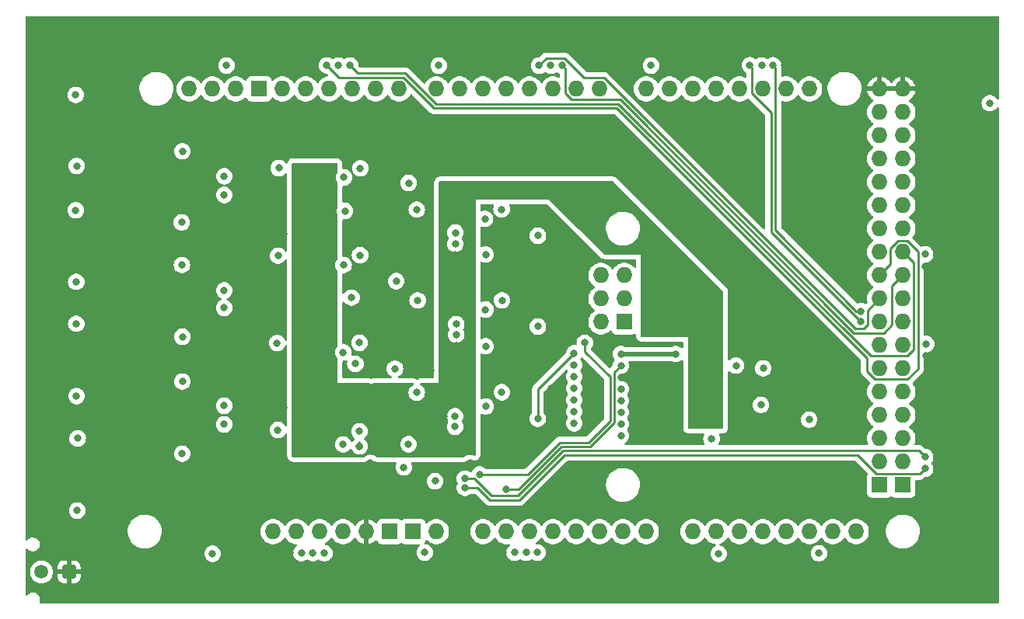
<source format=gbl>
%TF.GenerationSoftware,KiCad,Pcbnew,7.0.7*%
%TF.CreationDate,2024-02-25T13:02:43-05:00*%
%TF.ProjectId,Rover Voltage Sense,526f7665-7220-4566-9f6c-746167652053,rev?*%
%TF.SameCoordinates,Original*%
%TF.FileFunction,Copper,L4,Bot*%
%TF.FilePolarity,Positive*%
%FSLAX46Y46*%
G04 Gerber Fmt 4.6, Leading zero omitted, Abs format (unit mm)*
G04 Created by KiCad (PCBNEW 7.0.7) date 2024-02-25 13:02:43*
%MOMM*%
%LPD*%
G01*
G04 APERTURE LIST*
G04 Aperture macros list*
%AMRoundRect*
0 Rectangle with rounded corners*
0 $1 Rounding radius*
0 $2 $3 $4 $5 $6 $7 $8 $9 X,Y pos of 4 corners*
0 Add a 4 corners polygon primitive as box body*
4,1,4,$2,$3,$4,$5,$6,$7,$8,$9,$2,$3,0*
0 Add four circle primitives for the rounded corners*
1,1,$1+$1,$2,$3*
1,1,$1+$1,$4,$5*
1,1,$1+$1,$6,$7*
1,1,$1+$1,$8,$9*
0 Add four rect primitives between the rounded corners*
20,1,$1+$1,$2,$3,$4,$5,0*
20,1,$1+$1,$4,$5,$6,$7,0*
20,1,$1+$1,$6,$7,$8,$9,0*
20,1,$1+$1,$8,$9,$2,$3,0*%
G04 Aperture macros list end*
%TA.AperFunction,ComponentPad*%
%ADD10O,1.727200X1.727200*%
%TD*%
%TA.AperFunction,ComponentPad*%
%ADD11R,1.727200X1.727200*%
%TD*%
%TA.AperFunction,ComponentPad*%
%ADD12RoundRect,0.250001X-0.499999X0.499999X-0.499999X-0.499999X0.499999X-0.499999X0.499999X0.499999X0*%
%TD*%
%TA.AperFunction,ComponentPad*%
%ADD13C,1.500000*%
%TD*%
%TA.AperFunction,ViaPad*%
%ADD14C,0.800000*%
%TD*%
%TA.AperFunction,Conductor*%
%ADD15C,0.254000*%
%TD*%
%TA.AperFunction,Conductor*%
%ADD16C,0.250000*%
%TD*%
%TA.AperFunction,Conductor*%
%ADD17C,0.508000*%
%TD*%
G04 APERTURE END LIST*
D10*
%TO.P,A1,*%
%TO.N,*%
X60960000Y-76200000D03*
%TO.P,A1,3V3,3.3V*%
%TO.N,unconnected-(A1-3.3V-Pad3V3)*%
X68580000Y-76200000D03*
%TO.P,A1,5V1,5V*%
%TO.N,+5V*%
X71120000Y-76200000D03*
%TO.P,A1,5V2,SPI_5V*%
%TO.N,unconnected-(A1-SPI_5V-Pad5V2)*%
X99187000Y-48260000D03*
%TO.P,A1,5V3,5V*%
%TO.N,+5V*%
X127000000Y-27940000D03*
%TO.P,A1,5V4,5V*%
X129540000Y-27940000D03*
%TO.P,A1,A0,A0*%
%TO.N,unconnected-(A1-PadA0)*%
X83820000Y-76200000D03*
%TO.P,A1,A1,A1*%
%TO.N,unconnected-(A1-PadA1)*%
X86360000Y-76200000D03*
%TO.P,A1,A2,A2*%
%TO.N,unconnected-(A1-PadA2)*%
X88900000Y-76200000D03*
%TO.P,A1,A3,A3*%
%TO.N,unconnected-(A1-PadA3)*%
X91440000Y-76200000D03*
%TO.P,A1,A4,A4*%
%TO.N,unconnected-(A1-PadA4)*%
X93980000Y-76200000D03*
%TO.P,A1,A5,A5*%
%TO.N,unconnected-(A1-PadA5)*%
X96520000Y-76200000D03*
%TO.P,A1,A6,A6*%
%TO.N,unconnected-(A1-PadA6)*%
X99060000Y-76200000D03*
%TO.P,A1,A7,A7*%
%TO.N,unconnected-(A1-PadA7)*%
X101600000Y-76200000D03*
%TO.P,A1,A8,A8*%
%TO.N,unconnected-(A1-PadA8)*%
X106680000Y-76200000D03*
%TO.P,A1,A9,A9*%
%TO.N,unconnected-(A1-PadA9)*%
X109220000Y-76200000D03*
%TO.P,A1,A10,A10*%
%TO.N,unconnected-(A1-PadA10)*%
X111760000Y-76200000D03*
%TO.P,A1,A11,A11*%
%TO.N,unconnected-(A1-PadA11)*%
X114300000Y-76200000D03*
%TO.P,A1,A12,A12*%
%TO.N,unconnected-(A1-PadA12)*%
X116840000Y-76200000D03*
%TO.P,A1,A13,A13*%
%TO.N,unconnected-(A1-PadA13)*%
X119380000Y-76200000D03*
%TO.P,A1,A14,A14*%
%TO.N,unconnected-(A1-PadA14)*%
X121920000Y-76200000D03*
%TO.P,A1,A15,A15*%
%TO.N,unconnected-(A1-PadA15)*%
X124460000Y-76200000D03*
%TO.P,A1,AREF,AREF*%
%TO.N,unconnected-(A1-PadAREF)*%
X56896000Y-27940000D03*
%TO.P,A1,D0,D0/RX0*%
%TO.N,/Radio/RX*%
X96520000Y-27940000D03*
%TO.P,A1,D1,D1/TX0*%
%TO.N,/Radio/TX*%
X93980000Y-27940000D03*
%TO.P,A1,D2,D2_INT0*%
%TO.N,/Vsense/ALERT*%
X91440000Y-27940000D03*
%TO.P,A1,D3,D3_INT1*%
%TO.N,unconnected-(A1-D3_INT1-PadD3)*%
X88900000Y-27940000D03*
%TO.P,A1,D4,D4*%
%TO.N,/Motor Controller Connectors/MOTOR_SP1*%
X86360000Y-27940000D03*
%TO.P,A1,D5,D5*%
%TO.N,/Motor Controller Connectors/MOTOR_SP2*%
X83820000Y-27940000D03*
%TO.P,A1,D6,D6*%
%TO.N,/Motor Controller Connectors/MOTOR_SP3*%
X81280000Y-27940000D03*
%TO.P,A1,D7,D7*%
%TO.N,/Motor Controller Connectors/MOTOR_SP4*%
X78740000Y-27940000D03*
%TO.P,A1,D8,D8*%
%TO.N,/Motor Controller Connectors/MOTOR_SP5*%
X74676000Y-27940000D03*
%TO.P,A1,D9,D9*%
%TO.N,/Motor Controller Connectors/MOTOR_SP6*%
X72136000Y-27940000D03*
%TO.P,A1,D10,D10*%
%TO.N,unconnected-(A1-PadD10)*%
X69596000Y-27940000D03*
%TO.P,A1,D11,D11*%
%TO.N,unconnected-(A1-PadD11)*%
X67056000Y-27940000D03*
%TO.P,A1,D12,D12*%
%TO.N,unconnected-(A1-PadD12)*%
X64516000Y-27940000D03*
%TO.P,A1,D13,D13*%
%TO.N,unconnected-(A1-PadD13)*%
X61976000Y-27940000D03*
%TO.P,A1,D14,D14/TX3*%
%TO.N,unconnected-(A1-D14{slash}TX3-PadD14)*%
X101600000Y-27940000D03*
%TO.P,A1,D15,D15/RX3*%
%TO.N,unconnected-(A1-D15{slash}RX3-PadD15)*%
X104140000Y-27940000D03*
%TO.P,A1,D16,D16/TX2*%
%TO.N,unconnected-(A1-D16{slash}TX2-PadD16)*%
X106680000Y-27940000D03*
%TO.P,A1,D17,D17/RX2*%
%TO.N,unconnected-(A1-D17{slash}RX2-PadD17)*%
X109220000Y-27940000D03*
%TO.P,A1,D18,D18/TX1*%
%TO.N,unconnected-(A1-D18{slash}TX1-PadD18)*%
X111760000Y-27940000D03*
%TO.P,A1,D19,D19/RX1*%
%TO.N,unconnected-(A1-D19{slash}RX1-PadD19)*%
X114300000Y-27940000D03*
%TO.P,A1,D20,D20/SDA*%
%TO.N,unconnected-(A1-D20{slash}SDA-PadD20)*%
X116840000Y-27940000D03*
%TO.P,A1,D21,D21/SCL*%
%TO.N,unconnected-(A1-D21{slash}SCL-PadD21)*%
X119380000Y-27940000D03*
%TO.P,A1,D22,D22*%
%TO.N,/Mux/A0*%
X127000000Y-30480000D03*
%TO.P,A1,D23,D23*%
%TO.N,/Mux/A1*%
X129540000Y-30480000D03*
%TO.P,A1,D24,D24*%
%TO.N,/Mux/A2*%
X127000000Y-33020000D03*
%TO.P,A1,D25,D25*%
%TO.N,/Mux/EN*%
X129540000Y-33020000D03*
%TO.P,A1,D26,D26*%
%TO.N,/Motor Controller Connectors/DIR_LEFT*%
X127000000Y-35560000D03*
%TO.P,A1,D27,D27*%
%TO.N,/Motor Controller Connectors/DIR_RIGHT*%
X129540000Y-35560000D03*
%TO.P,A1,D28,D28*%
%TO.N,unconnected-(A1-PadD28)*%
X127000000Y-38100000D03*
%TO.P,A1,D29,D29*%
%TO.N,/Motor Encoders/CHA1*%
X129540000Y-38100000D03*
%TO.P,A1,D30,D30*%
%TO.N,/Motor Encoders/CHB1*%
X127000000Y-40640000D03*
%TO.P,A1,D31,D31*%
%TO.N,/Motor Encoders/CHA2*%
X129540000Y-40640000D03*
%TO.P,A1,D32,D32*%
%TO.N,/Motor Encoders/CHB2*%
X127000000Y-43180000D03*
%TO.P,A1,D33,D33*%
%TO.N,/Motor Encoders/CHA3*%
X129540000Y-43180000D03*
%TO.P,A1,D34,D34*%
%TO.N,/Motor Encoders/CHB3*%
X127000000Y-45720000D03*
%TO.P,A1,D35,D35*%
%TO.N,/Motor Encoders/CHA4*%
X129540000Y-45720000D03*
%TO.P,A1,D36,D36*%
%TO.N,/Motor Encoders/CHB4*%
X127000000Y-48260000D03*
%TO.P,A1,D37,D37*%
%TO.N,/Motor Encoders/CHA5*%
X129540000Y-48260000D03*
%TO.P,A1,D38,D38*%
%TO.N,/Motor Encoders/CHB5*%
X127000000Y-50800000D03*
%TO.P,A1,D39,D39*%
%TO.N,/Motor Encoders/CHA6*%
X129540000Y-50800000D03*
%TO.P,A1,D40,D40*%
%TO.N,/Motor Encoders/CHB6*%
X127000000Y-53340000D03*
%TO.P,A1,D41,D41*%
%TO.N,unconnected-(A1-PadD41)*%
X129540000Y-53340000D03*
%TO.P,A1,D42,D42*%
%TO.N,unconnected-(A1-PadD42)*%
X127000000Y-55880000D03*
%TO.P,A1,D43,D43*%
%TO.N,unconnected-(A1-PadD43)*%
X129540000Y-55880000D03*
%TO.P,A1,D44,D44*%
%TO.N,unconnected-(A1-PadD44)*%
X127000000Y-58420000D03*
%TO.P,A1,D45,D45*%
%TO.N,unconnected-(A1-PadD45)*%
X129540000Y-58420000D03*
%TO.P,A1,D46,D46*%
%TO.N,unconnected-(A1-PadD46)*%
X127000000Y-60960000D03*
%TO.P,A1,D47,D47*%
%TO.N,unconnected-(A1-PadD47)*%
X129540000Y-60960000D03*
%TO.P,A1,D48,D48*%
%TO.N,/Diff_Encoder/ENC-A*%
X127000000Y-63500000D03*
%TO.P,A1,D49,D49*%
%TO.N,/Diff_Encoder/ENC-B*%
X129540000Y-63500000D03*
%TO.P,A1,D50,D50_MISO*%
%TO.N,unconnected-(A1-D50_MISO-PadD50)*%
X127000000Y-66040000D03*
%TO.P,A1,D51,D51_MOSI*%
%TO.N,unconnected-(A1-D51_MOSI-PadD51)*%
X129540000Y-66040000D03*
%TO.P,A1,D52,D52_SCK*%
%TO.N,unconnected-(A1-D52_SCK-PadD52)*%
X127000000Y-68580000D03*
%TO.P,A1,D53,D53_CS*%
%TO.N,unconnected-(A1-D53_CS-PadD53)*%
X129540000Y-68580000D03*
D11*
%TO.P,A1,GND1,GND*%
%TO.N,GND*%
X59436000Y-27940000D03*
%TO.P,A1,GND2,GND*%
X73660000Y-76200000D03*
%TO.P,A1,GND3,GND*%
X76200000Y-76200000D03*
%TO.P,A1,GND4,SPI_GND*%
%TO.N,unconnected-(A1-SPI_GND-PadGND4)*%
X99187000Y-53340000D03*
%TO.P,A1,GND5,GND*%
%TO.N,GND*%
X127000000Y-71120000D03*
%TO.P,A1,GND6,GND*%
X129540000Y-71120000D03*
D10*
%TO.P,A1,IORF,IOREF*%
%TO.N,unconnected-(A1-IOREF-PadIORF)*%
X63500000Y-76200000D03*
%TO.P,A1,MISO,SPI_MISO*%
%TO.N,/MISO*%
X96647000Y-48260000D03*
%TO.P,A1,MOSI,SPI_MOSI*%
%TO.N,/MOSI*%
X99187000Y-50800000D03*
%TO.P,A1,RST1,RESET*%
%TO.N,unconnected-(A1-RESET-PadRST1)*%
X66040000Y-76200000D03*
%TO.P,A1,RST2,SPI_RESET*%
%TO.N,unconnected-(A1-SPI_RESET-PadRST2)*%
X96647000Y-53340000D03*
%TO.P,A1,SCK,SPI_SCK*%
%TO.N,/CLK*%
X96647000Y-50800000D03*
%TO.P,A1,SCL,SCL*%
%TO.N,unconnected-(A1-PadSCL)*%
X51816000Y-27940000D03*
%TO.P,A1,SDA,SDA*%
%TO.N,unconnected-(A1-PadSDA)*%
X54356000Y-27940000D03*
%TO.P,A1,VIN,VIN*%
%TO.N,unconnected-(A1-PadVIN)*%
X78740000Y-76200000D03*
%TD*%
D12*
%TO.P,J23,1,Pin_1*%
%TO.N,+5V*%
X38740000Y-80600000D03*
D13*
%TO.P,J23,2,Pin_2*%
%TO.N,GND*%
X35740000Y-80600000D03*
%TD*%
D14*
%TO.N,+5V*%
X139000000Y-21000000D03*
%TO.N,GND*%
X139000000Y-29500000D03*
%TO.N,/Motor Encoders/CHA1*%
X64033400Y-78550500D03*
%TO.N,/Motor Encoders/CHB1*%
X66548000Y-78562200D03*
%TO.N,/Motor Encoders/CHA2*%
X87249000Y-78486000D03*
%TO.N,/Motor Encoders/CHB2*%
X89738200Y-78484500D03*
%TO.N,/Motor Encoders/CHA4*%
X69342000Y-25381500D03*
%TO.N,/Motor Encoders/CHB4*%
X66802000Y-25381500D03*
%TO.N,/Motor Encoders/CHA5*%
X92430600Y-25400000D03*
%TO.N,/Motor Encoders/CHB5*%
X89916000Y-25400000D03*
%TO.N,/Motor Encoders/CHA6*%
X115392200Y-25374600D03*
X124942600Y-52171600D03*
%TO.N,/Motor Encoders/CHB6*%
X112877600Y-25374600D03*
X124968000Y-53314600D03*
%TO.N,/ADC/CS*%
X70459600Y-36601400D03*
X93726000Y-64389000D03*
X75717400Y-38201600D03*
%TO.N,/ADC1/CS*%
X70426198Y-46075600D03*
X74371200Y-48895000D03*
X93726000Y-63119000D03*
%TO.N,/ADC2/CS*%
X93726000Y-61849000D03*
X74218800Y-58445400D03*
X70358000Y-55626000D03*
%TO.N,/Vsense/ALERT*%
X83439000Y-69977000D03*
X94896164Y-55630938D03*
%TO.N,/ADC3/CS*%
X70358000Y-65278000D03*
X75692000Y-66675000D03*
X93726000Y-60579000D03*
%TO.N,GND*%
X68625202Y-47142400D03*
X108697800Y-66098900D03*
X51054000Y-67716400D03*
X51079400Y-59842400D03*
X109474000Y-78613000D03*
X98831400Y-61950600D03*
X61500000Y-46125000D03*
X131953000Y-45974000D03*
X39471600Y-28600400D03*
X111355800Y-58103900D03*
X76700000Y-51000000D03*
X88519000Y-78486000D03*
X91186000Y-25400000D03*
X55880000Y-25400000D03*
X84100000Y-56000000D03*
X39471600Y-41173400D03*
X120396000Y-78562200D03*
X119330200Y-63995400D03*
X61575000Y-36575000D03*
X84084002Y-51993800D03*
X114173000Y-25400000D03*
X51003200Y-42494200D03*
X39624000Y-73914000D03*
X51079400Y-54965600D03*
X84099400Y-62560200D03*
X68590002Y-56667400D03*
X132080000Y-55753000D03*
X76600000Y-61050000D03*
X78994000Y-25400000D03*
X61400000Y-55650000D03*
X39674800Y-66040000D03*
X84100000Y-46000000D03*
X65278000Y-78536800D03*
X39547800Y-61442600D03*
X69918181Y-57918181D03*
X102108000Y-25400000D03*
X51079400Y-34747200D03*
X75200000Y-69200000D03*
X68072000Y-25400000D03*
X114082600Y-62390500D03*
X77470000Y-78486000D03*
X78600000Y-70700000D03*
X68775000Y-41250000D03*
X39522400Y-53543200D03*
X51028600Y-47142400D03*
X84033202Y-42113200D03*
X98831400Y-56845200D03*
X76600000Y-41100000D03*
X39522400Y-48971200D03*
X68666202Y-37592000D03*
X69500000Y-50700000D03*
X61475000Y-65125000D03*
X114330800Y-58403900D03*
X68580000Y-66700400D03*
X39573200Y-36347400D03*
X104800400Y-56845200D03*
X54356000Y-78613000D03*
%TO.N,+5V*%
X117250000Y-64025000D03*
X91300000Y-41775000D03*
X70450000Y-47975000D03*
X62100000Y-43725000D03*
X70400000Y-38301100D03*
X71550000Y-68725000D03*
X107050000Y-66150000D03*
X71675000Y-49625000D03*
X74225000Y-53950000D03*
X78100000Y-58600000D03*
X91150000Y-50525000D03*
X75675000Y-36100000D03*
X91225000Y-60550000D03*
X86000000Y-78475000D03*
X62800000Y-78525000D03*
X87200000Y-59775000D03*
X131950000Y-47275000D03*
X104800400Y-58496200D03*
X62100000Y-62675000D03*
X87500000Y-53600000D03*
X87550000Y-43825000D03*
X85800000Y-45800000D03*
X87175000Y-49725000D03*
X62075000Y-53150000D03*
X98831400Y-59385200D03*
X71700000Y-40400000D03*
X71700000Y-57875000D03*
X70375000Y-66900000D03*
X64900000Y-34175000D03*
X92300000Y-69750000D03*
X90375000Y-66725000D03*
X85450000Y-63350000D03*
X71725000Y-44825000D03*
X75650000Y-45600000D03*
X75500000Y-59075000D03*
X80826786Y-37023214D03*
X117875000Y-78525000D03*
X132075000Y-57050000D03*
X83975000Y-49450000D03*
X71625000Y-59150000D03*
X94700000Y-24125000D03*
X71675000Y-54375000D03*
X82400000Y-68750000D03*
X71600000Y-24125000D03*
X116625000Y-25400000D03*
%TO.N,+BATT*%
X81838800Y-71433703D03*
X131953000Y-69342000D03*
%TO.N,Net-(J22-Pin_2)*%
X131953000Y-68072000D03*
X81838800Y-70434200D03*
%TO.N,+1V8*%
X63900000Y-48500000D03*
X64100000Y-40500000D03*
X80775000Y-46050000D03*
X63900000Y-58100000D03*
X106950000Y-64125000D03*
X80900000Y-55900000D03*
X63500000Y-67700000D03*
X79550000Y-63650000D03*
%TO.N,Net-(U13-Ain+)*%
X80772000Y-63627000D03*
X55626000Y-62484000D03*
%TO.N,Net-(U13-Ain-)*%
X80772000Y-64770000D03*
X55626000Y-64516000D03*
%TO.N,Net-(U11-Ain+)*%
X55626000Y-49911000D03*
X80899000Y-53594000D03*
%TO.N,Net-(U11-Ain-)*%
X80899000Y-54737000D03*
X55626000Y-51816000D03*
%TO.N,/ADC4/CS*%
X85834198Y-41071800D03*
X89789000Y-43942000D03*
X93726000Y-59309000D03*
%TO.N,Net-(U9-Ain+)*%
X55626000Y-37465000D03*
X80797400Y-43611800D03*
%TO.N,Net-(U9-Ain-)*%
X55626000Y-39497000D03*
X80797400Y-44856400D03*
%TO.N,/ADC5/CS*%
X89789000Y-53848000D03*
X85884998Y-51000187D03*
X93726000Y-58039000D03*
%TO.N,/ADC6/CS*%
X93726000Y-56769000D03*
X89789000Y-63881000D03*
X85852000Y-61018800D03*
%TO.N,/Mux/Y7*%
X86309200Y-71577200D03*
X98831400Y-58115200D03*
%TO.N,/Mux/A0*%
X98831400Y-65760600D03*
%TO.N,/Mux/A1*%
X98831400Y-64490600D03*
%TO.N,/Mux/A2*%
X98831400Y-63195200D03*
%TO.N,/Mux/EN*%
X98831400Y-60680600D03*
%TD*%
D15*
%TO.N,/Motor Encoders/CHA4*%
X130730600Y-46910600D02*
X130730600Y-56373163D01*
X70206500Y-26246000D02*
X69342000Y-25381500D01*
X75362237Y-26246000D02*
X70206500Y-26246000D01*
X78700837Y-29584600D02*
X75362237Y-26246000D01*
X98564259Y-29584600D02*
X78700837Y-29584600D01*
X130730600Y-56373163D02*
X130033163Y-57070600D01*
X129540000Y-45720000D02*
X130730600Y-46910600D01*
X126050259Y-57070600D02*
X98564259Y-29584600D01*
X130033163Y-57070600D02*
X126050259Y-57070600D01*
%TO.N,/Motor Encoders/CHB4*%
X78458363Y-30038600D02*
X75119763Y-26700000D01*
X68120500Y-26700000D02*
X66802000Y-25381500D01*
X130033163Y-59610600D02*
X126506837Y-59610600D01*
X128190600Y-45385637D02*
X129046837Y-44529400D01*
X75119763Y-26700000D02*
X68120500Y-26700000D01*
X128190600Y-47069400D02*
X128190600Y-45385637D01*
X131184600Y-58459163D02*
X130033163Y-59610600D01*
X131184600Y-45680837D02*
X131184600Y-58459163D01*
X130033163Y-44529400D02*
X131184600Y-45680837D01*
X127000000Y-48260000D02*
X128190600Y-47069400D01*
X126506837Y-59610600D02*
X125598444Y-58702207D01*
X125598444Y-58702207D02*
X125598444Y-57260838D01*
X129046837Y-44529400D02*
X130033163Y-44529400D01*
X125598444Y-57260838D02*
X98376207Y-30038600D01*
X98376207Y-30038600D02*
X78458363Y-30038600D01*
%TO.N,/Motor Encoders/CHA5*%
X93486837Y-29130600D02*
X92789400Y-28433163D01*
X128349400Y-53674363D02*
X127489963Y-54533800D01*
X92789400Y-25758800D02*
X92430600Y-25400000D01*
X124155511Y-54533800D02*
X98752311Y-29130600D01*
X92789400Y-28433163D02*
X92789400Y-25758800D01*
X128349400Y-49450600D02*
X128349400Y-53674363D01*
X129540000Y-48260000D02*
X128349400Y-49450600D01*
X127489963Y-54533800D02*
X124155511Y-54533800D01*
X98752311Y-29130600D02*
X93486837Y-29130600D01*
%TO.N,/Motor Encoders/CHB5*%
X125695000Y-53615734D02*
X125259534Y-54051200D01*
X92671334Y-24612600D02*
X90703400Y-24612600D01*
X124314963Y-54051200D02*
X97013163Y-26749400D01*
X90703400Y-24612600D02*
X89916000Y-25400000D01*
X125259534Y-54051200D02*
X124314963Y-54051200D01*
X125695000Y-52105000D02*
X125695000Y-53615734D01*
X97013163Y-26749400D02*
X94808134Y-26749400D01*
X94808134Y-26749400D02*
X92671334Y-24612600D01*
X127000000Y-50800000D02*
X125695000Y-52105000D01*
%TO.N,/Motor Encoders/CHA6*%
X124467052Y-52171600D02*
X115649400Y-43353948D01*
X115649400Y-43353948D02*
X115649400Y-25631800D01*
X115649400Y-25631800D02*
X115392200Y-25374600D01*
X124942600Y-52171600D02*
X124467052Y-52171600D01*
%TO.N,/Motor Encoders/CHB6*%
X113109400Y-28433163D02*
X113109400Y-25606400D01*
X113109400Y-25606400D02*
X112877600Y-25374600D01*
X115195400Y-43542000D02*
X115195400Y-30519163D01*
X124968000Y-53314600D02*
X115195400Y-43542000D01*
X115195400Y-30519163D02*
X113109400Y-28433163D01*
D16*
%TO.N,/Vsense/ALERT*%
X97656400Y-64114804D02*
X95283804Y-66487400D01*
X94896164Y-55630938D02*
X94896164Y-56592464D01*
X92159605Y-66487400D02*
X88670005Y-69977000D01*
X88670005Y-69977000D02*
X83439000Y-69977000D01*
X95283804Y-66487400D02*
X92159605Y-66487400D01*
X97656400Y-59352700D02*
X97656400Y-64114804D01*
X94896164Y-56592464D02*
X97656400Y-59352700D01*
D17*
%TO.N,GND*%
X104800400Y-56845200D02*
X98831400Y-56845200D01*
%TO.N,+5V*%
X104800400Y-58496200D02*
X103911400Y-59385200D01*
X103911400Y-59385200D02*
X98831400Y-59385200D01*
D16*
%TO.N,+BATT*%
X124580465Y-67841400D02*
X126670465Y-69931400D01*
X92720449Y-67841400D02*
X124580465Y-67841400D01*
X126670465Y-69931400D02*
X131363600Y-69931400D01*
X83228345Y-71433703D02*
X84550842Y-72756200D01*
X81838800Y-71433703D02*
X83228345Y-71433703D01*
X87805649Y-72756200D02*
X92720449Y-67841400D01*
X84550842Y-72756200D02*
X87805649Y-72756200D01*
X131363600Y-69931400D02*
X131953000Y-69342000D01*
D15*
%TO.N,Net-(J22-Pin_2)*%
X87618425Y-72304200D02*
X92533225Y-67389400D01*
X84738066Y-72304200D02*
X82868066Y-70434200D01*
X84738066Y-72304200D02*
X87618425Y-72304200D01*
X131270400Y-67389400D02*
X131953000Y-68072000D01*
X92533225Y-67389400D02*
X131270400Y-67389400D01*
X82868066Y-70434200D02*
X81838800Y-70434200D01*
%TO.N,/ADC6/CS*%
X93726000Y-56769000D02*
X89789000Y-60706000D01*
X89789000Y-60706000D02*
X89789000Y-63881000D01*
D16*
%TO.N,/Mux/Y7*%
X87706201Y-71577200D02*
X92346001Y-66937400D01*
X98106400Y-58840200D02*
X98831400Y-58115200D01*
X86309200Y-71577200D02*
X87706201Y-71577200D01*
X95470200Y-66937400D02*
X98106400Y-64301200D01*
X98106400Y-64301200D02*
X98106400Y-58840200D01*
X92346001Y-66937400D02*
X95470200Y-66937400D01*
%TD*%
%TA.AperFunction,Conductor*%
%TO.N,+1V8*%
G36*
X67943039Y-36019685D02*
G01*
X67988794Y-36072489D01*
X68000000Y-36124000D01*
X68000000Y-36938517D01*
X67980315Y-37005556D01*
X67968150Y-37021489D01*
X67933668Y-37059785D01*
X67839023Y-37223715D01*
X67839020Y-37223722D01*
X67786439Y-37385551D01*
X67780528Y-37403744D01*
X67760742Y-37592000D01*
X67780528Y-37780256D01*
X67780529Y-37780259D01*
X67839020Y-37960277D01*
X67839023Y-37960284D01*
X67933669Y-38124216D01*
X67968149Y-38162510D01*
X67998379Y-38225500D01*
X68000000Y-38245482D01*
X68000000Y-40758113D01*
X67983388Y-40820112D01*
X67947820Y-40881718D01*
X67947818Y-40881722D01*
X67931412Y-40932216D01*
X67889326Y-41061744D01*
X67869540Y-41250000D01*
X67889326Y-41438256D01*
X67889327Y-41438259D01*
X67947818Y-41618277D01*
X67947821Y-41618284D01*
X67983387Y-41679887D01*
X68000000Y-41741885D01*
X68000000Y-46443381D01*
X67980315Y-46510420D01*
X67968150Y-46526353D01*
X67892668Y-46610184D01*
X67798023Y-46774115D01*
X67798020Y-46774122D01*
X67739529Y-46954140D01*
X67739528Y-46954144D01*
X67719742Y-47142400D01*
X67739528Y-47330656D01*
X67739529Y-47330659D01*
X67798020Y-47510677D01*
X67798023Y-47510684D01*
X67892669Y-47674616D01*
X67960758Y-47750237D01*
X67968150Y-47758446D01*
X67998380Y-47821437D01*
X68000000Y-47841418D01*
X68000000Y-55929288D01*
X67980315Y-55996327D01*
X67968150Y-56012260D01*
X67857468Y-56135185D01*
X67762823Y-56299115D01*
X67762820Y-56299122D01*
X67726745Y-56410151D01*
X67704328Y-56479144D01*
X67684542Y-56667400D01*
X67704328Y-56855656D01*
X67704329Y-56855659D01*
X67762820Y-57035677D01*
X67762823Y-57035684D01*
X67857469Y-57199616D01*
X67968150Y-57322539D01*
X67998380Y-57385530D01*
X68000000Y-57405511D01*
X68000000Y-60000000D01*
X71293810Y-60000000D01*
X71338870Y-60009577D01*
X71339014Y-60009135D01*
X71343220Y-60010501D01*
X71344241Y-60010718D01*
X71345197Y-60011144D01*
X71530354Y-60050500D01*
X71530355Y-60050500D01*
X71719644Y-60050500D01*
X71719646Y-60050500D01*
X71904803Y-60011144D01*
X71905758Y-60010718D01*
X71906779Y-60010501D01*
X71910986Y-60009135D01*
X71911129Y-60009577D01*
X71956190Y-60000000D01*
X76161002Y-60000000D01*
X76228041Y-60019685D01*
X76273796Y-60072489D01*
X76283740Y-60141647D01*
X76254715Y-60205203D01*
X76211438Y-60237279D01*
X76147270Y-60265848D01*
X76147265Y-60265851D01*
X75994129Y-60377111D01*
X75867466Y-60517785D01*
X75772821Y-60681715D01*
X75772818Y-60681722D01*
X75714327Y-60861740D01*
X75714326Y-60861744D01*
X75694540Y-61050000D01*
X75714326Y-61238256D01*
X75714327Y-61238259D01*
X75772818Y-61418277D01*
X75772821Y-61418284D01*
X75867467Y-61582216D01*
X75937234Y-61659700D01*
X75994129Y-61722888D01*
X76147265Y-61834148D01*
X76147270Y-61834151D01*
X76320192Y-61911142D01*
X76320197Y-61911144D01*
X76505354Y-61950500D01*
X76505355Y-61950500D01*
X76694644Y-61950500D01*
X76694646Y-61950500D01*
X76879803Y-61911144D01*
X77052730Y-61834151D01*
X77205871Y-61722888D01*
X77332533Y-61582216D01*
X77427179Y-61418284D01*
X77485674Y-61238256D01*
X77505460Y-61050000D01*
X77485674Y-60861744D01*
X77427179Y-60681716D01*
X77332533Y-60517784D01*
X77205871Y-60377112D01*
X77162928Y-60345912D01*
X77052734Y-60265851D01*
X77052729Y-60265848D01*
X76988562Y-60237279D01*
X76935325Y-60192029D01*
X76915004Y-60125179D01*
X76934050Y-60057956D01*
X76986416Y-60011701D01*
X77038998Y-60000000D01*
X79000000Y-60000000D01*
X79000000Y-58655202D01*
X79000340Y-58648717D01*
X79002233Y-58630700D01*
X79005460Y-58600000D01*
X79002284Y-58569787D01*
X79000340Y-58551280D01*
X79000000Y-58544796D01*
X79000000Y-54737000D01*
X79993540Y-54737000D01*
X80013326Y-54925256D01*
X80013327Y-54925259D01*
X80071818Y-55105277D01*
X80071821Y-55105284D01*
X80166467Y-55269216D01*
X80218597Y-55327112D01*
X80293129Y-55409888D01*
X80446265Y-55521148D01*
X80446270Y-55521151D01*
X80619192Y-55598142D01*
X80619197Y-55598144D01*
X80804354Y-55637500D01*
X80804355Y-55637500D01*
X80993644Y-55637500D01*
X80993646Y-55637500D01*
X81178803Y-55598144D01*
X81351730Y-55521151D01*
X81504871Y-55409888D01*
X81631533Y-55269216D01*
X81726179Y-55105284D01*
X81784674Y-54925256D01*
X81804460Y-54737000D01*
X81784674Y-54548744D01*
X81726179Y-54368716D01*
X81644647Y-54227499D01*
X81628175Y-54159600D01*
X81644648Y-54103500D01*
X81683471Y-54036256D01*
X81726179Y-53962284D01*
X81784674Y-53782256D01*
X81804460Y-53594000D01*
X81784674Y-53405744D01*
X81726179Y-53225716D01*
X81631533Y-53061784D01*
X81504871Y-52921112D01*
X81504870Y-52921111D01*
X81351734Y-52809851D01*
X81351729Y-52809848D01*
X81178807Y-52732857D01*
X81178802Y-52732855D01*
X81021874Y-52699500D01*
X80993646Y-52693500D01*
X80804354Y-52693500D01*
X80776126Y-52699500D01*
X80619197Y-52732855D01*
X80619192Y-52732857D01*
X80446270Y-52809848D01*
X80446265Y-52809851D01*
X80293129Y-52921111D01*
X80166466Y-53061785D01*
X80071821Y-53225715D01*
X80071818Y-53225722D01*
X80013327Y-53405740D01*
X80013326Y-53405744D01*
X79993540Y-53594000D01*
X80013326Y-53782256D01*
X80013327Y-53782259D01*
X80071818Y-53962277D01*
X80071821Y-53962284D01*
X80153351Y-54103499D01*
X80169824Y-54171400D01*
X80153352Y-54227498D01*
X80071820Y-54368718D01*
X80071818Y-54368722D01*
X80022377Y-54520888D01*
X80013326Y-54548744D01*
X79993540Y-54737000D01*
X79000000Y-54737000D01*
X79000000Y-44856400D01*
X79891940Y-44856400D01*
X79911726Y-45044656D01*
X79911727Y-45044659D01*
X79970218Y-45224677D01*
X79970221Y-45224684D01*
X80064867Y-45388616D01*
X80163256Y-45497888D01*
X80191529Y-45529288D01*
X80344665Y-45640548D01*
X80344670Y-45640551D01*
X80517592Y-45717542D01*
X80517597Y-45717544D01*
X80702754Y-45756900D01*
X80702755Y-45756900D01*
X80892044Y-45756900D01*
X80892046Y-45756900D01*
X81077203Y-45717544D01*
X81250130Y-45640551D01*
X81403271Y-45529288D01*
X81529933Y-45388616D01*
X81624579Y-45224684D01*
X81683074Y-45044656D01*
X81702860Y-44856400D01*
X81683074Y-44668144D01*
X81624579Y-44488116D01*
X81529933Y-44324184D01*
X81523529Y-44317072D01*
X81493300Y-44254082D01*
X81501924Y-44184747D01*
X81523530Y-44151127D01*
X81529933Y-44144016D01*
X81624579Y-43980084D01*
X81683074Y-43800056D01*
X81702860Y-43611800D01*
X81683074Y-43423544D01*
X81624579Y-43243516D01*
X81529933Y-43079584D01*
X81403271Y-42938912D01*
X81383435Y-42924500D01*
X81250134Y-42827651D01*
X81250129Y-42827648D01*
X81077207Y-42750657D01*
X81077202Y-42750655D01*
X80931400Y-42719665D01*
X80892046Y-42711300D01*
X80702754Y-42711300D01*
X80670297Y-42718198D01*
X80517597Y-42750655D01*
X80517592Y-42750657D01*
X80344670Y-42827648D01*
X80344665Y-42827651D01*
X80191529Y-42938911D01*
X80064866Y-43079585D01*
X79970221Y-43243515D01*
X79970218Y-43243522D01*
X79924924Y-43382924D01*
X79911726Y-43423544D01*
X79891940Y-43611800D01*
X79911726Y-43800056D01*
X79911727Y-43800059D01*
X79970218Y-43980077D01*
X79970221Y-43980084D01*
X80064867Y-44144016D01*
X80067175Y-44146579D01*
X80071273Y-44151131D01*
X80101500Y-44214123D01*
X80092873Y-44283458D01*
X80071273Y-44317069D01*
X80064866Y-44324185D01*
X79970221Y-44488115D01*
X79970218Y-44488122D01*
X79918082Y-44648581D01*
X79911726Y-44668144D01*
X79891940Y-44856400D01*
X79000000Y-44856400D01*
X79000000Y-38124000D01*
X79019685Y-38056961D01*
X79072489Y-38011206D01*
X79124000Y-38000000D01*
X97948638Y-38000000D01*
X98015677Y-38019685D01*
X98036319Y-38036319D01*
X109963681Y-49963681D01*
X109997166Y-50025004D01*
X110000000Y-50051362D01*
X110000000Y-64876000D01*
X109980315Y-64943039D01*
X109927511Y-64988794D01*
X109876000Y-65000000D01*
X106249000Y-65000000D01*
X106181961Y-64980315D01*
X106136206Y-64927511D01*
X106125000Y-64876000D01*
X106125000Y-55000000D01*
X101124000Y-55000000D01*
X101056961Y-54980315D01*
X101011206Y-54927511D01*
X101000000Y-54876000D01*
X101000000Y-46000000D01*
X97051362Y-46000000D01*
X96984323Y-45980315D01*
X96963681Y-45963681D01*
X94247763Y-43247763D01*
X97205787Y-43247763D01*
X97235413Y-43517013D01*
X97235415Y-43517024D01*
X97303926Y-43779082D01*
X97303928Y-43779088D01*
X97409870Y-44028390D01*
X97547608Y-44254082D01*
X97550979Y-44259605D01*
X97550986Y-44259615D01*
X97724253Y-44467819D01*
X97724259Y-44467824D01*
X97746913Y-44488122D01*
X97925998Y-44648582D01*
X98151910Y-44798044D01*
X98397176Y-44913020D01*
X98397183Y-44913022D01*
X98397185Y-44913023D01*
X98656557Y-44991057D01*
X98656564Y-44991058D01*
X98656569Y-44991060D01*
X98924561Y-45030500D01*
X98924566Y-45030500D01*
X99127636Y-45030500D01*
X99179133Y-45026730D01*
X99330156Y-45015677D01*
X99442758Y-44990593D01*
X99594546Y-44956782D01*
X99594548Y-44956781D01*
X99594553Y-44956780D01*
X99847558Y-44860014D01*
X100083777Y-44727441D01*
X100298177Y-44561888D01*
X100486186Y-44366881D01*
X100643799Y-44146579D01*
X100729400Y-43980084D01*
X100767649Y-43905690D01*
X100767651Y-43905684D01*
X100767656Y-43905675D01*
X100855118Y-43649305D01*
X100904319Y-43382933D01*
X100914212Y-43112235D01*
X100884586Y-42842982D01*
X100816072Y-42580912D01*
X100710130Y-42331610D01*
X100569018Y-42100390D01*
X100513894Y-42034151D01*
X100395746Y-41892180D01*
X100395740Y-41892175D01*
X100194002Y-41711418D01*
X99968092Y-41561957D01*
X99968090Y-41561956D01*
X99722824Y-41446980D01*
X99722819Y-41446978D01*
X99722814Y-41446976D01*
X99463442Y-41368942D01*
X99463428Y-41368939D01*
X99347791Y-41351921D01*
X99195439Y-41329500D01*
X98992369Y-41329500D01*
X98992364Y-41329500D01*
X98789844Y-41344323D01*
X98789831Y-41344325D01*
X98525453Y-41403217D01*
X98525446Y-41403220D01*
X98272439Y-41499987D01*
X98036226Y-41632557D01*
X97821822Y-41798112D01*
X97633822Y-41993109D01*
X97633816Y-41993116D01*
X97476202Y-42213419D01*
X97476199Y-42213424D01*
X97352350Y-42454309D01*
X97352343Y-42454327D01*
X97264884Y-42710685D01*
X97264881Y-42710699D01*
X97215681Y-42977068D01*
X97215680Y-42977075D01*
X97205787Y-43247763D01*
X94247763Y-43247763D01*
X91000000Y-40000000D01*
X83000000Y-40000000D01*
X83000000Y-67840474D01*
X82980315Y-67907513D01*
X82927511Y-67953268D01*
X82858353Y-67963212D01*
X82825564Y-67953753D01*
X82679807Y-67888857D01*
X82679802Y-67888855D01*
X82534001Y-67857865D01*
X82494646Y-67849500D01*
X82305354Y-67849500D01*
X82272897Y-67856398D01*
X82120197Y-67888855D01*
X82120192Y-67888857D01*
X81947270Y-67965848D01*
X81947265Y-67965851D01*
X81795221Y-68076318D01*
X81729415Y-68099798D01*
X81722336Y-68100000D01*
X72254198Y-68100000D01*
X72187159Y-68080315D01*
X72162049Y-68058973D01*
X72155871Y-68052112D01*
X72155864Y-68052106D01*
X72002734Y-67940851D01*
X72002729Y-67940848D01*
X71829807Y-67863857D01*
X71829802Y-67863855D01*
X71684000Y-67832865D01*
X71644646Y-67824500D01*
X71455354Y-67824500D01*
X71422897Y-67831398D01*
X71270197Y-67863855D01*
X71270192Y-67863857D01*
X71097270Y-67940848D01*
X71097265Y-67940851D01*
X70944135Y-68052106D01*
X70944128Y-68052112D01*
X70937951Y-68058973D01*
X70878464Y-68095621D01*
X70845802Y-68100000D01*
X63124000Y-68100000D01*
X63056961Y-68080315D01*
X63011206Y-68027511D01*
X63000000Y-67976000D01*
X63000000Y-66700400D01*
X67674540Y-66700400D01*
X67694326Y-66888656D01*
X67694327Y-66888659D01*
X67752818Y-67068677D01*
X67752821Y-67068684D01*
X67847467Y-67232616D01*
X67879583Y-67268284D01*
X67974129Y-67373288D01*
X68127265Y-67484548D01*
X68127270Y-67484551D01*
X68300192Y-67561542D01*
X68300197Y-67561544D01*
X68485354Y-67600900D01*
X68485355Y-67600900D01*
X68674644Y-67600900D01*
X68674646Y-67600900D01*
X68859803Y-67561544D01*
X69032730Y-67484551D01*
X69185871Y-67373288D01*
X69312533Y-67232616D01*
X69316419Y-67225884D01*
X69366983Y-67177670D01*
X69435589Y-67164444D01*
X69500455Y-67190410D01*
X69540986Y-67247322D01*
X69541737Y-67249563D01*
X69547816Y-67268274D01*
X69547821Y-67268284D01*
X69642467Y-67432216D01*
X69758913Y-67561542D01*
X69769129Y-67572888D01*
X69922265Y-67684148D01*
X69922270Y-67684151D01*
X70095192Y-67761142D01*
X70095197Y-67761144D01*
X70280354Y-67800500D01*
X70280355Y-67800500D01*
X70469644Y-67800500D01*
X70469646Y-67800500D01*
X70654803Y-67761144D01*
X70827730Y-67684151D01*
X70980871Y-67572888D01*
X71107533Y-67432216D01*
X71202179Y-67268284D01*
X71260674Y-67088256D01*
X71280460Y-66900000D01*
X71260674Y-66711744D01*
X71248735Y-66675000D01*
X74786540Y-66675000D01*
X74806326Y-66863256D01*
X74806327Y-66863259D01*
X74864818Y-67043277D01*
X74864821Y-67043284D01*
X74959467Y-67207216D01*
X75086128Y-67347888D01*
X75086129Y-67347888D01*
X75239265Y-67459148D01*
X75239270Y-67459151D01*
X75412192Y-67536142D01*
X75412197Y-67536144D01*
X75597354Y-67575500D01*
X75597355Y-67575500D01*
X75786644Y-67575500D01*
X75786646Y-67575500D01*
X75971803Y-67536144D01*
X76144730Y-67459151D01*
X76297871Y-67347888D01*
X76424533Y-67207216D01*
X76519179Y-67043284D01*
X76577674Y-66863256D01*
X76597460Y-66675000D01*
X76577674Y-66486744D01*
X76519179Y-66306716D01*
X76424533Y-66142784D01*
X76297871Y-66002112D01*
X76290015Y-65996404D01*
X76144734Y-65890851D01*
X76144729Y-65890848D01*
X75971807Y-65813857D01*
X75971802Y-65813855D01*
X75820595Y-65781716D01*
X75786646Y-65774500D01*
X75597354Y-65774500D01*
X75564897Y-65781398D01*
X75412197Y-65813855D01*
X75412192Y-65813857D01*
X75239270Y-65890848D01*
X75239265Y-65890851D01*
X75086129Y-66002111D01*
X74959466Y-66142785D01*
X74864821Y-66306715D01*
X74864818Y-66306722D01*
X74812681Y-66467184D01*
X74806326Y-66486744D01*
X74786540Y-66675000D01*
X71248735Y-66675000D01*
X71202179Y-66531716D01*
X71107533Y-66367784D01*
X70980871Y-66227112D01*
X70920350Y-66183141D01*
X70877686Y-66127812D01*
X70871707Y-66058199D01*
X70904313Y-65996404D01*
X70920342Y-65982512D01*
X70963871Y-65950888D01*
X71090533Y-65810216D01*
X71185179Y-65646284D01*
X71243674Y-65466256D01*
X71263460Y-65278000D01*
X71243674Y-65089744D01*
X71185179Y-64909716D01*
X71104514Y-64770000D01*
X79866540Y-64770000D01*
X79886326Y-64958256D01*
X79886327Y-64958259D01*
X79944818Y-65138277D01*
X79944821Y-65138284D01*
X80039467Y-65302216D01*
X80096763Y-65365849D01*
X80166129Y-65442888D01*
X80319265Y-65554148D01*
X80319270Y-65554151D01*
X80492192Y-65631142D01*
X80492197Y-65631144D01*
X80677354Y-65670500D01*
X80677355Y-65670500D01*
X80866644Y-65670500D01*
X80866646Y-65670500D01*
X81051803Y-65631144D01*
X81224730Y-65554151D01*
X81377871Y-65442888D01*
X81504533Y-65302216D01*
X81599179Y-65138284D01*
X81657674Y-64958256D01*
X81677460Y-64770000D01*
X81657674Y-64581744D01*
X81599179Y-64401716D01*
X81599176Y-64401710D01*
X81517648Y-64260498D01*
X81501175Y-64192598D01*
X81517647Y-64136501D01*
X81599179Y-63995284D01*
X81657674Y-63815256D01*
X81677460Y-63627000D01*
X81657674Y-63438744D01*
X81599179Y-63258716D01*
X81504533Y-63094784D01*
X81377871Y-62954112D01*
X81345708Y-62930744D01*
X81224734Y-62842851D01*
X81224729Y-62842848D01*
X81051807Y-62765857D01*
X81051802Y-62765855D01*
X80906001Y-62734865D01*
X80866646Y-62726500D01*
X80677354Y-62726500D01*
X80644897Y-62733398D01*
X80492197Y-62765855D01*
X80492192Y-62765857D01*
X80319270Y-62842848D01*
X80319265Y-62842851D01*
X80166129Y-62954111D01*
X80039466Y-63094785D01*
X79944821Y-63258715D01*
X79944818Y-63258722D01*
X79886327Y-63438740D01*
X79886326Y-63438744D01*
X79866540Y-63627000D01*
X79886326Y-63815256D01*
X79886327Y-63815259D01*
X79944818Y-63995277D01*
X79944820Y-63995281D01*
X79944821Y-63995284D01*
X79987529Y-64069256D01*
X80026352Y-64136501D01*
X80042824Y-64204401D01*
X80026352Y-64260499D01*
X80002193Y-64302344D01*
X79944825Y-64401710D01*
X79944820Y-64401718D01*
X79944818Y-64401722D01*
X79914884Y-64493851D01*
X79886326Y-64581744D01*
X79866540Y-64770000D01*
X71104514Y-64770000D01*
X71090533Y-64745784D01*
X70963871Y-64605112D01*
X70931708Y-64581744D01*
X70810734Y-64493851D01*
X70810729Y-64493848D01*
X70637807Y-64416857D01*
X70637802Y-64416855D01*
X70492000Y-64385865D01*
X70452646Y-64377500D01*
X70263354Y-64377500D01*
X70230897Y-64384398D01*
X70078197Y-64416855D01*
X70078192Y-64416857D01*
X69905270Y-64493848D01*
X69905265Y-64493851D01*
X69752129Y-64605111D01*
X69625466Y-64745785D01*
X69530821Y-64909715D01*
X69530818Y-64909722D01*
X69494072Y-65022816D01*
X69472326Y-65089744D01*
X69452540Y-65278000D01*
X69472326Y-65466256D01*
X69472327Y-65466259D01*
X69530818Y-65646277D01*
X69530821Y-65646284D01*
X69625467Y-65810216D01*
X69715893Y-65910644D01*
X69752129Y-65950888D01*
X69812647Y-65994857D01*
X69855313Y-66050187D01*
X69861292Y-66119800D01*
X69828686Y-66181595D01*
X69812649Y-66195492D01*
X69769128Y-66227112D01*
X69642466Y-66367785D01*
X69638576Y-66374522D01*
X69588006Y-66422735D01*
X69519398Y-66435954D01*
X69454535Y-66409982D01*
X69414010Y-66353066D01*
X69413261Y-66350833D01*
X69407182Y-66332124D01*
X69407180Y-66332120D01*
X69407179Y-66332116D01*
X69312533Y-66168184D01*
X69185871Y-66027512D01*
X69185870Y-66027511D01*
X69032734Y-65916251D01*
X69032729Y-65916248D01*
X68859807Y-65839257D01*
X68859802Y-65839255D01*
X68714000Y-65808265D01*
X68674646Y-65799900D01*
X68485354Y-65799900D01*
X68452897Y-65806798D01*
X68300197Y-65839255D01*
X68300192Y-65839257D01*
X68127270Y-65916248D01*
X68127265Y-65916251D01*
X67974129Y-66027511D01*
X67847466Y-66168185D01*
X67752821Y-66332115D01*
X67752818Y-66332122D01*
X67694917Y-66510324D01*
X67694326Y-66512144D01*
X67674540Y-66700400D01*
X63000000Y-66700400D01*
X63000000Y-62730202D01*
X63000340Y-62723717D01*
X63001230Y-62715237D01*
X63005460Y-62675000D01*
X63002284Y-62644787D01*
X63000340Y-62626280D01*
X63000000Y-62619796D01*
X63000000Y-43780202D01*
X63000340Y-43773717D01*
X63002439Y-43753744D01*
X63005460Y-43725000D01*
X63002284Y-43694787D01*
X63000340Y-43676280D01*
X63000000Y-43669796D01*
X63000000Y-36124000D01*
X63019685Y-36056961D01*
X63072489Y-36011206D01*
X63124000Y-36000000D01*
X67876000Y-36000000D01*
X67943039Y-36019685D01*
G37*
%TD.AperFunction*%
%TD*%
%TA.AperFunction,Conductor*%
%TO.N,+5V*%
G36*
X70456492Y-66409728D02*
G01*
X70474499Y-66433074D01*
X70474924Y-66432793D01*
X70477371Y-66436483D01*
X70520039Y-66491818D01*
X70520043Y-66491823D01*
X70623227Y-66592101D01*
X70630212Y-66597175D01*
X70649480Y-66614523D01*
X70687601Y-66656860D01*
X70702840Y-66677835D01*
X70731321Y-66727168D01*
X70741864Y-66750847D01*
X70758266Y-66801328D01*
X70759468Y-66805025D01*
X70764858Y-66830384D01*
X70770812Y-66887040D01*
X70770812Y-66912961D01*
X70764858Y-66969614D01*
X70759468Y-66994971D01*
X70741864Y-67049151D01*
X70731320Y-67072833D01*
X70702836Y-67122169D01*
X70687599Y-67143141D01*
X70649488Y-67185468D01*
X70630221Y-67202816D01*
X70584124Y-67236306D01*
X70561677Y-67249265D01*
X70509639Y-67272434D01*
X70484986Y-67280445D01*
X70450161Y-67287848D01*
X70429263Y-67292290D01*
X70403482Y-67295000D01*
X70346516Y-67295000D01*
X70320736Y-67292290D01*
X70298984Y-67287666D01*
X70265010Y-67280445D01*
X70240356Y-67272434D01*
X70188325Y-67249268D01*
X70165878Y-67236308D01*
X70119777Y-67202815D01*
X70100514Y-67185472D01*
X70062396Y-67143137D01*
X70047161Y-67122167D01*
X70012162Y-67061546D01*
X69985597Y-67015534D01*
X69975372Y-66997824D01*
X69973959Y-66995237D01*
X69973669Y-66994675D01*
X69952740Y-66954083D01*
X69943067Y-66940500D01*
X69938445Y-66934010D01*
X69915591Y-66867984D01*
X69932061Y-66800083D01*
X69953880Y-66772336D01*
X69985462Y-66742226D01*
X69986255Y-66741533D01*
X69987392Y-66740387D01*
X69987395Y-66740385D01*
X69987511Y-66740237D01*
X69990166Y-66737083D01*
X70018125Y-66706029D01*
X70018126Y-66706030D01*
X70100518Y-66614522D01*
X70119868Y-66597115D01*
X70118579Y-66598050D01*
X70135506Y-66584608D01*
X70145555Y-66575900D01*
X70159730Y-66563617D01*
X70177427Y-66546901D01*
X70191196Y-66533898D01*
X70269757Y-66425766D01*
X70325083Y-66383102D01*
X70394697Y-66377122D01*
X70456492Y-66409728D01*
G37*
%TD.AperFunction*%
%TA.AperFunction,Conductor*%
G36*
X105532692Y-57486013D02*
G01*
X105590741Y-57524899D01*
X105618551Y-57588995D01*
X105619500Y-57604303D01*
X105619500Y-64876000D01*
X105619501Y-64876009D01*
X105631052Y-64983450D01*
X105631054Y-64983462D01*
X105642260Y-65034972D01*
X105676383Y-65137497D01*
X105676386Y-65137503D01*
X105754171Y-65258537D01*
X105754179Y-65258548D01*
X105799923Y-65311340D01*
X105799926Y-65311343D01*
X105799930Y-65311347D01*
X105908664Y-65405567D01*
X105908667Y-65405568D01*
X105908668Y-65405569D01*
X106002925Y-65448616D01*
X106039541Y-65465338D01*
X106084357Y-65478497D01*
X106106575Y-65485022D01*
X106106580Y-65485023D01*
X106106584Y-65485024D01*
X106249000Y-65505500D01*
X107785818Y-65505500D01*
X107852857Y-65525185D01*
X107898612Y-65577989D01*
X107908556Y-65647147D01*
X107893205Y-65691500D01*
X107870621Y-65730615D01*
X107870618Y-65730622D01*
X107812731Y-65908781D01*
X107812126Y-65910644D01*
X107792340Y-66098900D01*
X107812126Y-66287156D01*
X107812127Y-66287159D01*
X107870618Y-66467177D01*
X107870621Y-66467184D01*
X107933388Y-66575900D01*
X107949861Y-66643801D01*
X107927008Y-66709827D01*
X107872087Y-66753018D01*
X107826001Y-66761900D01*
X99366883Y-66761900D01*
X99299844Y-66742215D01*
X99254089Y-66689411D01*
X99244145Y-66620253D01*
X99273170Y-66556697D01*
X99293998Y-66537582D01*
X99390892Y-66467184D01*
X99437271Y-66433488D01*
X99563933Y-66292816D01*
X99658579Y-66128884D01*
X99717074Y-65948856D01*
X99736860Y-65760600D01*
X99717074Y-65572344D01*
X99658579Y-65392316D01*
X99563933Y-65228384D01*
X99546093Y-65208571D01*
X99515864Y-65145581D01*
X99524489Y-65076246D01*
X99546094Y-65042628D01*
X99563933Y-65022816D01*
X99658579Y-64858884D01*
X99717074Y-64678856D01*
X99736860Y-64490600D01*
X99717074Y-64302344D01*
X99658579Y-64122316D01*
X99563933Y-63958384D01*
X99549651Y-63942522D01*
X99534658Y-63925870D01*
X99504429Y-63862878D01*
X99513055Y-63793543D01*
X99534658Y-63759928D01*
X99563933Y-63727416D01*
X99658579Y-63563484D01*
X99717074Y-63383456D01*
X99736860Y-63195200D01*
X99717074Y-63006944D01*
X99658579Y-62826916D01*
X99563933Y-62662984D01*
X99557527Y-62655869D01*
X99527299Y-62592876D01*
X99535926Y-62523541D01*
X99557532Y-62489924D01*
X99563933Y-62482816D01*
X99658579Y-62318884D01*
X99717074Y-62138856D01*
X99736860Y-61950600D01*
X99717074Y-61762344D01*
X99658579Y-61582316D01*
X99563933Y-61418384D01*
X99546093Y-61398571D01*
X99515864Y-61335581D01*
X99524489Y-61266246D01*
X99546094Y-61232628D01*
X99563933Y-61212816D01*
X99658579Y-61048884D01*
X99717074Y-60868856D01*
X99736860Y-60680600D01*
X99717074Y-60492344D01*
X99658579Y-60312316D01*
X99563933Y-60148384D01*
X99437271Y-60007712D01*
X99437270Y-60007711D01*
X99284134Y-59896451D01*
X99284129Y-59896448D01*
X99111207Y-59819457D01*
X99111202Y-59819455D01*
X98965400Y-59788465D01*
X98926046Y-59780100D01*
X98855900Y-59780100D01*
X98788861Y-59760415D01*
X98743106Y-59707611D01*
X98731900Y-59656100D01*
X98731900Y-59150651D01*
X98751585Y-59083612D01*
X98768218Y-59062971D01*
X98779174Y-59052015D01*
X98840499Y-59018533D01*
X98866852Y-59015700D01*
X98926044Y-59015700D01*
X98926046Y-59015700D01*
X99111203Y-58976344D01*
X99284130Y-58899351D01*
X99437271Y-58788088D01*
X99563933Y-58647416D01*
X99658579Y-58483484D01*
X99717074Y-58303456D01*
X99736860Y-58115200D01*
X99717074Y-57926944D01*
X99663486Y-57762018D01*
X99661491Y-57692177D01*
X99697571Y-57632344D01*
X99760272Y-57601516D01*
X99781417Y-57599700D01*
X104266569Y-57599700D01*
X104333608Y-57619385D01*
X104339456Y-57623383D01*
X104347669Y-57629350D01*
X104347670Y-57629351D01*
X104520592Y-57706342D01*
X104520597Y-57706344D01*
X104705754Y-57745700D01*
X104705755Y-57745700D01*
X104895044Y-57745700D01*
X104895046Y-57745700D01*
X105080203Y-57706344D01*
X105253130Y-57629351D01*
X105406271Y-57518088D01*
X105406275Y-57518083D01*
X105411100Y-57513740D01*
X105412731Y-57515552D01*
X105462835Y-57484684D01*
X105532692Y-57486013D01*
G37*
%TD.AperFunction*%
%TA.AperFunction,Conductor*%
G36*
X128985355Y-27709685D02*
G01*
X129031110Y-27762489D01*
X129041054Y-27831647D01*
X129037293Y-27848936D01*
X129032000Y-27866961D01*
X129032000Y-28013038D01*
X129037293Y-28031064D01*
X129037294Y-28100933D01*
X128999520Y-28159712D01*
X128935964Y-28188738D01*
X128918316Y-28190000D01*
X127621684Y-28190000D01*
X127554645Y-28170315D01*
X127508890Y-28117511D01*
X127498946Y-28048353D01*
X127502707Y-28031064D01*
X127508000Y-28013038D01*
X127508000Y-27866961D01*
X127502707Y-27848936D01*
X127502706Y-27779067D01*
X127540480Y-27720288D01*
X127604036Y-27691262D01*
X127621684Y-27690000D01*
X128918316Y-27690000D01*
X128985355Y-27709685D01*
G37*
%TD.AperFunction*%
%TA.AperFunction,Conductor*%
G36*
X139943039Y-20019685D02*
G01*
X139988794Y-20072489D01*
X140000000Y-20124000D01*
X140000000Y-28968276D01*
X139980315Y-29035315D01*
X139927511Y-29081070D01*
X139858353Y-29091014D01*
X139794797Y-29061989D01*
X139768613Y-29030276D01*
X139732534Y-28967785D01*
X139605870Y-28827111D01*
X139452734Y-28715851D01*
X139452729Y-28715848D01*
X139279807Y-28638857D01*
X139279802Y-28638855D01*
X139134000Y-28607865D01*
X139094646Y-28599500D01*
X138905354Y-28599500D01*
X138885712Y-28603675D01*
X138720197Y-28638855D01*
X138720192Y-28638857D01*
X138547270Y-28715848D01*
X138547265Y-28715851D01*
X138394129Y-28827111D01*
X138267466Y-28967785D01*
X138172821Y-29131715D01*
X138172818Y-29131722D01*
X138114327Y-29311740D01*
X138114326Y-29311744D01*
X138094540Y-29500000D01*
X138114326Y-29688256D01*
X138114327Y-29688259D01*
X138172818Y-29868277D01*
X138172821Y-29868284D01*
X138267467Y-30032216D01*
X138394129Y-30172887D01*
X138394129Y-30172888D01*
X138547265Y-30284148D01*
X138547270Y-30284151D01*
X138720192Y-30361142D01*
X138720197Y-30361144D01*
X138905354Y-30400500D01*
X138905355Y-30400500D01*
X139094644Y-30400500D01*
X139094646Y-30400500D01*
X139279803Y-30361144D01*
X139452730Y-30284151D01*
X139605871Y-30172888D01*
X139732533Y-30032216D01*
X139768613Y-29969722D01*
X139819179Y-29921508D01*
X139887786Y-29908284D01*
X139952651Y-29934252D01*
X139993180Y-29991166D01*
X140000000Y-30031723D01*
X140000000Y-83876000D01*
X139980315Y-83943039D01*
X139927511Y-83988794D01*
X139876000Y-84000000D01*
X35630220Y-84000000D01*
X35563181Y-83980315D01*
X35517426Y-83927511D01*
X35507482Y-83858353D01*
X35511429Y-83840436D01*
X35518532Y-83816711D01*
X35544130Y-83731210D01*
X35554331Y-83556065D01*
X35523865Y-83383289D01*
X35454377Y-83222196D01*
X35407759Y-83159578D01*
X35349609Y-83081469D01*
X35215214Y-82968698D01*
X35215212Y-82968697D01*
X35058437Y-82889961D01*
X35058433Y-82889960D01*
X34887721Y-82849500D01*
X34756291Y-82849500D01*
X34651854Y-82861707D01*
X34625743Y-82864759D01*
X34625740Y-82864760D01*
X34460884Y-82924762D01*
X34460880Y-82924764D01*
X34314308Y-83021166D01*
X34214194Y-83127280D01*
X34153870Y-83162534D01*
X34084063Y-83159578D01*
X34026936Y-83119351D01*
X34000625Y-83054624D01*
X34000000Y-83042185D01*
X34000000Y-80600000D01*
X34484723Y-80600000D01*
X34503081Y-80809844D01*
X34503793Y-80817975D01*
X34503793Y-80817979D01*
X34560422Y-81029322D01*
X34560424Y-81029326D01*
X34560425Y-81029330D01*
X34593379Y-81100000D01*
X34652897Y-81227638D01*
X34652898Y-81227639D01*
X34778402Y-81406877D01*
X34933123Y-81561598D01*
X35112361Y-81687102D01*
X35310670Y-81779575D01*
X35522023Y-81836207D01*
X35704926Y-81852208D01*
X35739998Y-81855277D01*
X35740000Y-81855277D01*
X35740002Y-81855277D01*
X35768254Y-81852805D01*
X35957977Y-81836207D01*
X36169330Y-81779575D01*
X36367639Y-81687102D01*
X36546877Y-81561598D01*
X36701598Y-81406877D01*
X36827102Y-81227639D01*
X36863313Y-81149985D01*
X37490000Y-81149985D01*
X37500493Y-81252689D01*
X37500494Y-81252696D01*
X37555641Y-81419118D01*
X37555643Y-81419123D01*
X37647684Y-81568344D01*
X37771655Y-81692315D01*
X37920876Y-81784356D01*
X37920881Y-81784358D01*
X38087303Y-81839505D01*
X38087310Y-81839506D01*
X38190014Y-81849999D01*
X38190027Y-81850000D01*
X38490000Y-81850000D01*
X38490000Y-81212301D01*
X38509685Y-81145262D01*
X38562489Y-81099507D01*
X38631647Y-81089563D01*
X38704237Y-81100000D01*
X38704238Y-81100000D01*
X38775762Y-81100000D01*
X38775763Y-81100000D01*
X38848353Y-81089563D01*
X38917512Y-81099507D01*
X38970315Y-81145262D01*
X38990000Y-81212301D01*
X38990000Y-81850000D01*
X39289973Y-81850000D01*
X39289985Y-81849999D01*
X39392689Y-81839506D01*
X39392696Y-81839505D01*
X39559118Y-81784358D01*
X39559123Y-81784356D01*
X39708344Y-81692315D01*
X39832315Y-81568344D01*
X39924356Y-81419123D01*
X39924358Y-81419118D01*
X39979505Y-81252696D01*
X39979506Y-81252689D01*
X39989999Y-81149985D01*
X39990000Y-81149972D01*
X39990000Y-80850000D01*
X39353347Y-80850000D01*
X39286308Y-80830315D01*
X39240553Y-80777511D01*
X39230609Y-80708353D01*
X39234369Y-80691067D01*
X39240000Y-80671888D01*
X39240000Y-80528111D01*
X39234369Y-80508933D01*
X39234370Y-80439064D01*
X39272145Y-80380286D01*
X39335701Y-80351262D01*
X39353347Y-80350000D01*
X39990000Y-80350000D01*
X39990000Y-80050027D01*
X39989999Y-80050014D01*
X39979506Y-79947310D01*
X39979505Y-79947303D01*
X39924358Y-79780881D01*
X39924356Y-79780876D01*
X39832315Y-79631655D01*
X39708344Y-79507684D01*
X39559123Y-79415643D01*
X39559118Y-79415641D01*
X39392696Y-79360494D01*
X39392689Y-79360493D01*
X39289985Y-79350000D01*
X38990000Y-79350000D01*
X38990000Y-79987698D01*
X38970315Y-80054737D01*
X38917511Y-80100492D01*
X38848355Y-80110436D01*
X38775766Y-80100000D01*
X38775763Y-80100000D01*
X38704237Y-80100000D01*
X38704233Y-80100000D01*
X38631645Y-80110436D01*
X38562487Y-80100492D01*
X38509684Y-80054736D01*
X38490000Y-79987698D01*
X38490000Y-79350000D01*
X38190014Y-79350000D01*
X38087310Y-79360493D01*
X38087303Y-79360494D01*
X37920881Y-79415641D01*
X37920876Y-79415643D01*
X37771655Y-79507684D01*
X37647684Y-79631655D01*
X37555643Y-79780876D01*
X37555641Y-79780881D01*
X37500494Y-79947303D01*
X37500493Y-79947310D01*
X37490000Y-80050014D01*
X37490000Y-80350000D01*
X38126653Y-80350000D01*
X38193692Y-80369685D01*
X38239447Y-80422489D01*
X38249391Y-80491647D01*
X38245631Y-80508933D01*
X38240000Y-80528111D01*
X38240000Y-80671888D01*
X38245631Y-80691067D01*
X38245630Y-80760936D01*
X38207855Y-80819714D01*
X38144299Y-80848738D01*
X38126653Y-80850000D01*
X37490000Y-80850000D01*
X37490000Y-81149985D01*
X36863313Y-81149985D01*
X36919575Y-81029330D01*
X36976207Y-80817977D01*
X36995277Y-80600000D01*
X36976207Y-80382023D01*
X36919575Y-80170670D01*
X36827102Y-79972362D01*
X36827100Y-79972359D01*
X36827099Y-79972357D01*
X36701599Y-79793124D01*
X36689351Y-79780876D01*
X36546877Y-79638402D01*
X36367639Y-79512898D01*
X36367640Y-79512898D01*
X36367638Y-79512897D01*
X36234898Y-79451000D01*
X36169330Y-79420425D01*
X36169326Y-79420424D01*
X36169322Y-79420422D01*
X35957977Y-79363793D01*
X35740002Y-79344723D01*
X35739998Y-79344723D01*
X35594681Y-79357436D01*
X35522023Y-79363793D01*
X35522020Y-79363793D01*
X35310677Y-79420422D01*
X35310668Y-79420426D01*
X35112361Y-79512898D01*
X35112357Y-79512900D01*
X34933121Y-79638402D01*
X34778402Y-79793121D01*
X34652900Y-79972357D01*
X34652898Y-79972361D01*
X34560426Y-80170668D01*
X34560422Y-80170677D01*
X34503793Y-80382020D01*
X34503793Y-80382023D01*
X34484723Y-80600000D01*
X34000000Y-80600000D01*
X34000000Y-78613000D01*
X53450540Y-78613000D01*
X53470326Y-78801256D01*
X53470327Y-78801259D01*
X53528818Y-78981277D01*
X53528821Y-78981284D01*
X53623467Y-79145216D01*
X53717726Y-79249901D01*
X53750129Y-79285888D01*
X53903265Y-79397148D01*
X53903270Y-79397151D01*
X54076192Y-79474142D01*
X54076197Y-79474144D01*
X54261354Y-79513500D01*
X54261355Y-79513500D01*
X54450644Y-79513500D01*
X54450646Y-79513500D01*
X54635803Y-79474144D01*
X54808730Y-79397151D01*
X54961871Y-79285888D01*
X55088533Y-79145216D01*
X55183179Y-78981284D01*
X55241674Y-78801256D01*
X55261460Y-78613000D01*
X55241674Y-78424744D01*
X55183179Y-78244716D01*
X55088533Y-78080784D01*
X54961871Y-77940112D01*
X54891951Y-77889312D01*
X54808734Y-77828851D01*
X54808729Y-77828848D01*
X54635807Y-77751857D01*
X54635802Y-77751855D01*
X54476145Y-77717920D01*
X54450646Y-77712500D01*
X54261354Y-77712500D01*
X54235855Y-77717920D01*
X54076197Y-77751855D01*
X54076192Y-77751857D01*
X53903270Y-77828848D01*
X53903265Y-77828851D01*
X53750129Y-77940111D01*
X53623466Y-78080785D01*
X53528821Y-78244715D01*
X53528818Y-78244722D01*
X53486833Y-78373940D01*
X53470326Y-78424744D01*
X53450540Y-78613000D01*
X34000000Y-78613000D01*
X34000000Y-78156408D01*
X34019685Y-78089369D01*
X34072489Y-78043614D01*
X34141647Y-78033670D01*
X34205203Y-78062695D01*
X34223459Y-78082356D01*
X34250390Y-78118530D01*
X34384786Y-78231302D01*
X34411494Y-78244715D01*
X34541562Y-78310038D01*
X34541563Y-78310038D01*
X34541567Y-78310040D01*
X34712279Y-78350500D01*
X34712282Y-78350500D01*
X34843701Y-78350500D01*
X34843709Y-78350500D01*
X34974255Y-78335241D01*
X35139117Y-78275237D01*
X35285696Y-78178830D01*
X35406092Y-78051218D01*
X35493812Y-77899281D01*
X35544130Y-77731210D01*
X35554331Y-77556065D01*
X35523865Y-77383289D01*
X35454377Y-77222196D01*
X35443094Y-77207041D01*
X35349609Y-77081469D01*
X35215214Y-76968698D01*
X35215212Y-76968697D01*
X35058437Y-76889961D01*
X35058433Y-76889960D01*
X34887721Y-76849500D01*
X34756291Y-76849500D01*
X34651854Y-76861707D01*
X34625743Y-76864759D01*
X34625740Y-76864760D01*
X34460884Y-76924762D01*
X34460880Y-76924764D01*
X34314308Y-77021166D01*
X34314304Y-77021169D01*
X34314304Y-77021170D01*
X34295856Y-77040724D01*
X34214194Y-77127280D01*
X34153870Y-77162534D01*
X34084063Y-77159578D01*
X34026936Y-77119351D01*
X34000625Y-77054624D01*
X34000000Y-77042185D01*
X34000000Y-76267763D01*
X45135787Y-76267763D01*
X45165413Y-76537013D01*
X45165415Y-76537024D01*
X45221969Y-76753344D01*
X45233928Y-76799088D01*
X45339870Y-77048390D01*
X45436691Y-77207036D01*
X45480979Y-77279605D01*
X45480986Y-77279615D01*
X45654253Y-77487819D01*
X45654259Y-77487824D01*
X45805523Y-77623356D01*
X45855998Y-77668582D01*
X46081910Y-77818044D01*
X46327176Y-77933020D01*
X46327183Y-77933022D01*
X46327185Y-77933023D01*
X46586557Y-78011057D01*
X46586564Y-78011058D01*
X46586569Y-78011060D01*
X46854561Y-78050500D01*
X46854566Y-78050500D01*
X47057636Y-78050500D01*
X47109133Y-78046730D01*
X47260156Y-78035677D01*
X47372758Y-78010593D01*
X47524546Y-77976782D01*
X47524548Y-77976781D01*
X47524553Y-77976780D01*
X47777558Y-77880014D01*
X48013777Y-77747441D01*
X48228177Y-77581888D01*
X48416186Y-77386881D01*
X48573799Y-77166579D01*
X48648561Y-77021166D01*
X48697649Y-76925690D01*
X48697651Y-76925684D01*
X48697656Y-76925675D01*
X48785118Y-76669305D01*
X48834319Y-76402933D01*
X48841735Y-76200006D01*
X59591225Y-76200006D01*
X59609892Y-76425289D01*
X59665388Y-76644439D01*
X59756198Y-76851466D01*
X59879842Y-77040716D01*
X59879850Y-77040727D01*
X60032605Y-77206661D01*
X60032954Y-77207040D01*
X60211351Y-77345893D01*
X60410169Y-77453488D01*
X60410172Y-77453489D01*
X60623982Y-77526890D01*
X60623984Y-77526890D01*
X60623986Y-77526891D01*
X60846967Y-77564100D01*
X60846968Y-77564100D01*
X61073032Y-77564100D01*
X61073033Y-77564100D01*
X61296014Y-77526891D01*
X61509831Y-77453488D01*
X61708649Y-77345893D01*
X61887046Y-77207040D01*
X62002643Y-77081469D01*
X62040149Y-77040727D01*
X62040149Y-77040726D01*
X62040156Y-77040719D01*
X62126193Y-76909028D01*
X62179338Y-76863675D01*
X62248569Y-76854251D01*
X62311905Y-76883753D01*
X62333804Y-76909025D01*
X62419844Y-77040719D01*
X62419849Y-77040724D01*
X62419850Y-77040727D01*
X62572605Y-77206661D01*
X62572954Y-77207040D01*
X62751351Y-77345893D01*
X62950169Y-77453488D01*
X62950172Y-77453489D01*
X63163982Y-77526890D01*
X63163984Y-77526890D01*
X63163986Y-77526891D01*
X63386967Y-77564100D01*
X63386968Y-77564100D01*
X63477409Y-77564100D01*
X63544448Y-77583785D01*
X63590203Y-77636589D01*
X63600147Y-77705747D01*
X63571122Y-77769303D01*
X63550294Y-77788418D01*
X63427529Y-77877611D01*
X63300866Y-78018285D01*
X63206221Y-78182215D01*
X63206218Y-78182222D01*
X63151542Y-78350500D01*
X63147726Y-78362244D01*
X63127940Y-78550500D01*
X63147726Y-78738756D01*
X63147727Y-78738759D01*
X63206218Y-78918777D01*
X63206221Y-78918784D01*
X63300867Y-79082716D01*
X63427529Y-79223387D01*
X63427529Y-79223388D01*
X63580665Y-79334648D01*
X63580670Y-79334651D01*
X63753592Y-79411642D01*
X63753597Y-79411644D01*
X63938754Y-79451000D01*
X63938755Y-79451000D01*
X64128044Y-79451000D01*
X64128046Y-79451000D01*
X64313203Y-79411644D01*
X64486130Y-79334651D01*
X64592244Y-79257554D01*
X64658047Y-79234076D01*
X64726101Y-79249901D01*
X64738012Y-79257555D01*
X64768588Y-79279769D01*
X64825270Y-79320951D01*
X64998192Y-79397942D01*
X64998197Y-79397944D01*
X65183354Y-79437300D01*
X65183355Y-79437300D01*
X65372644Y-79437300D01*
X65372646Y-79437300D01*
X65557803Y-79397944D01*
X65730730Y-79320951D01*
X65822635Y-79254178D01*
X65888439Y-79230698D01*
X65956493Y-79246523D01*
X65968404Y-79254178D01*
X66095265Y-79346348D01*
X66095270Y-79346351D01*
X66268192Y-79423342D01*
X66268197Y-79423344D01*
X66453354Y-79462700D01*
X66453355Y-79462700D01*
X66642644Y-79462700D01*
X66642646Y-79462700D01*
X66827803Y-79423344D01*
X67000730Y-79346351D01*
X67153871Y-79235088D01*
X67280533Y-79094416D01*
X67375179Y-78930484D01*
X67433674Y-78750456D01*
X67453460Y-78562200D01*
X67433674Y-78373944D01*
X67375179Y-78193916D01*
X67280533Y-78029984D01*
X67153871Y-77889312D01*
X67153453Y-77889008D01*
X67000734Y-77778051D01*
X67000729Y-77778048D01*
X66827807Y-77701057D01*
X66827802Y-77701055D01*
X66657953Y-77664953D01*
X66596471Y-77631761D01*
X66562695Y-77570598D01*
X66567347Y-77500883D01*
X66608952Y-77444751D01*
X66624710Y-77434611D01*
X66788649Y-77345893D01*
X66967046Y-77207040D01*
X67082643Y-77081469D01*
X67120149Y-77040727D01*
X67120149Y-77040726D01*
X67120156Y-77040719D01*
X67206193Y-76909028D01*
X67259338Y-76863675D01*
X67328569Y-76854251D01*
X67391905Y-76883753D01*
X67413804Y-76909025D01*
X67499844Y-77040719D01*
X67499849Y-77040724D01*
X67499850Y-77040727D01*
X67652605Y-77206661D01*
X67652954Y-77207040D01*
X67831351Y-77345893D01*
X68030169Y-77453488D01*
X68030172Y-77453489D01*
X68243982Y-77526890D01*
X68243984Y-77526890D01*
X68243986Y-77526891D01*
X68466967Y-77564100D01*
X68466968Y-77564100D01*
X68693032Y-77564100D01*
X68693033Y-77564100D01*
X68916014Y-77526891D01*
X69129831Y-77453488D01*
X69328649Y-77345893D01*
X69507046Y-77207040D01*
X69622643Y-77081469D01*
X69660149Y-77040727D01*
X69660151Y-77040724D01*
X69660156Y-77040719D01*
X69746491Y-76908572D01*
X69799635Y-76863218D01*
X69868867Y-76853794D01*
X69932203Y-76883296D01*
X69954107Y-76908575D01*
X70040240Y-77040412D01*
X70193284Y-77206661D01*
X70193296Y-77206672D01*
X70371623Y-77345470D01*
X70570369Y-77453027D01*
X70570375Y-77453029D01*
X70784106Y-77526403D01*
X70870000Y-77540736D01*
X70870000Y-76820383D01*
X70889685Y-76753344D01*
X70942489Y-76707589D01*
X71011645Y-76697645D01*
X71083666Y-76708000D01*
X71083669Y-76708000D01*
X71156331Y-76708000D01*
X71156334Y-76708000D01*
X71228354Y-76697645D01*
X71297512Y-76707589D01*
X71350316Y-76753344D01*
X71370000Y-76820383D01*
X71370000Y-77540735D01*
X71455893Y-77526403D01*
X71669624Y-77453029D01*
X71669630Y-77453027D01*
X71868376Y-77345470D01*
X72046703Y-77206672D01*
X72046714Y-77206662D01*
X72101237Y-77147434D01*
X72161123Y-77111443D01*
X72230962Y-77113542D01*
X72288578Y-77153066D01*
X72308649Y-77188083D01*
X72352602Y-77305928D01*
X72352606Y-77305935D01*
X72438852Y-77421144D01*
X72438855Y-77421147D01*
X72554064Y-77507393D01*
X72554071Y-77507397D01*
X72688917Y-77557691D01*
X72688916Y-77557691D01*
X72695844Y-77558435D01*
X72748527Y-77564100D01*
X74571472Y-77564099D01*
X74631083Y-77557691D01*
X74765931Y-77507396D01*
X74855689Y-77440202D01*
X74921153Y-77415786D01*
X74989426Y-77430637D01*
X75004309Y-77440202D01*
X75021444Y-77453029D01*
X75094069Y-77507396D01*
X75094071Y-77507397D01*
X75228917Y-77557691D01*
X75228916Y-77557691D01*
X75235844Y-77558435D01*
X75288527Y-77564100D01*
X76825233Y-77564099D01*
X76892272Y-77583784D01*
X76938027Y-77636587D01*
X76947971Y-77705746D01*
X76918946Y-77769302D01*
X76898119Y-77788417D01*
X76864127Y-77813113D01*
X76737466Y-77953785D01*
X76642821Y-78117715D01*
X76642818Y-78117722D01*
X76584813Y-78296244D01*
X76584326Y-78297744D01*
X76564540Y-78486000D01*
X76584326Y-78674256D01*
X76584327Y-78674259D01*
X76642818Y-78854277D01*
X76642821Y-78854284D01*
X76737467Y-79018216D01*
X76806078Y-79094416D01*
X76864129Y-79158888D01*
X77017265Y-79270148D01*
X77017270Y-79270151D01*
X77190192Y-79347142D01*
X77190197Y-79347144D01*
X77375354Y-79386500D01*
X77375355Y-79386500D01*
X77564644Y-79386500D01*
X77564646Y-79386500D01*
X77749803Y-79347144D01*
X77922730Y-79270151D01*
X78075871Y-79158888D01*
X78202533Y-79018216D01*
X78297179Y-78854284D01*
X78355674Y-78674256D01*
X78375460Y-78486000D01*
X78355674Y-78297744D01*
X78297444Y-78118531D01*
X78297181Y-78117722D01*
X78297180Y-78117721D01*
X78297179Y-78117716D01*
X78202533Y-77953784D01*
X78075871Y-77813112D01*
X78075870Y-77813111D01*
X77922734Y-77701851D01*
X77922729Y-77701848D01*
X77749807Y-77624857D01*
X77749802Y-77624855D01*
X77604001Y-77593865D01*
X77564646Y-77585500D01*
X77545833Y-77585500D01*
X77478794Y-77565815D01*
X77433039Y-77513011D01*
X77423095Y-77443853D01*
X77446566Y-77387189D01*
X77449487Y-77383287D01*
X77507396Y-77305931D01*
X77544280Y-77207040D01*
X77551154Y-77188610D01*
X77593025Y-77132676D01*
X77658489Y-77108258D01*
X77726762Y-77123109D01*
X77758564Y-77147957D01*
X77759323Y-77148782D01*
X77812955Y-77207041D01*
X77832426Y-77222196D01*
X77991351Y-77345893D01*
X78190169Y-77453488D01*
X78190172Y-77453489D01*
X78403982Y-77526890D01*
X78403984Y-77526890D01*
X78403986Y-77526891D01*
X78626967Y-77564100D01*
X78626968Y-77564100D01*
X78853032Y-77564100D01*
X78853033Y-77564100D01*
X79076014Y-77526891D01*
X79289831Y-77453488D01*
X79488649Y-77345893D01*
X79667046Y-77207040D01*
X79782643Y-77081469D01*
X79820149Y-77040727D01*
X79820151Y-77040724D01*
X79820156Y-77040719D01*
X79943802Y-76851465D01*
X80034611Y-76644441D01*
X80090107Y-76425293D01*
X80108775Y-76200006D01*
X82451225Y-76200006D01*
X82469892Y-76425289D01*
X82525388Y-76644439D01*
X82616198Y-76851466D01*
X82739842Y-77040716D01*
X82739850Y-77040727D01*
X82892605Y-77206661D01*
X82892954Y-77207040D01*
X83071351Y-77345893D01*
X83270169Y-77453488D01*
X83270172Y-77453489D01*
X83483982Y-77526890D01*
X83483984Y-77526890D01*
X83483986Y-77526891D01*
X83706967Y-77564100D01*
X83706968Y-77564100D01*
X83933032Y-77564100D01*
X83933033Y-77564100D01*
X84156014Y-77526891D01*
X84369831Y-77453488D01*
X84568649Y-77345893D01*
X84747046Y-77207040D01*
X84862643Y-77081469D01*
X84900149Y-77040727D01*
X84900149Y-77040726D01*
X84900156Y-77040719D01*
X84986193Y-76909028D01*
X85039338Y-76863675D01*
X85108569Y-76854251D01*
X85171905Y-76883753D01*
X85193804Y-76909025D01*
X85279844Y-77040719D01*
X85279849Y-77040724D01*
X85279850Y-77040727D01*
X85432605Y-77206661D01*
X85432954Y-77207040D01*
X85611351Y-77345893D01*
X85810169Y-77453488D01*
X85810172Y-77453489D01*
X86023982Y-77526890D01*
X86023984Y-77526890D01*
X86023986Y-77526891D01*
X86246967Y-77564100D01*
X86246968Y-77564100D01*
X86473032Y-77564100D01*
X86473033Y-77564100D01*
X86619876Y-77539596D01*
X86689241Y-77547978D01*
X86743063Y-77592531D01*
X86764254Y-77659109D01*
X86746086Y-77726576D01*
X86713172Y-77762223D01*
X86643127Y-77813113D01*
X86516466Y-77953785D01*
X86421821Y-78117715D01*
X86421818Y-78117722D01*
X86363813Y-78296244D01*
X86363326Y-78297744D01*
X86343540Y-78486000D01*
X86363326Y-78674256D01*
X86363327Y-78674259D01*
X86421818Y-78854277D01*
X86421821Y-78854284D01*
X86516467Y-79018216D01*
X86585078Y-79094416D01*
X86643129Y-79158888D01*
X86796265Y-79270148D01*
X86796270Y-79270151D01*
X86969192Y-79347142D01*
X86969197Y-79347144D01*
X87154354Y-79386500D01*
X87154355Y-79386500D01*
X87343644Y-79386500D01*
X87343646Y-79386500D01*
X87528803Y-79347144D01*
X87701730Y-79270151D01*
X87811117Y-79190676D01*
X87876920Y-79167198D01*
X87944974Y-79183023D01*
X87956871Y-79190668D01*
X88064201Y-79268648D01*
X88066270Y-79270151D01*
X88239192Y-79347142D01*
X88239197Y-79347144D01*
X88424354Y-79386500D01*
X88424355Y-79386500D01*
X88613644Y-79386500D01*
X88613646Y-79386500D01*
X88798803Y-79347144D01*
X88971730Y-79270151D01*
X89056746Y-79208383D01*
X89122553Y-79184903D01*
X89190607Y-79200728D01*
X89202517Y-79208383D01*
X89285465Y-79268648D01*
X89285470Y-79268651D01*
X89458392Y-79345642D01*
X89458397Y-79345644D01*
X89643554Y-79385000D01*
X89643555Y-79385000D01*
X89832844Y-79385000D01*
X89832846Y-79385000D01*
X90018003Y-79345644D01*
X90190930Y-79268651D01*
X90344071Y-79157388D01*
X90470733Y-79016716D01*
X90565379Y-78852784D01*
X90623874Y-78672756D01*
X90643660Y-78484500D01*
X90623874Y-78296244D01*
X90565379Y-78116216D01*
X90470733Y-77952284D01*
X90344071Y-77811612D01*
X90344070Y-77811611D01*
X90190934Y-77700351D01*
X90190929Y-77700348D01*
X90018007Y-77623357D01*
X90018002Y-77623355D01*
X89872201Y-77592365D01*
X89832846Y-77584000D01*
X89698331Y-77584000D01*
X89631292Y-77564315D01*
X89585537Y-77511511D01*
X89575593Y-77442353D01*
X89604618Y-77378797D01*
X89639314Y-77350945D01*
X89642793Y-77349062D01*
X89648649Y-77345893D01*
X89827046Y-77207040D01*
X89942643Y-77081469D01*
X89980149Y-77040727D01*
X89980149Y-77040726D01*
X89980156Y-77040719D01*
X90066193Y-76909028D01*
X90119338Y-76863675D01*
X90188569Y-76854251D01*
X90251905Y-76883753D01*
X90273804Y-76909025D01*
X90359844Y-77040719D01*
X90359849Y-77040724D01*
X90359850Y-77040727D01*
X90512605Y-77206661D01*
X90512954Y-77207040D01*
X90691351Y-77345893D01*
X90890169Y-77453488D01*
X90890172Y-77453489D01*
X91103982Y-77526890D01*
X91103984Y-77526890D01*
X91103986Y-77526891D01*
X91326967Y-77564100D01*
X91326968Y-77564100D01*
X91553032Y-77564100D01*
X91553033Y-77564100D01*
X91776014Y-77526891D01*
X91989831Y-77453488D01*
X92188649Y-77345893D01*
X92367046Y-77207040D01*
X92482643Y-77081469D01*
X92520149Y-77040727D01*
X92520151Y-77040724D01*
X92520156Y-77040719D01*
X92606193Y-76909029D01*
X92659336Y-76863675D01*
X92728567Y-76854251D01*
X92791903Y-76883753D01*
X92813807Y-76909031D01*
X92899842Y-77040716D01*
X92899850Y-77040727D01*
X93052605Y-77206661D01*
X93052954Y-77207040D01*
X93231351Y-77345893D01*
X93430169Y-77453488D01*
X93430172Y-77453489D01*
X93643982Y-77526890D01*
X93643984Y-77526890D01*
X93643986Y-77526891D01*
X93866967Y-77564100D01*
X93866968Y-77564100D01*
X94093032Y-77564100D01*
X94093033Y-77564100D01*
X94316014Y-77526891D01*
X94529831Y-77453488D01*
X94728649Y-77345893D01*
X94907046Y-77207040D01*
X95022643Y-77081469D01*
X95060149Y-77040727D01*
X95060149Y-77040726D01*
X95060156Y-77040719D01*
X95146193Y-76909028D01*
X95199338Y-76863675D01*
X95268569Y-76854251D01*
X95331905Y-76883753D01*
X95353804Y-76909025D01*
X95439844Y-77040719D01*
X95439849Y-77040724D01*
X95439850Y-77040727D01*
X95592605Y-77206661D01*
X95592954Y-77207040D01*
X95771351Y-77345893D01*
X95970169Y-77453488D01*
X95970172Y-77453489D01*
X96183982Y-77526890D01*
X96183984Y-77526890D01*
X96183986Y-77526891D01*
X96406967Y-77564100D01*
X96406968Y-77564100D01*
X96633032Y-77564100D01*
X96633033Y-77564100D01*
X96856014Y-77526891D01*
X97069831Y-77453488D01*
X97268649Y-77345893D01*
X97447046Y-77207040D01*
X97562643Y-77081469D01*
X97600149Y-77040727D01*
X97600149Y-77040726D01*
X97600156Y-77040719D01*
X97686193Y-76909028D01*
X97739338Y-76863675D01*
X97808569Y-76854251D01*
X97871905Y-76883753D01*
X97893804Y-76909025D01*
X97979844Y-77040719D01*
X97979849Y-77040724D01*
X97979850Y-77040727D01*
X98132605Y-77206661D01*
X98132954Y-77207040D01*
X98311351Y-77345893D01*
X98510169Y-77453488D01*
X98510172Y-77453489D01*
X98723982Y-77526890D01*
X98723984Y-77526890D01*
X98723986Y-77526891D01*
X98946967Y-77564100D01*
X98946968Y-77564100D01*
X99173032Y-77564100D01*
X99173033Y-77564100D01*
X99396014Y-77526891D01*
X99609831Y-77453488D01*
X99808649Y-77345893D01*
X99987046Y-77207040D01*
X100102643Y-77081469D01*
X100140149Y-77040727D01*
X100140151Y-77040724D01*
X100140156Y-77040719D01*
X100226193Y-76909029D01*
X100279336Y-76863675D01*
X100348567Y-76854251D01*
X100411903Y-76883753D01*
X100433807Y-76909031D01*
X100519842Y-77040716D01*
X100519850Y-77040727D01*
X100672605Y-77206661D01*
X100672954Y-77207040D01*
X100851351Y-77345893D01*
X101050169Y-77453488D01*
X101050172Y-77453489D01*
X101263982Y-77526890D01*
X101263984Y-77526890D01*
X101263986Y-77526891D01*
X101486967Y-77564100D01*
X101486968Y-77564100D01*
X101713032Y-77564100D01*
X101713033Y-77564100D01*
X101936014Y-77526891D01*
X102149831Y-77453488D01*
X102348649Y-77345893D01*
X102527046Y-77207040D01*
X102642643Y-77081469D01*
X102680149Y-77040727D01*
X102680151Y-77040724D01*
X102680156Y-77040719D01*
X102803802Y-76851465D01*
X102894611Y-76644441D01*
X102950107Y-76425293D01*
X102968775Y-76200006D01*
X105311225Y-76200006D01*
X105329892Y-76425289D01*
X105385388Y-76644439D01*
X105476198Y-76851466D01*
X105599842Y-77040716D01*
X105599850Y-77040727D01*
X105752605Y-77206661D01*
X105752954Y-77207040D01*
X105931351Y-77345893D01*
X106130169Y-77453488D01*
X106130172Y-77453489D01*
X106343982Y-77526890D01*
X106343984Y-77526890D01*
X106343986Y-77526891D01*
X106566967Y-77564100D01*
X106566968Y-77564100D01*
X106793032Y-77564100D01*
X106793033Y-77564100D01*
X107016014Y-77526891D01*
X107229831Y-77453488D01*
X107428649Y-77345893D01*
X107607046Y-77207040D01*
X107722643Y-77081469D01*
X107760149Y-77040727D01*
X107760149Y-77040726D01*
X107760156Y-77040719D01*
X107846193Y-76909028D01*
X107899338Y-76863675D01*
X107968569Y-76854251D01*
X108031905Y-76883753D01*
X108053804Y-76909025D01*
X108139844Y-77040719D01*
X108139849Y-77040724D01*
X108139850Y-77040727D01*
X108292605Y-77206661D01*
X108292954Y-77207040D01*
X108471351Y-77345893D01*
X108670169Y-77453488D01*
X108670172Y-77453489D01*
X108883982Y-77526890D01*
X108883984Y-77526890D01*
X108883986Y-77526891D01*
X109070433Y-77558003D01*
X109133317Y-77588453D01*
X109169756Y-77648068D01*
X109168181Y-77717920D01*
X109129091Y-77775832D01*
X109100459Y-77793591D01*
X109021267Y-77828850D01*
X109021265Y-77828851D01*
X108868129Y-77940111D01*
X108741466Y-78080785D01*
X108646821Y-78244715D01*
X108646818Y-78244722D01*
X108604833Y-78373940D01*
X108588326Y-78424744D01*
X108568540Y-78613000D01*
X108588326Y-78801256D01*
X108588327Y-78801259D01*
X108646818Y-78981277D01*
X108646821Y-78981284D01*
X108741467Y-79145216D01*
X108835726Y-79249901D01*
X108868129Y-79285888D01*
X109021265Y-79397148D01*
X109021270Y-79397151D01*
X109194192Y-79474142D01*
X109194197Y-79474144D01*
X109379354Y-79513500D01*
X109379355Y-79513500D01*
X109568644Y-79513500D01*
X109568646Y-79513500D01*
X109753803Y-79474144D01*
X109926730Y-79397151D01*
X110079871Y-79285888D01*
X110206533Y-79145216D01*
X110301179Y-78981284D01*
X110359674Y-78801256D01*
X110379460Y-78613000D01*
X110374121Y-78562200D01*
X119490540Y-78562200D01*
X119510326Y-78750456D01*
X119510327Y-78750459D01*
X119568818Y-78930477D01*
X119568821Y-78930484D01*
X119663467Y-79094416D01*
X119744942Y-79184903D01*
X119790129Y-79235088D01*
X119943265Y-79346348D01*
X119943270Y-79346351D01*
X120116192Y-79423342D01*
X120116197Y-79423344D01*
X120301354Y-79462700D01*
X120301355Y-79462700D01*
X120490644Y-79462700D01*
X120490646Y-79462700D01*
X120675803Y-79423344D01*
X120848730Y-79346351D01*
X121001871Y-79235088D01*
X121128533Y-79094416D01*
X121223179Y-78930484D01*
X121281674Y-78750456D01*
X121301460Y-78562200D01*
X121281674Y-78373944D01*
X121223179Y-78193916D01*
X121128533Y-78029984D01*
X121001871Y-77889312D01*
X121001453Y-77889008D01*
X120848734Y-77778051D01*
X120848729Y-77778048D01*
X120675807Y-77701057D01*
X120675802Y-77701055D01*
X120530000Y-77670065D01*
X120490646Y-77661700D01*
X120301354Y-77661700D01*
X120286050Y-77664953D01*
X120116197Y-77701055D01*
X120116192Y-77701057D01*
X119943270Y-77778048D01*
X119943265Y-77778051D01*
X119790129Y-77889311D01*
X119663466Y-78029985D01*
X119568821Y-78193915D01*
X119568818Y-78193922D01*
X119510327Y-78373940D01*
X119510326Y-78373944D01*
X119490540Y-78562200D01*
X110374121Y-78562200D01*
X110359674Y-78424744D01*
X110301179Y-78244716D01*
X110206533Y-78080784D01*
X110079871Y-77940112D01*
X110009951Y-77889312D01*
X109926734Y-77828851D01*
X109926729Y-77828848D01*
X109753807Y-77751857D01*
X109753802Y-77751855D01*
X109665069Y-77732995D01*
X109603587Y-77699803D01*
X109569811Y-77638640D01*
X109574463Y-77568925D01*
X109616068Y-77512793D01*
X109650588Y-77494424D01*
X109669825Y-77487820D01*
X109769831Y-77453488D01*
X109968649Y-77345893D01*
X110147046Y-77207040D01*
X110262643Y-77081469D01*
X110300149Y-77040727D01*
X110300151Y-77040724D01*
X110300156Y-77040719D01*
X110386193Y-76909029D01*
X110439336Y-76863675D01*
X110508567Y-76854251D01*
X110571903Y-76883753D01*
X110593807Y-76909031D01*
X110679842Y-77040716D01*
X110679850Y-77040727D01*
X110832605Y-77206661D01*
X110832954Y-77207040D01*
X111011351Y-77345893D01*
X111210169Y-77453488D01*
X111210172Y-77453489D01*
X111423982Y-77526890D01*
X111423984Y-77526890D01*
X111423986Y-77526891D01*
X111646967Y-77564100D01*
X111646968Y-77564100D01*
X111873032Y-77564100D01*
X111873033Y-77564100D01*
X112096014Y-77526891D01*
X112309831Y-77453488D01*
X112508649Y-77345893D01*
X112687046Y-77207040D01*
X112802643Y-77081469D01*
X112840149Y-77040727D01*
X112840149Y-77040726D01*
X112840156Y-77040719D01*
X112926193Y-76909028D01*
X112979338Y-76863675D01*
X113048569Y-76854251D01*
X113111905Y-76883753D01*
X113133804Y-76909025D01*
X113219844Y-77040719D01*
X113219849Y-77040724D01*
X113219850Y-77040727D01*
X113372605Y-77206661D01*
X113372954Y-77207040D01*
X113551351Y-77345893D01*
X113750169Y-77453488D01*
X113750172Y-77453489D01*
X113963982Y-77526890D01*
X113963984Y-77526890D01*
X113963986Y-77526891D01*
X114186967Y-77564100D01*
X114186968Y-77564100D01*
X114413032Y-77564100D01*
X114413033Y-77564100D01*
X114636014Y-77526891D01*
X114849831Y-77453488D01*
X115048649Y-77345893D01*
X115227046Y-77207040D01*
X115342643Y-77081469D01*
X115380149Y-77040727D01*
X115380149Y-77040726D01*
X115380156Y-77040719D01*
X115466193Y-76909028D01*
X115519338Y-76863675D01*
X115588569Y-76854251D01*
X115651905Y-76883753D01*
X115673804Y-76909025D01*
X115759844Y-77040719D01*
X115759849Y-77040724D01*
X115759850Y-77040727D01*
X115912605Y-77206661D01*
X115912954Y-77207040D01*
X116091351Y-77345893D01*
X116290169Y-77453488D01*
X116290172Y-77453489D01*
X116503982Y-77526890D01*
X116503984Y-77526890D01*
X116503986Y-77526891D01*
X116726967Y-77564100D01*
X116726968Y-77564100D01*
X116953032Y-77564100D01*
X116953033Y-77564100D01*
X117176014Y-77526891D01*
X117389831Y-77453488D01*
X117588649Y-77345893D01*
X117767046Y-77207040D01*
X117882643Y-77081469D01*
X117920149Y-77040727D01*
X117920149Y-77040726D01*
X117920156Y-77040719D01*
X118006193Y-76909028D01*
X118059338Y-76863675D01*
X118128569Y-76854251D01*
X118191905Y-76883753D01*
X118213804Y-76909025D01*
X118299844Y-77040719D01*
X118299849Y-77040724D01*
X118299850Y-77040727D01*
X118452605Y-77206661D01*
X118452954Y-77207040D01*
X118631351Y-77345893D01*
X118830169Y-77453488D01*
X118830172Y-77453489D01*
X119043982Y-77526890D01*
X119043984Y-77526890D01*
X119043986Y-77526891D01*
X119266967Y-77564100D01*
X119266968Y-77564100D01*
X119493032Y-77564100D01*
X119493033Y-77564100D01*
X119716014Y-77526891D01*
X119929831Y-77453488D01*
X120128649Y-77345893D01*
X120307046Y-77207040D01*
X120422643Y-77081469D01*
X120460149Y-77040727D01*
X120460149Y-77040726D01*
X120460156Y-77040719D01*
X120546193Y-76909028D01*
X120599338Y-76863675D01*
X120668569Y-76854251D01*
X120731905Y-76883753D01*
X120753804Y-76909025D01*
X120839844Y-77040719D01*
X120839849Y-77040724D01*
X120839850Y-77040727D01*
X120992605Y-77206661D01*
X120992954Y-77207040D01*
X121171351Y-77345893D01*
X121370169Y-77453488D01*
X121370172Y-77453489D01*
X121583982Y-77526890D01*
X121583984Y-77526890D01*
X121583986Y-77526891D01*
X121806967Y-77564100D01*
X121806968Y-77564100D01*
X122033032Y-77564100D01*
X122033033Y-77564100D01*
X122256014Y-77526891D01*
X122469831Y-77453488D01*
X122668649Y-77345893D01*
X122847046Y-77207040D01*
X122962643Y-77081469D01*
X123000149Y-77040727D01*
X123000149Y-77040726D01*
X123000156Y-77040719D01*
X123086193Y-76909028D01*
X123139338Y-76863675D01*
X123208569Y-76854251D01*
X123271905Y-76883753D01*
X123293804Y-76909025D01*
X123379844Y-77040719D01*
X123379849Y-77040724D01*
X123379850Y-77040727D01*
X123532605Y-77206661D01*
X123532954Y-77207040D01*
X123711351Y-77345893D01*
X123910169Y-77453488D01*
X123910172Y-77453489D01*
X124123982Y-77526890D01*
X124123984Y-77526890D01*
X124123986Y-77526891D01*
X124346967Y-77564100D01*
X124346968Y-77564100D01*
X124573032Y-77564100D01*
X124573033Y-77564100D01*
X124796014Y-77526891D01*
X125009831Y-77453488D01*
X125208649Y-77345893D01*
X125387046Y-77207040D01*
X125502643Y-77081469D01*
X125540149Y-77040727D01*
X125540151Y-77040724D01*
X125540156Y-77040719D01*
X125663802Y-76851465D01*
X125754611Y-76644441D01*
X125810107Y-76425293D01*
X125823160Y-76267763D01*
X127685787Y-76267763D01*
X127715413Y-76537013D01*
X127715415Y-76537024D01*
X127771969Y-76753344D01*
X127783928Y-76799088D01*
X127889870Y-77048390D01*
X127986691Y-77207036D01*
X128030979Y-77279605D01*
X128030986Y-77279615D01*
X128204253Y-77487819D01*
X128204259Y-77487824D01*
X128355523Y-77623356D01*
X128405998Y-77668582D01*
X128631910Y-77818044D01*
X128877176Y-77933020D01*
X128877183Y-77933022D01*
X128877185Y-77933023D01*
X129136557Y-78011057D01*
X129136564Y-78011058D01*
X129136569Y-78011060D01*
X129404561Y-78050500D01*
X129404566Y-78050500D01*
X129607636Y-78050500D01*
X129659133Y-78046730D01*
X129810156Y-78035677D01*
X129922758Y-78010593D01*
X130074546Y-77976782D01*
X130074548Y-77976781D01*
X130074553Y-77976780D01*
X130327558Y-77880014D01*
X130563777Y-77747441D01*
X130778177Y-77581888D01*
X130966186Y-77386881D01*
X131123799Y-77166579D01*
X131198561Y-77021166D01*
X131247649Y-76925690D01*
X131247651Y-76925684D01*
X131247656Y-76925675D01*
X131335118Y-76669305D01*
X131384319Y-76402933D01*
X131394212Y-76132235D01*
X131364586Y-75862982D01*
X131296072Y-75600912D01*
X131190130Y-75351610D01*
X131049018Y-75120390D01*
X131027114Y-75094069D01*
X130875746Y-74912180D01*
X130875740Y-74912175D01*
X130674002Y-74731418D01*
X130448092Y-74581957D01*
X130448090Y-74581956D01*
X130202824Y-74466980D01*
X130202819Y-74466978D01*
X130202814Y-74466976D01*
X129943442Y-74388942D01*
X129943428Y-74388939D01*
X129827791Y-74371921D01*
X129675439Y-74349500D01*
X129472369Y-74349500D01*
X129472364Y-74349500D01*
X129269844Y-74364323D01*
X129269831Y-74364325D01*
X129005453Y-74423217D01*
X129005446Y-74423220D01*
X128752439Y-74519987D01*
X128516226Y-74652557D01*
X128301822Y-74818112D01*
X128113822Y-75013109D01*
X128113816Y-75013116D01*
X127956202Y-75233419D01*
X127956199Y-75233424D01*
X127832350Y-75474309D01*
X127832343Y-75474327D01*
X127744884Y-75730685D01*
X127744881Y-75730699D01*
X127695681Y-75997068D01*
X127695680Y-75997075D01*
X127685787Y-76267763D01*
X125823160Y-76267763D01*
X125828775Y-76200000D01*
X125810107Y-75974707D01*
X125754611Y-75755559D01*
X125663802Y-75548535D01*
X125540156Y-75359281D01*
X125540153Y-75359278D01*
X125540149Y-75359272D01*
X125387049Y-75192963D01*
X125387048Y-75192962D01*
X125387046Y-75192960D01*
X125208649Y-75054107D01*
X125132910Y-75013119D01*
X125009832Y-74946512D01*
X125009827Y-74946510D01*
X124796017Y-74873109D01*
X124611434Y-74842308D01*
X124573033Y-74835900D01*
X124346967Y-74835900D01*
X124308566Y-74842308D01*
X124123982Y-74873109D01*
X123910172Y-74946510D01*
X123910167Y-74946512D01*
X123711352Y-75054106D01*
X123532955Y-75192959D01*
X123532950Y-75192963D01*
X123379850Y-75359272D01*
X123379842Y-75359283D01*
X123293808Y-75490968D01*
X123240662Y-75536325D01*
X123171430Y-75545748D01*
X123108095Y-75516246D01*
X123086192Y-75490968D01*
X123000358Y-75359590D01*
X123000156Y-75359281D01*
X123000153Y-75359278D01*
X123000149Y-75359272D01*
X122847049Y-75192963D01*
X122847048Y-75192962D01*
X122847046Y-75192960D01*
X122668649Y-75054107D01*
X122592910Y-75013119D01*
X122469832Y-74946512D01*
X122469827Y-74946510D01*
X122256017Y-74873109D01*
X122071434Y-74842308D01*
X122033033Y-74835900D01*
X121806967Y-74835900D01*
X121768566Y-74842308D01*
X121583982Y-74873109D01*
X121370172Y-74946510D01*
X121370167Y-74946512D01*
X121171352Y-75054106D01*
X120992955Y-75192959D01*
X120992950Y-75192963D01*
X120839850Y-75359272D01*
X120839842Y-75359283D01*
X120753808Y-75490968D01*
X120700662Y-75536325D01*
X120631430Y-75545748D01*
X120568095Y-75516246D01*
X120546192Y-75490968D01*
X120460358Y-75359590D01*
X120460156Y-75359281D01*
X120460153Y-75359278D01*
X120460149Y-75359272D01*
X120307049Y-75192963D01*
X120307048Y-75192962D01*
X120307046Y-75192960D01*
X120128649Y-75054107D01*
X120052910Y-75013119D01*
X119929832Y-74946512D01*
X119929827Y-74946510D01*
X119716017Y-74873109D01*
X119531434Y-74842308D01*
X119493033Y-74835900D01*
X119266967Y-74835900D01*
X119228566Y-74842308D01*
X119043982Y-74873109D01*
X118830172Y-74946510D01*
X118830167Y-74946512D01*
X118631352Y-75054106D01*
X118452955Y-75192959D01*
X118452950Y-75192963D01*
X118299850Y-75359272D01*
X118299842Y-75359283D01*
X118213808Y-75490968D01*
X118160662Y-75536325D01*
X118091430Y-75545748D01*
X118028095Y-75516246D01*
X118006192Y-75490968D01*
X117920358Y-75359590D01*
X117920156Y-75359281D01*
X117920153Y-75359278D01*
X117920149Y-75359272D01*
X117767049Y-75192963D01*
X117767048Y-75192962D01*
X117767046Y-75192960D01*
X117588649Y-75054107D01*
X117512910Y-75013119D01*
X117389832Y-74946512D01*
X117389827Y-74946510D01*
X117176017Y-74873109D01*
X116991434Y-74842308D01*
X116953033Y-74835900D01*
X116726967Y-74835900D01*
X116688566Y-74842308D01*
X116503982Y-74873109D01*
X116290172Y-74946510D01*
X116290167Y-74946512D01*
X116091352Y-75054106D01*
X115912955Y-75192959D01*
X115912950Y-75192963D01*
X115759850Y-75359272D01*
X115759846Y-75359278D01*
X115673807Y-75490969D01*
X115620660Y-75536325D01*
X115551429Y-75545748D01*
X115488093Y-75516245D01*
X115466192Y-75490969D01*
X115380156Y-75359281D01*
X115380151Y-75359276D01*
X115380149Y-75359272D01*
X115227049Y-75192963D01*
X115227048Y-75192962D01*
X115227046Y-75192960D01*
X115048649Y-75054107D01*
X114972910Y-75013119D01*
X114849832Y-74946512D01*
X114849827Y-74946510D01*
X114636017Y-74873109D01*
X114451434Y-74842308D01*
X114413033Y-74835900D01*
X114186967Y-74835900D01*
X114148566Y-74842308D01*
X113963982Y-74873109D01*
X113750172Y-74946510D01*
X113750167Y-74946512D01*
X113551352Y-75054106D01*
X113372955Y-75192959D01*
X113372950Y-75192963D01*
X113219850Y-75359272D01*
X113219842Y-75359283D01*
X113133808Y-75490968D01*
X113080662Y-75536325D01*
X113011430Y-75545748D01*
X112948095Y-75516246D01*
X112926192Y-75490968D01*
X112840358Y-75359590D01*
X112840156Y-75359281D01*
X112840153Y-75359278D01*
X112840149Y-75359272D01*
X112687049Y-75192963D01*
X112687048Y-75192962D01*
X112687046Y-75192960D01*
X112508649Y-75054107D01*
X112432910Y-75013119D01*
X112309832Y-74946512D01*
X112309827Y-74946510D01*
X112096017Y-74873109D01*
X111911434Y-74842308D01*
X111873033Y-74835900D01*
X111646967Y-74835900D01*
X111608566Y-74842308D01*
X111423982Y-74873109D01*
X111210172Y-74946510D01*
X111210167Y-74946512D01*
X111011352Y-75054106D01*
X110832955Y-75192959D01*
X110832950Y-75192963D01*
X110679850Y-75359272D01*
X110679846Y-75359278D01*
X110593807Y-75490969D01*
X110540660Y-75536325D01*
X110471429Y-75545748D01*
X110408093Y-75516245D01*
X110386192Y-75490969D01*
X110300156Y-75359281D01*
X110300151Y-75359276D01*
X110300149Y-75359272D01*
X110147049Y-75192963D01*
X110147048Y-75192962D01*
X110147046Y-75192960D01*
X109968649Y-75054107D01*
X109892910Y-75013119D01*
X109769832Y-74946512D01*
X109769827Y-74946510D01*
X109556017Y-74873109D01*
X109371434Y-74842308D01*
X109333033Y-74835900D01*
X109106967Y-74835900D01*
X109068566Y-74842308D01*
X108883982Y-74873109D01*
X108670172Y-74946510D01*
X108670167Y-74946512D01*
X108471352Y-75054106D01*
X108292955Y-75192959D01*
X108292950Y-75192963D01*
X108139850Y-75359272D01*
X108139842Y-75359283D01*
X108053808Y-75490968D01*
X108000662Y-75536325D01*
X107931430Y-75545748D01*
X107868095Y-75516246D01*
X107846192Y-75490968D01*
X107760358Y-75359590D01*
X107760156Y-75359281D01*
X107760153Y-75359278D01*
X107760149Y-75359272D01*
X107607049Y-75192963D01*
X107607048Y-75192962D01*
X107607046Y-75192960D01*
X107428649Y-75054107D01*
X107352910Y-75013119D01*
X107229832Y-74946512D01*
X107229827Y-74946510D01*
X107016017Y-74873109D01*
X106831434Y-74842308D01*
X106793033Y-74835900D01*
X106566967Y-74835900D01*
X106528566Y-74842308D01*
X106343982Y-74873109D01*
X106130172Y-74946510D01*
X106130167Y-74946512D01*
X105931352Y-75054106D01*
X105752955Y-75192959D01*
X105752950Y-75192963D01*
X105599850Y-75359272D01*
X105599842Y-75359283D01*
X105476198Y-75548533D01*
X105385388Y-75755560D01*
X105329892Y-75974710D01*
X105311225Y-76199993D01*
X105311225Y-76200006D01*
X102968775Y-76200006D01*
X102968775Y-76200000D01*
X102950107Y-75974707D01*
X102894611Y-75755559D01*
X102803802Y-75548535D01*
X102680156Y-75359281D01*
X102680153Y-75359278D01*
X102680149Y-75359272D01*
X102527049Y-75192963D01*
X102527048Y-75192962D01*
X102527046Y-75192960D01*
X102348649Y-75054107D01*
X102272910Y-75013119D01*
X102149832Y-74946512D01*
X102149827Y-74946510D01*
X101936017Y-74873109D01*
X101751434Y-74842308D01*
X101713033Y-74835900D01*
X101486967Y-74835900D01*
X101448566Y-74842308D01*
X101263982Y-74873109D01*
X101050172Y-74946510D01*
X101050167Y-74946512D01*
X100851352Y-75054106D01*
X100672955Y-75192959D01*
X100672950Y-75192963D01*
X100519850Y-75359272D01*
X100519846Y-75359278D01*
X100433807Y-75490969D01*
X100380660Y-75536325D01*
X100311429Y-75545748D01*
X100248093Y-75516245D01*
X100226192Y-75490969D01*
X100140156Y-75359281D01*
X100140151Y-75359276D01*
X100140149Y-75359272D01*
X99987049Y-75192963D01*
X99987048Y-75192962D01*
X99987046Y-75192960D01*
X99808649Y-75054107D01*
X99732910Y-75013119D01*
X99609832Y-74946512D01*
X99609827Y-74946510D01*
X99396017Y-74873109D01*
X99211434Y-74842308D01*
X99173033Y-74835900D01*
X98946967Y-74835900D01*
X98908566Y-74842308D01*
X98723982Y-74873109D01*
X98510172Y-74946510D01*
X98510167Y-74946512D01*
X98311352Y-75054106D01*
X98132955Y-75192959D01*
X98132950Y-75192963D01*
X97979850Y-75359272D01*
X97979842Y-75359283D01*
X97893808Y-75490968D01*
X97840662Y-75536325D01*
X97771430Y-75545748D01*
X97708095Y-75516246D01*
X97686192Y-75490968D01*
X97600358Y-75359590D01*
X97600156Y-75359281D01*
X97600153Y-75359278D01*
X97600149Y-75359272D01*
X97447049Y-75192963D01*
X97447048Y-75192962D01*
X97447046Y-75192960D01*
X97268649Y-75054107D01*
X97192910Y-75013119D01*
X97069832Y-74946512D01*
X97069827Y-74946510D01*
X96856017Y-74873109D01*
X96671434Y-74842308D01*
X96633033Y-74835900D01*
X96406967Y-74835900D01*
X96368566Y-74842308D01*
X96183982Y-74873109D01*
X95970172Y-74946510D01*
X95970167Y-74946512D01*
X95771352Y-75054106D01*
X95592955Y-75192959D01*
X95592950Y-75192963D01*
X95439850Y-75359272D01*
X95439842Y-75359283D01*
X95353808Y-75490968D01*
X95300662Y-75536325D01*
X95231430Y-75545748D01*
X95168095Y-75516246D01*
X95146192Y-75490968D01*
X95060358Y-75359590D01*
X95060156Y-75359281D01*
X95060153Y-75359278D01*
X95060149Y-75359272D01*
X94907049Y-75192963D01*
X94907048Y-75192962D01*
X94907046Y-75192960D01*
X94728649Y-75054107D01*
X94652910Y-75013119D01*
X94529832Y-74946512D01*
X94529827Y-74946510D01*
X94316017Y-74873109D01*
X94131434Y-74842308D01*
X94093033Y-74835900D01*
X93866967Y-74835900D01*
X93828566Y-74842308D01*
X93643982Y-74873109D01*
X93430172Y-74946510D01*
X93430167Y-74946512D01*
X93231352Y-75054106D01*
X93052955Y-75192959D01*
X93052950Y-75192963D01*
X92899850Y-75359272D01*
X92899846Y-75359278D01*
X92813807Y-75490969D01*
X92760660Y-75536325D01*
X92691429Y-75545748D01*
X92628093Y-75516245D01*
X92606192Y-75490969D01*
X92520156Y-75359281D01*
X92520151Y-75359276D01*
X92520149Y-75359272D01*
X92367049Y-75192963D01*
X92367048Y-75192962D01*
X92367046Y-75192960D01*
X92188649Y-75054107D01*
X92112910Y-75013119D01*
X91989832Y-74946512D01*
X91989827Y-74946510D01*
X91776017Y-74873109D01*
X91591434Y-74842308D01*
X91553033Y-74835900D01*
X91326967Y-74835900D01*
X91288566Y-74842308D01*
X91103982Y-74873109D01*
X90890172Y-74946510D01*
X90890167Y-74946512D01*
X90691352Y-75054106D01*
X90512955Y-75192959D01*
X90512950Y-75192963D01*
X90359850Y-75359272D01*
X90359842Y-75359283D01*
X90273808Y-75490968D01*
X90220662Y-75536325D01*
X90151430Y-75545748D01*
X90088095Y-75516246D01*
X90066192Y-75490968D01*
X89980358Y-75359590D01*
X89980156Y-75359281D01*
X89980153Y-75359278D01*
X89980149Y-75359272D01*
X89827049Y-75192963D01*
X89827048Y-75192962D01*
X89827046Y-75192960D01*
X89648649Y-75054107D01*
X89572910Y-75013119D01*
X89449832Y-74946512D01*
X89449827Y-74946510D01*
X89236017Y-74873109D01*
X89051434Y-74842308D01*
X89013033Y-74835900D01*
X88786967Y-74835900D01*
X88748566Y-74842308D01*
X88563982Y-74873109D01*
X88350172Y-74946510D01*
X88350167Y-74946512D01*
X88151352Y-75054106D01*
X87972955Y-75192959D01*
X87972950Y-75192963D01*
X87819850Y-75359272D01*
X87819842Y-75359283D01*
X87733808Y-75490968D01*
X87680662Y-75536325D01*
X87611430Y-75545748D01*
X87548095Y-75516246D01*
X87526192Y-75490968D01*
X87440358Y-75359590D01*
X87440156Y-75359281D01*
X87440153Y-75359278D01*
X87440149Y-75359272D01*
X87287049Y-75192963D01*
X87287048Y-75192962D01*
X87287046Y-75192960D01*
X87108649Y-75054107D01*
X87032910Y-75013119D01*
X86909832Y-74946512D01*
X86909827Y-74946510D01*
X86696017Y-74873109D01*
X86511434Y-74842308D01*
X86473033Y-74835900D01*
X86246967Y-74835900D01*
X86208566Y-74842308D01*
X86023982Y-74873109D01*
X85810172Y-74946510D01*
X85810167Y-74946512D01*
X85611352Y-75054106D01*
X85432955Y-75192959D01*
X85432950Y-75192963D01*
X85279850Y-75359272D01*
X85279842Y-75359283D01*
X85193808Y-75490968D01*
X85140662Y-75536325D01*
X85071430Y-75545748D01*
X85008095Y-75516246D01*
X84986192Y-75490968D01*
X84900358Y-75359590D01*
X84900156Y-75359281D01*
X84900153Y-75359278D01*
X84900149Y-75359272D01*
X84747049Y-75192963D01*
X84747048Y-75192962D01*
X84747046Y-75192960D01*
X84568649Y-75054107D01*
X84492910Y-75013119D01*
X84369832Y-74946512D01*
X84369827Y-74946510D01*
X84156017Y-74873109D01*
X83971434Y-74842308D01*
X83933033Y-74835900D01*
X83706967Y-74835900D01*
X83668566Y-74842308D01*
X83483982Y-74873109D01*
X83270172Y-74946510D01*
X83270167Y-74946512D01*
X83071352Y-75054106D01*
X82892955Y-75192959D01*
X82892950Y-75192963D01*
X82739850Y-75359272D01*
X82739842Y-75359283D01*
X82616198Y-75548533D01*
X82525388Y-75755560D01*
X82469892Y-75974710D01*
X82451225Y-76199993D01*
X82451225Y-76200006D01*
X80108775Y-76200006D01*
X80108775Y-76200000D01*
X80108775Y-76199993D01*
X80090107Y-75974710D01*
X80090107Y-75974707D01*
X80034611Y-75755559D01*
X79943802Y-75548535D01*
X79820156Y-75359281D01*
X79820153Y-75359278D01*
X79820149Y-75359272D01*
X79667049Y-75192963D01*
X79667048Y-75192962D01*
X79667046Y-75192960D01*
X79488649Y-75054107D01*
X79412910Y-75013119D01*
X79289832Y-74946512D01*
X79289827Y-74946510D01*
X79076017Y-74873109D01*
X78891434Y-74842308D01*
X78853033Y-74835900D01*
X78626967Y-74835900D01*
X78588566Y-74842308D01*
X78403982Y-74873109D01*
X78190172Y-74946510D01*
X78190167Y-74946512D01*
X77991352Y-75054106D01*
X77812955Y-75192958D01*
X77758565Y-75252041D01*
X77698677Y-75288031D01*
X77628839Y-75285930D01*
X77571223Y-75246405D01*
X77551154Y-75211390D01*
X77507397Y-75094071D01*
X77507393Y-75094064D01*
X77421147Y-74978855D01*
X77421144Y-74978852D01*
X77305935Y-74892606D01*
X77305928Y-74892602D01*
X77171082Y-74842308D01*
X77171083Y-74842308D01*
X77111483Y-74835901D01*
X77111481Y-74835900D01*
X77111473Y-74835900D01*
X77111464Y-74835900D01*
X75288529Y-74835900D01*
X75288523Y-74835901D01*
X75228916Y-74842308D01*
X75094071Y-74892602D01*
X75094069Y-74892603D01*
X75004311Y-74959797D01*
X74938847Y-74984214D01*
X74870574Y-74969363D01*
X74855689Y-74959797D01*
X74838554Y-74946970D01*
X74792081Y-74912180D01*
X74765930Y-74892603D01*
X74765928Y-74892602D01*
X74631082Y-74842308D01*
X74631083Y-74842308D01*
X74571483Y-74835901D01*
X74571481Y-74835900D01*
X74571473Y-74835900D01*
X74571464Y-74835900D01*
X72748529Y-74835900D01*
X72748523Y-74835901D01*
X72688916Y-74842308D01*
X72554071Y-74892602D01*
X72554064Y-74892606D01*
X72438855Y-74978852D01*
X72438852Y-74978855D01*
X72352606Y-75094064D01*
X72352602Y-75094071D01*
X72308649Y-75211916D01*
X72266778Y-75267850D01*
X72201313Y-75292267D01*
X72133040Y-75277415D01*
X72101237Y-75252566D01*
X72046708Y-75193332D01*
X72046703Y-75193327D01*
X71868376Y-75054529D01*
X71669630Y-74946972D01*
X71669624Y-74946970D01*
X71455893Y-74873596D01*
X71370000Y-74859263D01*
X71370000Y-75579616D01*
X71350315Y-75646655D01*
X71297511Y-75692410D01*
X71228355Y-75702354D01*
X71156337Y-75692000D01*
X71156334Y-75692000D01*
X71083666Y-75692000D01*
X71083662Y-75692000D01*
X71011645Y-75702354D01*
X70942487Y-75692410D01*
X70889684Y-75646654D01*
X70870000Y-75579616D01*
X70870000Y-74859263D01*
X70869999Y-74859263D01*
X70784106Y-74873596D01*
X70570375Y-74946970D01*
X70570369Y-74946972D01*
X70371623Y-75054529D01*
X70193296Y-75193327D01*
X70193284Y-75193338D01*
X70040240Y-75359588D01*
X70040238Y-75359590D01*
X69954106Y-75491425D01*
X69900960Y-75536781D01*
X69831729Y-75546205D01*
X69768393Y-75516703D01*
X69746493Y-75491430D01*
X69660156Y-75359281D01*
X69660149Y-75359274D01*
X69660149Y-75359272D01*
X69507049Y-75192963D01*
X69507048Y-75192962D01*
X69507046Y-75192960D01*
X69328649Y-75054107D01*
X69252910Y-75013119D01*
X69129832Y-74946512D01*
X69129827Y-74946510D01*
X68916017Y-74873109D01*
X68731434Y-74842308D01*
X68693033Y-74835900D01*
X68466967Y-74835900D01*
X68428566Y-74842308D01*
X68243982Y-74873109D01*
X68030172Y-74946510D01*
X68030167Y-74946512D01*
X67831352Y-75054106D01*
X67652955Y-75192959D01*
X67652950Y-75192963D01*
X67499850Y-75359272D01*
X67499842Y-75359283D01*
X67413808Y-75490968D01*
X67360662Y-75536325D01*
X67291430Y-75545748D01*
X67228095Y-75516246D01*
X67206192Y-75490968D01*
X67120358Y-75359590D01*
X67120156Y-75359281D01*
X67120153Y-75359278D01*
X67120149Y-75359272D01*
X66967049Y-75192963D01*
X66967048Y-75192962D01*
X66967046Y-75192960D01*
X66788649Y-75054107D01*
X66712910Y-75013119D01*
X66589832Y-74946512D01*
X66589827Y-74946510D01*
X66376017Y-74873109D01*
X66191434Y-74842308D01*
X66153033Y-74835900D01*
X65926967Y-74835900D01*
X65888566Y-74842308D01*
X65703982Y-74873109D01*
X65490172Y-74946510D01*
X65490167Y-74946512D01*
X65291352Y-75054106D01*
X65112955Y-75192959D01*
X65112950Y-75192963D01*
X64959850Y-75359272D01*
X64959842Y-75359283D01*
X64873808Y-75490968D01*
X64820662Y-75536325D01*
X64751430Y-75545748D01*
X64688095Y-75516246D01*
X64666192Y-75490968D01*
X64580358Y-75359590D01*
X64580156Y-75359281D01*
X64580153Y-75359278D01*
X64580149Y-75359272D01*
X64427049Y-75192963D01*
X64427048Y-75192962D01*
X64427046Y-75192960D01*
X64248649Y-75054107D01*
X64172910Y-75013119D01*
X64049832Y-74946512D01*
X64049827Y-74946510D01*
X63836017Y-74873109D01*
X63651434Y-74842308D01*
X63613033Y-74835900D01*
X63386967Y-74835900D01*
X63348566Y-74842308D01*
X63163982Y-74873109D01*
X62950172Y-74946510D01*
X62950167Y-74946512D01*
X62751352Y-75054106D01*
X62572955Y-75192959D01*
X62572950Y-75192963D01*
X62419850Y-75359272D01*
X62419846Y-75359278D01*
X62333807Y-75490969D01*
X62280660Y-75536325D01*
X62211429Y-75545748D01*
X62148093Y-75516245D01*
X62126192Y-75490969D01*
X62040156Y-75359281D01*
X62040151Y-75359276D01*
X62040149Y-75359272D01*
X61887049Y-75192963D01*
X61887048Y-75192962D01*
X61887046Y-75192960D01*
X61708649Y-75054107D01*
X61632910Y-75013119D01*
X61509832Y-74946512D01*
X61509827Y-74946510D01*
X61296017Y-74873109D01*
X61111434Y-74842308D01*
X61073033Y-74835900D01*
X60846967Y-74835900D01*
X60808566Y-74842308D01*
X60623982Y-74873109D01*
X60410172Y-74946510D01*
X60410167Y-74946512D01*
X60211352Y-75054106D01*
X60032955Y-75192959D01*
X60032950Y-75192963D01*
X59879850Y-75359272D01*
X59879842Y-75359283D01*
X59756198Y-75548533D01*
X59665388Y-75755560D01*
X59609892Y-75974710D01*
X59591225Y-76199993D01*
X59591225Y-76200006D01*
X48841735Y-76200006D01*
X48844212Y-76132235D01*
X48814586Y-75862982D01*
X48746072Y-75600912D01*
X48640130Y-75351610D01*
X48499018Y-75120390D01*
X48477114Y-75094069D01*
X48325746Y-74912180D01*
X48325740Y-74912175D01*
X48124002Y-74731418D01*
X47898092Y-74581957D01*
X47898090Y-74581956D01*
X47652824Y-74466980D01*
X47652819Y-74466978D01*
X47652814Y-74466976D01*
X47393442Y-74388942D01*
X47393428Y-74388939D01*
X47277791Y-74371921D01*
X47125439Y-74349500D01*
X46922369Y-74349500D01*
X46922364Y-74349500D01*
X46719844Y-74364323D01*
X46719831Y-74364325D01*
X46455453Y-74423217D01*
X46455446Y-74423220D01*
X46202439Y-74519987D01*
X45966226Y-74652557D01*
X45751822Y-74818112D01*
X45563822Y-75013109D01*
X45563816Y-75013116D01*
X45406202Y-75233419D01*
X45406199Y-75233424D01*
X45282350Y-75474309D01*
X45282343Y-75474327D01*
X45194884Y-75730685D01*
X45194881Y-75730699D01*
X45145681Y-75997068D01*
X45145680Y-75997075D01*
X45135787Y-76267763D01*
X34000000Y-76267763D01*
X34000000Y-73914000D01*
X38718540Y-73914000D01*
X38738326Y-74102256D01*
X38738327Y-74102259D01*
X38796818Y-74282277D01*
X38796821Y-74282284D01*
X38891467Y-74446216D01*
X38957890Y-74519986D01*
X39018129Y-74586888D01*
X39171265Y-74698148D01*
X39171270Y-74698151D01*
X39344192Y-74775142D01*
X39344197Y-74775144D01*
X39529354Y-74814500D01*
X39529355Y-74814500D01*
X39718644Y-74814500D01*
X39718646Y-74814500D01*
X39903803Y-74775144D01*
X40076730Y-74698151D01*
X40229871Y-74586888D01*
X40356533Y-74446216D01*
X40451179Y-74282284D01*
X40509674Y-74102256D01*
X40529460Y-73914000D01*
X40509674Y-73725744D01*
X40451179Y-73545716D01*
X40356533Y-73381784D01*
X40229871Y-73241112D01*
X40215353Y-73230564D01*
X40076734Y-73129851D01*
X40076729Y-73129848D01*
X39903807Y-73052857D01*
X39903802Y-73052855D01*
X39758001Y-73021865D01*
X39718646Y-73013500D01*
X39529354Y-73013500D01*
X39496897Y-73020398D01*
X39344197Y-73052855D01*
X39344192Y-73052857D01*
X39171270Y-73129848D01*
X39171265Y-73129851D01*
X39018129Y-73241111D01*
X38891466Y-73381785D01*
X38796821Y-73545715D01*
X38796818Y-73545722D01*
X38738327Y-73725740D01*
X38738326Y-73725744D01*
X38718540Y-73914000D01*
X34000000Y-73914000D01*
X34000000Y-70700000D01*
X77694540Y-70700000D01*
X77714326Y-70888256D01*
X77714327Y-70888259D01*
X77772818Y-71068277D01*
X77772821Y-71068284D01*
X77867467Y-71232216D01*
X77949149Y-71322933D01*
X77994129Y-71372888D01*
X78147265Y-71484148D01*
X78147270Y-71484151D01*
X78320192Y-71561142D01*
X78320197Y-71561144D01*
X78505354Y-71600500D01*
X78505355Y-71600500D01*
X78694644Y-71600500D01*
X78694646Y-71600500D01*
X78879803Y-71561144D01*
X79052730Y-71484151D01*
X79205871Y-71372888D01*
X79332533Y-71232216D01*
X79427179Y-71068284D01*
X79485674Y-70888256D01*
X79505460Y-70700000D01*
X79485674Y-70511744D01*
X79427179Y-70331716D01*
X79332533Y-70167784D01*
X79205871Y-70027112D01*
X79205870Y-70027111D01*
X79052734Y-69915851D01*
X79052729Y-69915848D01*
X78879807Y-69838857D01*
X78879802Y-69838855D01*
X78734001Y-69807865D01*
X78694646Y-69799500D01*
X78505354Y-69799500D01*
X78472897Y-69806398D01*
X78320197Y-69838855D01*
X78320192Y-69838857D01*
X78147270Y-69915848D01*
X78147265Y-69915851D01*
X77994129Y-70027111D01*
X77867466Y-70167785D01*
X77772821Y-70331715D01*
X77772818Y-70331722D01*
X77723377Y-70483888D01*
X77714326Y-70511744D01*
X77694540Y-70700000D01*
X34000000Y-70700000D01*
X34000000Y-67716400D01*
X50148540Y-67716400D01*
X50168326Y-67904656D01*
X50168327Y-67904659D01*
X50226818Y-68084677D01*
X50226821Y-68084684D01*
X50321467Y-68248616D01*
X50435922Y-68375731D01*
X50448129Y-68389288D01*
X50601265Y-68500548D01*
X50601270Y-68500551D01*
X50774192Y-68577542D01*
X50774197Y-68577544D01*
X50959354Y-68616900D01*
X50959355Y-68616900D01*
X51148644Y-68616900D01*
X51148646Y-68616900D01*
X51333803Y-68577544D01*
X51506730Y-68500551D01*
X51659871Y-68389288D01*
X51786533Y-68248616D01*
X51881179Y-68084684D01*
X51939674Y-67904656D01*
X51959460Y-67716400D01*
X51939674Y-67528144D01*
X51881179Y-67348116D01*
X51786533Y-67184184D01*
X51659871Y-67043512D01*
X51622080Y-67016055D01*
X51506734Y-66932251D01*
X51506729Y-66932248D01*
X51333807Y-66855257D01*
X51333802Y-66855255D01*
X51186062Y-66823853D01*
X51148646Y-66815900D01*
X50959354Y-66815900D01*
X50926897Y-66822798D01*
X50774197Y-66855255D01*
X50774192Y-66855257D01*
X50601270Y-66932248D01*
X50601265Y-66932251D01*
X50448129Y-67043511D01*
X50321466Y-67184185D01*
X50226821Y-67348115D01*
X50226818Y-67348122D01*
X50168327Y-67528140D01*
X50168326Y-67528144D01*
X50148540Y-67716400D01*
X34000000Y-67716400D01*
X34000000Y-66040000D01*
X38769340Y-66040000D01*
X38789126Y-66228256D01*
X38789127Y-66228259D01*
X38847618Y-66408277D01*
X38847621Y-66408284D01*
X38942267Y-66572216D01*
X39022299Y-66661100D01*
X39068929Y-66712888D01*
X39222065Y-66824148D01*
X39222070Y-66824151D01*
X39394992Y-66901142D01*
X39394997Y-66901144D01*
X39580154Y-66940500D01*
X39580155Y-66940500D01*
X39769444Y-66940500D01*
X39769446Y-66940500D01*
X39954603Y-66901144D01*
X40127530Y-66824151D01*
X40280671Y-66712888D01*
X40407333Y-66572216D01*
X40501979Y-66408284D01*
X40560474Y-66228256D01*
X40580260Y-66040000D01*
X40560474Y-65851744D01*
X40501979Y-65671716D01*
X40407333Y-65507784D01*
X40280671Y-65367112D01*
X40280670Y-65367111D01*
X40127534Y-65255851D01*
X40127529Y-65255848D01*
X39954607Y-65178857D01*
X39954602Y-65178855D01*
X39798055Y-65145581D01*
X39769446Y-65139500D01*
X39580154Y-65139500D01*
X39551545Y-65145581D01*
X39394997Y-65178855D01*
X39394992Y-65178857D01*
X39222070Y-65255848D01*
X39222065Y-65255851D01*
X39068929Y-65367111D01*
X38942266Y-65507785D01*
X38847621Y-65671715D01*
X38847618Y-65671722D01*
X38801160Y-65814707D01*
X38789126Y-65851744D01*
X38769340Y-66040000D01*
X34000000Y-66040000D01*
X34000000Y-64516000D01*
X54720540Y-64516000D01*
X54740326Y-64704256D01*
X54740327Y-64704259D01*
X54798818Y-64884277D01*
X54798821Y-64884284D01*
X54893467Y-65048216D01*
X54951382Y-65112537D01*
X55020129Y-65188888D01*
X55173265Y-65300148D01*
X55173270Y-65300151D01*
X55346192Y-65377142D01*
X55346197Y-65377144D01*
X55531354Y-65416500D01*
X55531355Y-65416500D01*
X55720644Y-65416500D01*
X55720646Y-65416500D01*
X55905803Y-65377144D01*
X56078730Y-65300151D01*
X56231871Y-65188888D01*
X56358533Y-65048216D01*
X56453179Y-64884284D01*
X56511674Y-64704256D01*
X56531460Y-64516000D01*
X56511674Y-64327744D01*
X56453179Y-64147716D01*
X56358533Y-63983784D01*
X56231871Y-63843112D01*
X56231870Y-63843111D01*
X56078734Y-63731851D01*
X56078729Y-63731848D01*
X55905807Y-63654857D01*
X55905802Y-63654855D01*
X55782509Y-63628649D01*
X55747884Y-63621289D01*
X55686403Y-63588098D01*
X55652627Y-63526935D01*
X55657279Y-63457220D01*
X55698883Y-63401088D01*
X55747884Y-63378710D01*
X55905803Y-63345144D01*
X56078730Y-63268151D01*
X56231871Y-63156888D01*
X56358533Y-63016216D01*
X56453179Y-62852284D01*
X56511674Y-62672256D01*
X56531460Y-62484000D01*
X56511674Y-62295744D01*
X56453179Y-62115716D01*
X56358533Y-61951784D01*
X56231871Y-61811112D01*
X56231870Y-61811111D01*
X56078734Y-61699851D01*
X56078729Y-61699848D01*
X55905807Y-61622857D01*
X55905802Y-61622855D01*
X55760000Y-61591865D01*
X55720646Y-61583500D01*
X55531354Y-61583500D01*
X55498897Y-61590398D01*
X55346197Y-61622855D01*
X55346192Y-61622857D01*
X55173270Y-61699848D01*
X55173265Y-61699851D01*
X55020129Y-61811111D01*
X54893466Y-61951785D01*
X54798821Y-62115715D01*
X54798818Y-62115722D01*
X54742245Y-62289837D01*
X54740326Y-62295744D01*
X54720540Y-62484000D01*
X54740326Y-62672256D01*
X54740327Y-62672259D01*
X54798818Y-62852277D01*
X54798821Y-62852284D01*
X54893467Y-63016216D01*
X54999750Y-63134255D01*
X55020129Y-63156888D01*
X55173265Y-63268148D01*
X55173270Y-63268151D01*
X55346191Y-63345142D01*
X55346193Y-63345142D01*
X55346197Y-63345144D01*
X55504118Y-63378710D01*
X55565595Y-63411901D01*
X55599372Y-63473063D01*
X55594720Y-63542778D01*
X55553116Y-63598911D01*
X55504114Y-63621289D01*
X55346197Y-63654855D01*
X55346192Y-63654857D01*
X55173270Y-63731848D01*
X55173265Y-63731851D01*
X55020129Y-63843111D01*
X54893466Y-63983785D01*
X54798821Y-64147715D01*
X54798818Y-64147722D01*
X54761084Y-64263857D01*
X54740326Y-64327744D01*
X54720540Y-64516000D01*
X34000000Y-64516000D01*
X34000000Y-61442600D01*
X38642340Y-61442600D01*
X38662126Y-61630856D01*
X38662127Y-61630859D01*
X38720618Y-61810877D01*
X38720621Y-61810884D01*
X38815267Y-61974816D01*
X38933292Y-62105896D01*
X38941929Y-62115488D01*
X39095065Y-62226748D01*
X39095070Y-62226751D01*
X39267992Y-62303742D01*
X39267997Y-62303744D01*
X39453154Y-62343100D01*
X39453155Y-62343100D01*
X39642444Y-62343100D01*
X39642446Y-62343100D01*
X39827603Y-62303744D01*
X40000530Y-62226751D01*
X40153671Y-62115488D01*
X40280333Y-61974816D01*
X40374979Y-61810884D01*
X40433474Y-61630856D01*
X40453260Y-61442600D01*
X40433474Y-61254344D01*
X40374979Y-61074316D01*
X40280333Y-60910384D01*
X40153671Y-60769712D01*
X40150291Y-60767256D01*
X40000534Y-60658451D01*
X40000529Y-60658448D01*
X39827607Y-60581457D01*
X39827602Y-60581455D01*
X39681800Y-60550465D01*
X39642446Y-60542100D01*
X39453154Y-60542100D01*
X39420697Y-60548998D01*
X39267997Y-60581455D01*
X39267992Y-60581457D01*
X39095070Y-60658448D01*
X39095065Y-60658451D01*
X38941929Y-60769711D01*
X38815266Y-60910385D01*
X38720621Y-61074315D01*
X38720618Y-61074322D01*
X38669182Y-61232628D01*
X38662126Y-61254344D01*
X38642340Y-61442600D01*
X34000000Y-61442600D01*
X34000000Y-59842400D01*
X50173940Y-59842400D01*
X50193726Y-60030656D01*
X50193727Y-60030659D01*
X50252218Y-60210677D01*
X50252221Y-60210684D01*
X50346867Y-60374616D01*
X50452870Y-60492344D01*
X50473529Y-60515288D01*
X50626665Y-60626548D01*
X50626670Y-60626551D01*
X50799592Y-60703542D01*
X50799597Y-60703544D01*
X50984754Y-60742900D01*
X50984755Y-60742900D01*
X51174044Y-60742900D01*
X51174046Y-60742900D01*
X51359203Y-60703544D01*
X51532130Y-60626551D01*
X51685271Y-60515288D01*
X51811933Y-60374616D01*
X51906579Y-60210684D01*
X51965074Y-60030656D01*
X51984860Y-59842400D01*
X51965074Y-59654144D01*
X51906579Y-59474116D01*
X51811933Y-59310184D01*
X51685271Y-59169512D01*
X51681588Y-59166836D01*
X51532134Y-59058251D01*
X51532129Y-59058248D01*
X51359207Y-58981257D01*
X51359202Y-58981255D01*
X51213401Y-58950265D01*
X51174046Y-58941900D01*
X50984754Y-58941900D01*
X50952297Y-58948798D01*
X50799597Y-58981255D01*
X50799592Y-58981257D01*
X50626670Y-59058248D01*
X50626665Y-59058251D01*
X50473529Y-59169511D01*
X50346866Y-59310185D01*
X50252221Y-59474115D01*
X50252218Y-59474122D01*
X50200649Y-59632836D01*
X50193726Y-59654144D01*
X50173940Y-59842400D01*
X34000000Y-59842400D01*
X34000000Y-54965600D01*
X50173940Y-54965600D01*
X50193726Y-55153856D01*
X50193727Y-55153859D01*
X50252218Y-55333877D01*
X50252221Y-55333884D01*
X50346867Y-55497816D01*
X50462285Y-55626000D01*
X50473529Y-55638488D01*
X50626665Y-55749748D01*
X50626670Y-55749751D01*
X50799592Y-55826742D01*
X50799597Y-55826744D01*
X50984754Y-55866100D01*
X50984755Y-55866100D01*
X51174044Y-55866100D01*
X51174046Y-55866100D01*
X51359203Y-55826744D01*
X51532130Y-55749751D01*
X51685271Y-55638488D01*
X51811933Y-55497816D01*
X51906579Y-55333884D01*
X51965074Y-55153856D01*
X51984860Y-54965600D01*
X51965074Y-54777344D01*
X51906579Y-54597316D01*
X51811933Y-54433384D01*
X51685271Y-54292712D01*
X51678729Y-54287959D01*
X51532134Y-54181451D01*
X51532129Y-54181448D01*
X51359207Y-54104457D01*
X51359202Y-54104455D01*
X51213401Y-54073465D01*
X51174046Y-54065100D01*
X50984754Y-54065100D01*
X50952297Y-54071998D01*
X50799597Y-54104455D01*
X50799592Y-54104457D01*
X50626670Y-54181448D01*
X50626665Y-54181451D01*
X50473529Y-54292711D01*
X50346866Y-54433385D01*
X50252221Y-54597315D01*
X50252218Y-54597322D01*
X50197783Y-54764857D01*
X50193726Y-54777344D01*
X50173940Y-54965600D01*
X34000000Y-54965600D01*
X34000000Y-53543200D01*
X38616940Y-53543200D01*
X38636726Y-53731456D01*
X38636727Y-53731459D01*
X38695218Y-53911477D01*
X38695221Y-53911484D01*
X38789867Y-54075416D01*
X38816015Y-54104456D01*
X38916529Y-54216088D01*
X39069665Y-54327348D01*
X39069670Y-54327351D01*
X39242592Y-54404342D01*
X39242597Y-54404344D01*
X39427754Y-54443700D01*
X39427755Y-54443700D01*
X39617044Y-54443700D01*
X39617046Y-54443700D01*
X39802203Y-54404344D01*
X39975130Y-54327351D01*
X40128271Y-54216088D01*
X40254933Y-54075416D01*
X40349579Y-53911484D01*
X40408074Y-53731456D01*
X40427860Y-53543200D01*
X40408074Y-53354944D01*
X40349579Y-53174916D01*
X40254933Y-53010984D01*
X40128271Y-52870312D01*
X40094613Y-52845858D01*
X39975134Y-52759051D01*
X39975129Y-52759048D01*
X39802207Y-52682057D01*
X39802202Y-52682055D01*
X39631762Y-52645828D01*
X39617046Y-52642700D01*
X39427754Y-52642700D01*
X39413038Y-52645828D01*
X39242597Y-52682055D01*
X39242592Y-52682057D01*
X39069670Y-52759048D01*
X39069665Y-52759051D01*
X38916529Y-52870311D01*
X38789866Y-53010985D01*
X38695221Y-53174915D01*
X38695218Y-53174922D01*
X38636727Y-53354940D01*
X38636726Y-53354944D01*
X38616940Y-53543200D01*
X34000000Y-53543200D01*
X34000000Y-51816000D01*
X54720540Y-51816000D01*
X54740326Y-52004256D01*
X54740327Y-52004259D01*
X54798818Y-52184277D01*
X54798821Y-52184284D01*
X54893467Y-52348216D01*
X55020129Y-52488888D01*
X55173265Y-52600148D01*
X55173270Y-52600151D01*
X55346192Y-52677142D01*
X55346197Y-52677144D01*
X55531354Y-52716500D01*
X55531355Y-52716500D01*
X55720644Y-52716500D01*
X55720646Y-52716500D01*
X55905803Y-52677144D01*
X56078730Y-52600151D01*
X56231871Y-52488888D01*
X56358533Y-52348216D01*
X56453179Y-52184284D01*
X56511674Y-52004256D01*
X56531460Y-51816000D01*
X56511674Y-51627744D01*
X56453179Y-51447716D01*
X56358533Y-51283784D01*
X56231871Y-51143112D01*
X56217481Y-51132657D01*
X56078734Y-51031851D01*
X56078729Y-51031848D01*
X55955043Y-50976779D01*
X55901806Y-50931529D01*
X55881485Y-50864680D01*
X55900531Y-50797456D01*
X55952897Y-50751201D01*
X55955043Y-50750221D01*
X56007498Y-50726865D01*
X56078730Y-50695151D01*
X56231871Y-50583888D01*
X56358533Y-50443216D01*
X56453179Y-50279284D01*
X56511674Y-50099256D01*
X56531460Y-49911000D01*
X56511674Y-49722744D01*
X56453179Y-49542716D01*
X56358533Y-49378784D01*
X56231871Y-49238112D01*
X56231870Y-49238111D01*
X56078734Y-49126851D01*
X56078729Y-49126848D01*
X55905807Y-49049857D01*
X55905802Y-49049855D01*
X55760000Y-49018865D01*
X55720646Y-49010500D01*
X55531354Y-49010500D01*
X55498897Y-49017398D01*
X55346197Y-49049855D01*
X55346192Y-49049857D01*
X55173270Y-49126848D01*
X55173265Y-49126851D01*
X55020129Y-49238111D01*
X54893466Y-49378785D01*
X54798821Y-49542715D01*
X54798818Y-49542722D01*
X54740327Y-49722740D01*
X54740326Y-49722744D01*
X54720540Y-49911000D01*
X54740326Y-50099256D01*
X54740327Y-50099259D01*
X54798818Y-50279277D01*
X54798821Y-50279284D01*
X54893467Y-50443216D01*
X54955170Y-50511744D01*
X55020129Y-50583888D01*
X55173265Y-50695148D01*
X55173270Y-50695151D01*
X55296956Y-50750221D01*
X55350193Y-50795472D01*
X55370514Y-50862321D01*
X55351468Y-50929544D01*
X55299102Y-50975799D01*
X55296956Y-50976779D01*
X55173270Y-51031848D01*
X55173265Y-51031851D01*
X55020129Y-51143111D01*
X54893466Y-51283785D01*
X54798821Y-51447715D01*
X54798818Y-51447722D01*
X54750615Y-51596077D01*
X54740326Y-51627744D01*
X54720540Y-51816000D01*
X34000000Y-51816000D01*
X34000000Y-48971200D01*
X38616940Y-48971200D01*
X38636726Y-49159456D01*
X38636727Y-49159459D01*
X38695218Y-49339477D01*
X38695221Y-49339484D01*
X38789867Y-49503416D01*
X38911995Y-49639052D01*
X38916529Y-49644088D01*
X39069665Y-49755348D01*
X39069670Y-49755351D01*
X39242592Y-49832342D01*
X39242597Y-49832344D01*
X39427754Y-49871700D01*
X39427755Y-49871700D01*
X39617044Y-49871700D01*
X39617046Y-49871700D01*
X39802203Y-49832344D01*
X39975130Y-49755351D01*
X40128271Y-49644088D01*
X40254933Y-49503416D01*
X40349579Y-49339484D01*
X40408074Y-49159456D01*
X40427860Y-48971200D01*
X40408074Y-48782944D01*
X40349579Y-48602916D01*
X40254933Y-48438984D01*
X40128271Y-48298312D01*
X40128270Y-48298311D01*
X39975134Y-48187051D01*
X39975129Y-48187048D01*
X39802207Y-48110057D01*
X39802202Y-48110055D01*
X39656400Y-48079065D01*
X39617046Y-48070700D01*
X39427754Y-48070700D01*
X39395297Y-48077598D01*
X39242597Y-48110055D01*
X39242592Y-48110057D01*
X39069670Y-48187048D01*
X39069665Y-48187051D01*
X38916529Y-48298311D01*
X38789866Y-48438985D01*
X38695221Y-48602915D01*
X38695218Y-48602922D01*
X38644003Y-48760548D01*
X38636726Y-48782944D01*
X38616940Y-48971200D01*
X34000000Y-48971200D01*
X34000000Y-47142400D01*
X50123140Y-47142400D01*
X50142926Y-47330656D01*
X50142927Y-47330659D01*
X50201418Y-47510677D01*
X50201421Y-47510684D01*
X50296067Y-47674616D01*
X50372453Y-47759451D01*
X50422729Y-47815288D01*
X50575865Y-47926548D01*
X50575870Y-47926551D01*
X50748792Y-48003542D01*
X50748797Y-48003544D01*
X50933954Y-48042900D01*
X50933955Y-48042900D01*
X51123244Y-48042900D01*
X51123246Y-48042900D01*
X51308403Y-48003544D01*
X51481330Y-47926551D01*
X51634471Y-47815288D01*
X51761133Y-47674616D01*
X51855779Y-47510684D01*
X51914274Y-47330656D01*
X51934060Y-47142400D01*
X51914274Y-46954144D01*
X51855779Y-46774116D01*
X51761133Y-46610184D01*
X51634471Y-46469512D01*
X51628726Y-46465338D01*
X51481334Y-46358251D01*
X51481329Y-46358248D01*
X51308407Y-46281257D01*
X51308402Y-46281255D01*
X51148298Y-46247225D01*
X51123246Y-46241900D01*
X50933954Y-46241900D01*
X50908902Y-46247225D01*
X50748797Y-46281255D01*
X50748792Y-46281257D01*
X50575870Y-46358248D01*
X50575865Y-46358251D01*
X50422729Y-46469511D01*
X50296066Y-46610185D01*
X50201421Y-46774115D01*
X50201418Y-46774122D01*
X50142927Y-46954140D01*
X50142926Y-46954144D01*
X50123140Y-47142400D01*
X34000000Y-47142400D01*
X34000000Y-42494200D01*
X50097740Y-42494200D01*
X50117526Y-42682456D01*
X50117527Y-42682459D01*
X50176018Y-42862477D01*
X50176021Y-42862484D01*
X50270667Y-43026416D01*
X50352549Y-43117355D01*
X50397329Y-43167088D01*
X50550465Y-43278348D01*
X50550470Y-43278351D01*
X50723392Y-43355342D01*
X50723397Y-43355344D01*
X50908554Y-43394700D01*
X50908555Y-43394700D01*
X51097844Y-43394700D01*
X51097846Y-43394700D01*
X51283003Y-43355344D01*
X51455930Y-43278351D01*
X51609071Y-43167088D01*
X51735733Y-43026416D01*
X51830379Y-42862484D01*
X51888874Y-42682456D01*
X51908660Y-42494200D01*
X51888874Y-42305944D01*
X51830379Y-42125916D01*
X51735733Y-41961984D01*
X51609071Y-41821312D01*
X51609070Y-41821311D01*
X51455934Y-41710051D01*
X51455929Y-41710048D01*
X51283007Y-41633057D01*
X51283002Y-41633055D01*
X51137200Y-41602065D01*
X51097846Y-41593700D01*
X50908554Y-41593700D01*
X50876097Y-41600598D01*
X50723397Y-41633055D01*
X50723392Y-41633057D01*
X50550470Y-41710048D01*
X50550465Y-41710051D01*
X50397329Y-41821311D01*
X50270666Y-41961985D01*
X50176021Y-42125915D01*
X50176018Y-42125922D01*
X50130355Y-42266460D01*
X50117526Y-42305944D01*
X50097740Y-42494200D01*
X34000000Y-42494200D01*
X34000000Y-41173400D01*
X38566140Y-41173400D01*
X38585926Y-41361656D01*
X38585927Y-41361659D01*
X38644418Y-41541677D01*
X38644421Y-41541684D01*
X38739067Y-41705616D01*
X38856523Y-41836064D01*
X38865729Y-41846288D01*
X39018865Y-41957548D01*
X39018870Y-41957551D01*
X39191792Y-42034542D01*
X39191797Y-42034544D01*
X39376954Y-42073900D01*
X39376955Y-42073900D01*
X39566244Y-42073900D01*
X39566246Y-42073900D01*
X39751403Y-42034544D01*
X39924330Y-41957551D01*
X40077471Y-41846288D01*
X40204133Y-41705616D01*
X40298779Y-41541684D01*
X40357274Y-41361656D01*
X40377060Y-41173400D01*
X40357274Y-40985144D01*
X40298779Y-40805116D01*
X40204133Y-40641184D01*
X40077471Y-40500512D01*
X40077470Y-40500511D01*
X39924334Y-40389251D01*
X39924329Y-40389248D01*
X39751407Y-40312257D01*
X39751402Y-40312255D01*
X39605050Y-40281148D01*
X39566246Y-40272900D01*
X39376954Y-40272900D01*
X39344497Y-40279798D01*
X39191797Y-40312255D01*
X39191792Y-40312257D01*
X39018870Y-40389248D01*
X39018865Y-40389251D01*
X38865729Y-40500511D01*
X38739066Y-40641185D01*
X38644421Y-40805115D01*
X38644418Y-40805122D01*
X38609775Y-40911744D01*
X38585926Y-40985144D01*
X38566140Y-41173400D01*
X34000000Y-41173400D01*
X34000000Y-39497000D01*
X54720540Y-39497000D01*
X54740326Y-39685256D01*
X54740327Y-39685259D01*
X54798818Y-39865277D01*
X54798821Y-39865284D01*
X54893467Y-40029216D01*
X54992723Y-40139451D01*
X55020129Y-40169888D01*
X55173265Y-40281148D01*
X55173270Y-40281151D01*
X55346192Y-40358142D01*
X55346197Y-40358144D01*
X55531354Y-40397500D01*
X55531355Y-40397500D01*
X55720644Y-40397500D01*
X55720646Y-40397500D01*
X55905803Y-40358144D01*
X56078730Y-40281151D01*
X56231871Y-40169888D01*
X56358533Y-40029216D01*
X56453179Y-39865284D01*
X56511674Y-39685256D01*
X56531460Y-39497000D01*
X56511674Y-39308744D01*
X56453179Y-39128716D01*
X56358533Y-38964784D01*
X56231871Y-38824112D01*
X56231870Y-38824111D01*
X56078734Y-38712851D01*
X56078729Y-38712848D01*
X55905807Y-38635857D01*
X55905802Y-38635855D01*
X55782509Y-38609649D01*
X55747884Y-38602289D01*
X55686403Y-38569098D01*
X55652627Y-38507935D01*
X55657279Y-38438220D01*
X55698883Y-38382088D01*
X55747884Y-38359710D01*
X55905803Y-38326144D01*
X56078730Y-38249151D01*
X56231871Y-38137888D01*
X56358533Y-37997216D01*
X56453179Y-37833284D01*
X56511674Y-37653256D01*
X56531460Y-37465000D01*
X56511674Y-37276744D01*
X56453179Y-37096716D01*
X56358533Y-36932784D01*
X56231871Y-36792112D01*
X56228491Y-36789656D01*
X56078734Y-36680851D01*
X56078729Y-36680848D01*
X55905807Y-36603857D01*
X55905802Y-36603855D01*
X55760000Y-36572865D01*
X55720646Y-36564500D01*
X55531354Y-36564500D01*
X55498897Y-36571398D01*
X55346197Y-36603855D01*
X55346192Y-36603857D01*
X55173270Y-36680848D01*
X55173265Y-36680851D01*
X55020129Y-36792111D01*
X54893466Y-36932785D01*
X54798821Y-37096715D01*
X54798818Y-37096722D01*
X54749702Y-37247888D01*
X54740326Y-37276744D01*
X54720540Y-37465000D01*
X54740326Y-37653256D01*
X54740327Y-37653259D01*
X54798818Y-37833277D01*
X54798821Y-37833284D01*
X54893467Y-37997216D01*
X54986020Y-38100006D01*
X55020129Y-38137888D01*
X55173265Y-38249148D01*
X55173270Y-38249151D01*
X55346192Y-38326142D01*
X55346197Y-38326144D01*
X55504114Y-38359710D01*
X55565596Y-38392902D01*
X55599372Y-38454065D01*
X55594720Y-38523780D01*
X55553115Y-38579912D01*
X55504114Y-38602290D01*
X55346197Y-38635855D01*
X55346192Y-38635857D01*
X55173270Y-38712848D01*
X55173265Y-38712851D01*
X55020129Y-38824111D01*
X54893466Y-38964785D01*
X54798821Y-39128715D01*
X54798818Y-39128722D01*
X54744446Y-39296064D01*
X54740326Y-39308744D01*
X54720540Y-39497000D01*
X34000000Y-39497000D01*
X34000000Y-36347400D01*
X38667740Y-36347400D01*
X38687526Y-36535656D01*
X38687527Y-36535659D01*
X38746018Y-36715677D01*
X38746021Y-36715684D01*
X38840667Y-36879616D01*
X38927330Y-36975865D01*
X38967329Y-37020288D01*
X39120465Y-37131548D01*
X39120470Y-37131551D01*
X39293392Y-37208542D01*
X39293397Y-37208544D01*
X39478554Y-37247900D01*
X39478555Y-37247900D01*
X39667844Y-37247900D01*
X39667846Y-37247900D01*
X39853003Y-37208544D01*
X40025930Y-37131551D01*
X40179071Y-37020288D01*
X40305733Y-36879616D01*
X40400379Y-36715684D01*
X40458874Y-36535656D01*
X40478660Y-36347400D01*
X40458874Y-36159144D01*
X40400379Y-35979116D01*
X40305733Y-35815184D01*
X40179071Y-35674512D01*
X40179070Y-35674511D01*
X40025934Y-35563251D01*
X40025929Y-35563248D01*
X39853007Y-35486257D01*
X39853002Y-35486255D01*
X39707200Y-35455265D01*
X39667846Y-35446900D01*
X39478554Y-35446900D01*
X39446097Y-35453798D01*
X39293397Y-35486255D01*
X39293392Y-35486257D01*
X39120470Y-35563248D01*
X39120465Y-35563251D01*
X38967329Y-35674511D01*
X38840666Y-35815185D01*
X38746021Y-35979115D01*
X38746018Y-35979122D01*
X38698948Y-36123990D01*
X38687526Y-36159144D01*
X38667740Y-36347400D01*
X34000000Y-36347400D01*
X34000000Y-34747200D01*
X50173940Y-34747200D01*
X50193726Y-34935456D01*
X50193727Y-34935459D01*
X50252218Y-35115477D01*
X50252221Y-35115484D01*
X50346867Y-35279416D01*
X50473529Y-35420087D01*
X50473529Y-35420088D01*
X50626665Y-35531348D01*
X50626670Y-35531351D01*
X50799592Y-35608342D01*
X50799597Y-35608344D01*
X50984754Y-35647700D01*
X50984755Y-35647700D01*
X51174044Y-35647700D01*
X51174046Y-35647700D01*
X51359203Y-35608344D01*
X51532130Y-35531351D01*
X51685271Y-35420088D01*
X51811933Y-35279416D01*
X51906579Y-35115484D01*
X51965074Y-34935456D01*
X51984860Y-34747200D01*
X51965074Y-34558944D01*
X51906579Y-34378916D01*
X51811933Y-34214984D01*
X51685271Y-34074312D01*
X51685270Y-34074311D01*
X51532134Y-33963051D01*
X51532129Y-33963048D01*
X51359207Y-33886057D01*
X51359202Y-33886055D01*
X51213401Y-33855065D01*
X51174046Y-33846700D01*
X50984754Y-33846700D01*
X50952297Y-33853598D01*
X50799597Y-33886055D01*
X50799592Y-33886057D01*
X50626670Y-33963048D01*
X50626665Y-33963051D01*
X50473529Y-34074311D01*
X50346866Y-34214985D01*
X50252221Y-34378915D01*
X50252218Y-34378922D01*
X50195670Y-34552960D01*
X50193726Y-34558944D01*
X50173940Y-34747200D01*
X34000000Y-34747200D01*
X34000000Y-28600400D01*
X38566140Y-28600400D01*
X38585926Y-28788656D01*
X38585927Y-28788659D01*
X38644418Y-28968677D01*
X38644421Y-28968684D01*
X38739067Y-29132616D01*
X38824793Y-29227824D01*
X38865729Y-29273288D01*
X39018865Y-29384548D01*
X39018870Y-29384551D01*
X39191792Y-29461542D01*
X39191797Y-29461544D01*
X39376954Y-29500900D01*
X39376955Y-29500900D01*
X39566244Y-29500900D01*
X39566246Y-29500900D01*
X39751403Y-29461544D01*
X39924330Y-29384551D01*
X40077471Y-29273288D01*
X40204133Y-29132616D01*
X40298779Y-28968684D01*
X40357274Y-28788656D01*
X40377060Y-28600400D01*
X40357274Y-28412144D01*
X40298779Y-28232116D01*
X40204133Y-28068184D01*
X40149730Y-28007763D01*
X46405787Y-28007763D01*
X46435413Y-28277013D01*
X46435415Y-28277024D01*
X46502218Y-28532549D01*
X46503928Y-28539088D01*
X46609870Y-28788390D01*
X46706691Y-28947036D01*
X46750979Y-29019605D01*
X46750986Y-29019615D01*
X46924253Y-29227819D01*
X46924259Y-29227824D01*
X47029240Y-29321887D01*
X47125998Y-29408582D01*
X47351910Y-29558044D01*
X47597176Y-29673020D01*
X47597183Y-29673022D01*
X47597185Y-29673023D01*
X47856557Y-29751057D01*
X47856564Y-29751058D01*
X47856569Y-29751060D01*
X48124561Y-29790500D01*
X48124566Y-29790500D01*
X48327636Y-29790500D01*
X48379133Y-29786730D01*
X48530156Y-29775677D01*
X48642758Y-29750593D01*
X48794546Y-29716782D01*
X48794548Y-29716781D01*
X48794553Y-29716780D01*
X49047558Y-29620014D01*
X49283777Y-29487441D01*
X49498177Y-29321888D01*
X49686186Y-29126881D01*
X49843799Y-28906579D01*
X49941860Y-28715849D01*
X49967649Y-28665690D01*
X49967651Y-28665684D01*
X49967656Y-28665675D01*
X50050837Y-28421855D01*
X50055115Y-28409314D01*
X50055115Y-28409313D01*
X50055118Y-28409305D01*
X50104319Y-28142933D01*
X50111735Y-27940006D01*
X50447225Y-27940006D01*
X50465892Y-28165289D01*
X50521388Y-28384439D01*
X50612198Y-28591466D01*
X50735842Y-28780716D01*
X50735850Y-28780727D01*
X50887540Y-28945504D01*
X50888954Y-28947040D01*
X51067351Y-29085893D01*
X51266169Y-29193488D01*
X51266172Y-29193489D01*
X51479982Y-29266890D01*
X51479984Y-29266890D01*
X51479986Y-29266891D01*
X51702967Y-29304100D01*
X51702968Y-29304100D01*
X51929032Y-29304100D01*
X51929033Y-29304100D01*
X52152014Y-29266891D01*
X52365831Y-29193488D01*
X52564649Y-29085893D01*
X52743046Y-28947040D01*
X52888847Y-28788659D01*
X52896149Y-28780727D01*
X52896149Y-28780726D01*
X52896156Y-28780719D01*
X52982193Y-28649028D01*
X53035338Y-28603675D01*
X53104569Y-28594251D01*
X53167905Y-28623753D01*
X53189804Y-28649025D01*
X53275844Y-28780719D01*
X53275849Y-28780724D01*
X53275850Y-28780727D01*
X53427540Y-28945504D01*
X53428954Y-28947040D01*
X53607351Y-29085893D01*
X53806169Y-29193488D01*
X53806172Y-29193489D01*
X54019982Y-29266890D01*
X54019984Y-29266890D01*
X54019986Y-29266891D01*
X54242967Y-29304100D01*
X54242968Y-29304100D01*
X54469032Y-29304100D01*
X54469033Y-29304100D01*
X54692014Y-29266891D01*
X54905831Y-29193488D01*
X55104649Y-29085893D01*
X55283046Y-28947040D01*
X55428847Y-28788659D01*
X55436149Y-28780727D01*
X55436151Y-28780724D01*
X55436156Y-28780719D01*
X55522193Y-28649029D01*
X55575336Y-28603675D01*
X55644567Y-28594251D01*
X55707903Y-28623753D01*
X55729807Y-28649031D01*
X55815842Y-28780716D01*
X55815850Y-28780727D01*
X55967540Y-28945504D01*
X55968954Y-28947040D01*
X56147351Y-29085893D01*
X56346169Y-29193488D01*
X56346172Y-29193489D01*
X56559982Y-29266890D01*
X56559984Y-29266890D01*
X56559986Y-29266891D01*
X56782967Y-29304100D01*
X56782968Y-29304100D01*
X57009032Y-29304100D01*
X57009033Y-29304100D01*
X57232014Y-29266891D01*
X57445831Y-29193488D01*
X57644649Y-29085893D01*
X57823046Y-28947040D01*
X57877435Y-28887957D01*
X57937320Y-28851969D01*
X58007158Y-28854069D01*
X58064774Y-28893593D01*
X58084845Y-28928609D01*
X58128602Y-29045928D01*
X58128606Y-29045935D01*
X58214852Y-29161144D01*
X58214855Y-29161147D01*
X58330064Y-29247393D01*
X58330071Y-29247397D01*
X58464917Y-29297691D01*
X58464916Y-29297691D01*
X58471844Y-29298435D01*
X58524527Y-29304100D01*
X60347472Y-29304099D01*
X60407083Y-29297691D01*
X60541931Y-29247396D01*
X60657146Y-29161146D01*
X60743396Y-29045931D01*
X60772210Y-28968677D01*
X60787154Y-28928610D01*
X60829025Y-28872676D01*
X60894489Y-28848258D01*
X60962762Y-28863109D01*
X60994564Y-28887957D01*
X61048954Y-28947040D01*
X61227351Y-29085893D01*
X61426169Y-29193488D01*
X61426172Y-29193489D01*
X61639982Y-29266890D01*
X61639984Y-29266890D01*
X61639986Y-29266891D01*
X61862967Y-29304100D01*
X61862968Y-29304100D01*
X62089032Y-29304100D01*
X62089033Y-29304100D01*
X62312014Y-29266891D01*
X62525831Y-29193488D01*
X62724649Y-29085893D01*
X62903046Y-28947040D01*
X63048847Y-28788659D01*
X63056149Y-28780727D01*
X63056149Y-28780726D01*
X63056156Y-28780719D01*
X63142193Y-28649028D01*
X63195338Y-28603675D01*
X63264569Y-28594251D01*
X63327905Y-28623753D01*
X63349804Y-28649025D01*
X63435844Y-28780719D01*
X63435849Y-28780724D01*
X63435850Y-28780727D01*
X63587540Y-28945504D01*
X63588954Y-28947040D01*
X63767351Y-29085893D01*
X63966169Y-29193488D01*
X63966172Y-29193489D01*
X64179982Y-29266890D01*
X64179984Y-29266890D01*
X64179986Y-29266891D01*
X64402967Y-29304100D01*
X64402968Y-29304100D01*
X64629032Y-29304100D01*
X64629033Y-29304100D01*
X64852014Y-29266891D01*
X65065831Y-29193488D01*
X65264649Y-29085893D01*
X65443046Y-28947040D01*
X65588847Y-28788659D01*
X65596149Y-28780727D01*
X65596149Y-28780726D01*
X65596156Y-28780719D01*
X65682193Y-28649028D01*
X65735338Y-28603675D01*
X65804569Y-28594251D01*
X65867905Y-28623753D01*
X65889804Y-28649025D01*
X65975844Y-28780719D01*
X65975849Y-28780724D01*
X65975850Y-28780727D01*
X66127540Y-28945504D01*
X66128954Y-28947040D01*
X66307351Y-29085893D01*
X66506169Y-29193488D01*
X66506172Y-29193489D01*
X66719982Y-29266890D01*
X66719984Y-29266890D01*
X66719986Y-29266891D01*
X66942967Y-29304100D01*
X66942968Y-29304100D01*
X67169032Y-29304100D01*
X67169033Y-29304100D01*
X67392014Y-29266891D01*
X67605831Y-29193488D01*
X67804649Y-29085893D01*
X67983046Y-28947040D01*
X68128847Y-28788659D01*
X68136149Y-28780727D01*
X68136151Y-28780724D01*
X68136156Y-28780719D01*
X68222193Y-28649029D01*
X68275336Y-28603675D01*
X68344567Y-28594251D01*
X68407903Y-28623753D01*
X68429807Y-28649031D01*
X68515842Y-28780716D01*
X68515850Y-28780727D01*
X68667540Y-28945504D01*
X68668954Y-28947040D01*
X68847351Y-29085893D01*
X69046169Y-29193488D01*
X69046172Y-29193489D01*
X69259982Y-29266890D01*
X69259984Y-29266890D01*
X69259986Y-29266891D01*
X69482967Y-29304100D01*
X69482968Y-29304100D01*
X69709032Y-29304100D01*
X69709033Y-29304100D01*
X69932014Y-29266891D01*
X70145831Y-29193488D01*
X70344649Y-29085893D01*
X70523046Y-28947040D01*
X70668847Y-28788659D01*
X70676149Y-28780727D01*
X70676149Y-28780726D01*
X70676156Y-28780719D01*
X70762193Y-28649028D01*
X70815338Y-28603675D01*
X70884569Y-28594251D01*
X70947905Y-28623753D01*
X70969804Y-28649025D01*
X71055844Y-28780719D01*
X71055849Y-28780724D01*
X71055850Y-28780727D01*
X71207540Y-28945504D01*
X71208954Y-28947040D01*
X71387351Y-29085893D01*
X71586169Y-29193488D01*
X71586172Y-29193489D01*
X71799982Y-29266890D01*
X71799984Y-29266890D01*
X71799986Y-29266891D01*
X72022967Y-29304100D01*
X72022968Y-29304100D01*
X72249032Y-29304100D01*
X72249033Y-29304100D01*
X72472014Y-29266891D01*
X72685831Y-29193488D01*
X72884649Y-29085893D01*
X73063046Y-28947040D01*
X73208847Y-28788659D01*
X73216149Y-28780727D01*
X73216149Y-28780726D01*
X73216156Y-28780719D01*
X73302193Y-28649028D01*
X73355338Y-28603675D01*
X73424569Y-28594251D01*
X73487905Y-28623753D01*
X73509804Y-28649025D01*
X73595844Y-28780719D01*
X73595849Y-28780724D01*
X73595850Y-28780727D01*
X73747540Y-28945504D01*
X73748954Y-28947040D01*
X73927351Y-29085893D01*
X74126169Y-29193488D01*
X74126172Y-29193489D01*
X74339982Y-29266890D01*
X74339984Y-29266890D01*
X74339986Y-29266891D01*
X74562967Y-29304100D01*
X74562968Y-29304100D01*
X74789032Y-29304100D01*
X74789033Y-29304100D01*
X75012014Y-29266891D01*
X75225831Y-29193488D01*
X75424649Y-29085893D01*
X75603046Y-28947040D01*
X75748847Y-28788659D01*
X75756149Y-28780727D01*
X75756151Y-28780724D01*
X75756156Y-28780719D01*
X75879802Y-28591465D01*
X75881290Y-28588070D01*
X75926237Y-28534582D01*
X75992970Y-28513883D01*
X76060301Y-28532549D01*
X76082532Y-28550188D01*
X77955987Y-30423643D01*
X77965834Y-30435933D01*
X77966052Y-30435754D01*
X77971020Y-30441760D01*
X78021620Y-30489277D01*
X78042564Y-30510220D01*
X78042570Y-30510226D01*
X78048060Y-30514483D01*
X78052511Y-30518284D01*
X78086598Y-30550295D01*
X78086600Y-30550296D01*
X78104230Y-30559987D01*
X78120498Y-30570672D01*
X78136401Y-30583008D01*
X78136403Y-30583009D01*
X78136405Y-30583010D01*
X78157743Y-30592243D01*
X78179306Y-30601574D01*
X78184553Y-30604145D01*
X78206097Y-30615989D01*
X78225529Y-30626672D01*
X78245030Y-30631679D01*
X78263428Y-30637978D01*
X78281904Y-30645973D01*
X78328103Y-30653290D01*
X78333777Y-30654465D01*
X78379091Y-30666100D01*
X78399227Y-30666100D01*
X78418626Y-30667627D01*
X78438496Y-30670774D01*
X78485034Y-30666374D01*
X78490871Y-30666100D01*
X98064926Y-30666100D01*
X98131965Y-30685785D01*
X98152607Y-30702419D01*
X124934626Y-57484438D01*
X124968110Y-57545759D01*
X124970944Y-57572117D01*
X124970944Y-58619243D01*
X124969216Y-58634897D01*
X124969498Y-58634924D01*
X124968763Y-58642685D01*
X124970943Y-58712066D01*
X124970943Y-58741684D01*
X124971815Y-58748588D01*
X124972273Y-58754407D01*
X124973742Y-58801149D01*
X124977199Y-58813048D01*
X124978836Y-58818681D01*
X124979360Y-58820482D01*
X124983306Y-58839536D01*
X124985827Y-58859494D01*
X124985830Y-58859506D01*
X125003039Y-58902972D01*
X125004931Y-58908500D01*
X125017974Y-58953394D01*
X125017974Y-58953395D01*
X125028221Y-58970722D01*
X125036779Y-58988192D01*
X125044189Y-59006908D01*
X125071673Y-59044736D01*
X125074881Y-59049620D01*
X125098678Y-59089859D01*
X125098684Y-59089867D01*
X125112913Y-59104095D01*
X125125553Y-59118894D01*
X125137378Y-59135171D01*
X125137380Y-59135172D01*
X125137381Y-59135174D01*
X125156090Y-59150651D01*
X125173401Y-59164972D01*
X125177712Y-59168894D01*
X125562719Y-59553901D01*
X125935535Y-59926717D01*
X125969020Y-59988040D01*
X125964036Y-60057732D01*
X125939086Y-60098379D01*
X125919841Y-60119284D01*
X125796196Y-60308538D01*
X125705388Y-60515560D01*
X125649892Y-60734710D01*
X125631225Y-60959993D01*
X125631225Y-60960006D01*
X125649892Y-61185289D01*
X125705388Y-61404439D01*
X125796198Y-61611466D01*
X125919842Y-61800716D01*
X125919850Y-61800727D01*
X126072950Y-61967036D01*
X126072954Y-61967040D01*
X126251351Y-62105893D01*
X126251353Y-62105894D01*
X126251356Y-62105896D01*
X126251362Y-62105899D01*
X126279163Y-62120944D01*
X126328754Y-62170161D01*
X126343864Y-62238378D01*
X126319694Y-62303934D01*
X126279167Y-62339052D01*
X126251361Y-62354100D01*
X126251353Y-62354105D01*
X126072955Y-62492959D01*
X126072950Y-62492963D01*
X125919850Y-62659272D01*
X125919842Y-62659283D01*
X125796198Y-62848533D01*
X125705388Y-63055560D01*
X125649892Y-63274710D01*
X125631225Y-63499993D01*
X125631225Y-63500006D01*
X125649892Y-63725289D01*
X125705388Y-63944439D01*
X125796198Y-64151466D01*
X125919842Y-64340716D01*
X125919850Y-64340727D01*
X126072950Y-64507036D01*
X126072954Y-64507040D01*
X126251351Y-64645893D01*
X126251353Y-64645894D01*
X126251356Y-64645896D01*
X126260803Y-64651008D01*
X126279163Y-64660944D01*
X126328754Y-64710161D01*
X126343864Y-64778378D01*
X126319694Y-64843934D01*
X126279167Y-64879052D01*
X126251361Y-64894100D01*
X126251353Y-64894105D01*
X126072955Y-65032959D01*
X126072950Y-65032963D01*
X125919850Y-65199272D01*
X125919842Y-65199283D01*
X125796198Y-65388533D01*
X125705388Y-65595560D01*
X125649892Y-65814710D01*
X125631225Y-66039993D01*
X125631225Y-66040006D01*
X125649892Y-66265289D01*
X125686101Y-66408277D01*
X125705389Y-66484441D01*
X125749326Y-66584608D01*
X125750854Y-66588090D01*
X125759757Y-66657390D01*
X125729780Y-66720502D01*
X125670441Y-66757389D01*
X125637298Y-66761900D01*
X109569599Y-66761900D01*
X109502560Y-66742215D01*
X109456805Y-66689411D01*
X109446861Y-66620253D01*
X109462212Y-66575900D01*
X109482622Y-66540548D01*
X109524979Y-66467184D01*
X109583474Y-66287156D01*
X109603260Y-66098900D01*
X109583474Y-65910644D01*
X109524979Y-65730616D01*
X109502394Y-65691498D01*
X109485922Y-65623600D01*
X109508775Y-65557573D01*
X109563696Y-65514382D01*
X109609782Y-65505500D01*
X109875990Y-65505500D01*
X109876000Y-65505500D01*
X109983456Y-65493947D01*
X110034967Y-65482741D01*
X110069197Y-65471347D01*
X110137497Y-65448616D01*
X110137501Y-65448613D01*
X110137504Y-65448613D01*
X110258543Y-65370825D01*
X110311347Y-65325070D01*
X110405567Y-65216336D01*
X110465338Y-65085459D01*
X110480754Y-65032959D01*
X110485022Y-65018425D01*
X110485023Y-65018419D01*
X110485024Y-65018416D01*
X110505500Y-64876000D01*
X110505500Y-63995400D01*
X118424740Y-63995400D01*
X118444526Y-64183656D01*
X118444527Y-64183659D01*
X118503018Y-64363677D01*
X118503021Y-64363684D01*
X118597667Y-64527616D01*
X118704165Y-64645894D01*
X118724329Y-64668288D01*
X118877465Y-64779548D01*
X118877470Y-64779551D01*
X119050392Y-64856542D01*
X119050397Y-64856544D01*
X119235554Y-64895900D01*
X119235555Y-64895900D01*
X119424844Y-64895900D01*
X119424846Y-64895900D01*
X119610003Y-64856544D01*
X119782930Y-64779551D01*
X119936071Y-64668288D01*
X120062733Y-64527616D01*
X120157379Y-64363684D01*
X120215874Y-64183656D01*
X120235660Y-63995400D01*
X120215874Y-63807144D01*
X120157379Y-63627116D01*
X120062733Y-63463184D01*
X119936071Y-63322512D01*
X119915073Y-63307256D01*
X119782934Y-63211251D01*
X119782929Y-63211248D01*
X119610007Y-63134257D01*
X119610002Y-63134255D01*
X119464200Y-63103265D01*
X119424846Y-63094900D01*
X119235554Y-63094900D01*
X119203097Y-63101798D01*
X119050397Y-63134255D01*
X119050392Y-63134257D01*
X118877470Y-63211248D01*
X118877465Y-63211251D01*
X118724329Y-63322511D01*
X118597666Y-63463185D01*
X118503021Y-63627115D01*
X118503018Y-63627122D01*
X118459868Y-63759926D01*
X118444526Y-63807144D01*
X118424740Y-63995400D01*
X110505500Y-63995400D01*
X110505500Y-62390500D01*
X113177140Y-62390500D01*
X113196926Y-62578756D01*
X113196927Y-62578759D01*
X113255418Y-62758777D01*
X113255421Y-62758784D01*
X113350067Y-62922716D01*
X113434253Y-63016214D01*
X113476729Y-63063388D01*
X113629865Y-63174648D01*
X113629870Y-63174651D01*
X113802792Y-63251642D01*
X113802797Y-63251644D01*
X113987954Y-63291000D01*
X113987955Y-63291000D01*
X114177244Y-63291000D01*
X114177246Y-63291000D01*
X114362403Y-63251644D01*
X114535330Y-63174651D01*
X114688471Y-63063388D01*
X114815133Y-62922716D01*
X114909779Y-62758784D01*
X114968274Y-62578756D01*
X114988060Y-62390500D01*
X114968274Y-62202244D01*
X114909779Y-62022216D01*
X114815133Y-61858284D01*
X114688471Y-61717612D01*
X114664025Y-61699851D01*
X114535334Y-61606351D01*
X114535329Y-61606348D01*
X114362407Y-61529357D01*
X114362402Y-61529355D01*
X114216600Y-61498365D01*
X114177246Y-61490000D01*
X113987954Y-61490000D01*
X113955497Y-61496898D01*
X113802797Y-61529355D01*
X113802792Y-61529357D01*
X113629870Y-61606348D01*
X113629865Y-61606351D01*
X113476729Y-61717611D01*
X113350066Y-61858285D01*
X113255421Y-62022215D01*
X113255418Y-62022222D01*
X113196927Y-62202240D01*
X113196926Y-62202244D01*
X113177140Y-62390500D01*
X110505500Y-62390500D01*
X110505500Y-58828352D01*
X110525185Y-58761314D01*
X110577989Y-58715559D01*
X110647147Y-58705615D01*
X110710703Y-58734640D01*
X110721650Y-58745381D01*
X110749929Y-58776788D01*
X110903065Y-58888048D01*
X110903070Y-58888051D01*
X111075992Y-58965042D01*
X111075997Y-58965044D01*
X111261154Y-59004400D01*
X111261155Y-59004400D01*
X111450444Y-59004400D01*
X111450446Y-59004400D01*
X111635603Y-58965044D01*
X111808530Y-58888051D01*
X111961671Y-58776788D01*
X112088333Y-58636116D01*
X112182979Y-58472184D01*
X112205166Y-58403900D01*
X113425340Y-58403900D01*
X113445126Y-58592156D01*
X113445127Y-58592159D01*
X113503618Y-58772177D01*
X113503621Y-58772184D01*
X113598267Y-58936116D01*
X113708236Y-59058249D01*
X113724929Y-59076788D01*
X113878065Y-59188048D01*
X113878070Y-59188051D01*
X114050992Y-59265042D01*
X114050997Y-59265044D01*
X114236154Y-59304400D01*
X114236155Y-59304400D01*
X114425444Y-59304400D01*
X114425446Y-59304400D01*
X114610603Y-59265044D01*
X114783530Y-59188051D01*
X114936671Y-59076788D01*
X115063333Y-58936116D01*
X115157979Y-58772184D01*
X115216474Y-58592156D01*
X115236260Y-58403900D01*
X115216474Y-58215644D01*
X115157979Y-58035616D01*
X115063333Y-57871684D01*
X114936671Y-57731012D01*
X114935175Y-57729925D01*
X114783534Y-57619751D01*
X114783529Y-57619748D01*
X114610607Y-57542757D01*
X114610602Y-57542755D01*
X114441371Y-57506785D01*
X114425446Y-57503400D01*
X114236154Y-57503400D01*
X114220229Y-57506785D01*
X114050997Y-57542755D01*
X114050992Y-57542757D01*
X113878070Y-57619748D01*
X113878065Y-57619751D01*
X113724929Y-57731011D01*
X113598266Y-57871685D01*
X113503621Y-58035615D01*
X113503618Y-58035622D01*
X113463380Y-58159463D01*
X113445126Y-58215644D01*
X113425340Y-58403900D01*
X112205166Y-58403900D01*
X112241474Y-58292156D01*
X112261260Y-58103900D01*
X112241474Y-57915644D01*
X112182979Y-57735616D01*
X112088333Y-57571684D01*
X111961671Y-57431012D01*
X111961670Y-57431011D01*
X111808534Y-57319751D01*
X111808529Y-57319748D01*
X111635607Y-57242757D01*
X111635602Y-57242755D01*
X111489801Y-57211765D01*
X111450446Y-57203400D01*
X111261154Y-57203400D01*
X111228697Y-57210298D01*
X111075997Y-57242755D01*
X111075992Y-57242757D01*
X110903070Y-57319748D01*
X110903065Y-57319751D01*
X110749931Y-57431010D01*
X110721649Y-57462420D01*
X110662162Y-57499067D01*
X110592305Y-57497736D01*
X110534257Y-57458848D01*
X110506448Y-57394751D01*
X110505500Y-57379446D01*
X110505500Y-50037827D01*
X110504926Y-50027111D01*
X110504051Y-50010784D01*
X110503272Y-50003543D01*
X110499769Y-49970964D01*
X110491114Y-49917554D01*
X110491114Y-49917552D01*
X110461761Y-49838855D01*
X110440832Y-49782743D01*
X110407347Y-49721420D01*
X110321123Y-49606239D01*
X110321117Y-49606233D01*
X110321113Y-49606228D01*
X98384181Y-37669296D01*
X98384180Y-37669296D01*
X98364044Y-37651209D01*
X98364045Y-37651209D01*
X98332861Y-37626080D01*
X98288974Y-37594433D01*
X98158100Y-37534663D01*
X98091063Y-37514978D01*
X98091057Y-37514976D01*
X98000107Y-37501900D01*
X97948638Y-37494500D01*
X79124000Y-37494500D01*
X79123991Y-37494500D01*
X79123990Y-37494501D01*
X79016549Y-37506052D01*
X79016537Y-37506054D01*
X78965027Y-37517260D01*
X78862502Y-37551383D01*
X78862496Y-37551386D01*
X78741462Y-37629171D01*
X78741451Y-37629179D01*
X78688659Y-37674923D01*
X78594433Y-37783664D01*
X78594430Y-37783668D01*
X78534664Y-37914534D01*
X78514978Y-37981575D01*
X78514976Y-37981580D01*
X78498595Y-38095516D01*
X78494500Y-38124000D01*
X78494500Y-44856398D01*
X78494500Y-54736998D01*
X78494500Y-58551417D01*
X78494847Y-58564654D01*
X78495846Y-58583714D01*
X78495880Y-58584351D01*
X78496346Y-58590274D01*
X78496346Y-58609731D01*
X78495880Y-58615647D01*
X78494847Y-58635347D01*
X78494500Y-58648582D01*
X78494500Y-59370500D01*
X78474815Y-59437539D01*
X78422011Y-59483294D01*
X78370500Y-59494500D01*
X77038994Y-59494500D01*
X76929198Y-59506568D01*
X76929183Y-59506571D01*
X76876627Y-59518266D01*
X76876604Y-59518273D01*
X76772056Y-59553901D01*
X76669762Y-59621025D01*
X76602913Y-59641346D01*
X76535690Y-59622300D01*
X76520530Y-59611063D01*
X76501341Y-59594435D01*
X76501333Y-59594430D01*
X76370467Y-59534664D01*
X76370462Y-59534662D01*
X76370461Y-59534662D01*
X76338987Y-59525420D01*
X76303427Y-59514978D01*
X76303421Y-59514976D01*
X76217968Y-59502690D01*
X76161002Y-59494500D01*
X74659819Y-59494500D01*
X74592780Y-59474815D01*
X74547025Y-59422011D01*
X74537081Y-59352853D01*
X74566106Y-59289297D01*
X74609383Y-59257221D01*
X74613958Y-59255183D01*
X74671530Y-59229551D01*
X74824671Y-59118288D01*
X74951333Y-58977616D01*
X75045979Y-58813684D01*
X75104474Y-58633656D01*
X75124260Y-58445400D01*
X75104474Y-58257144D01*
X75045979Y-58077116D01*
X74951333Y-57913184D01*
X74824671Y-57772512D01*
X74824670Y-57772511D01*
X74671534Y-57661251D01*
X74671529Y-57661248D01*
X74498607Y-57584257D01*
X74498602Y-57584255D01*
X74336955Y-57549897D01*
X74313446Y-57544900D01*
X74124154Y-57544900D01*
X74100645Y-57549897D01*
X73938997Y-57584255D01*
X73938992Y-57584257D01*
X73766070Y-57661248D01*
X73766065Y-57661251D01*
X73612929Y-57772511D01*
X73486266Y-57913185D01*
X73391621Y-58077115D01*
X73391618Y-58077122D01*
X73346610Y-58215644D01*
X73333126Y-58257144D01*
X73313340Y-58445400D01*
X73333126Y-58633656D01*
X73333764Y-58635621D01*
X73391618Y-58813677D01*
X73391621Y-58813684D01*
X73486267Y-58977616D01*
X73587335Y-59089863D01*
X73612929Y-59118288D01*
X73766065Y-59229548D01*
X73766070Y-59229551D01*
X73828217Y-59257221D01*
X73881454Y-59302471D01*
X73901775Y-59369320D01*
X73882730Y-59436544D01*
X73830363Y-59482799D01*
X73777781Y-59494500D01*
X71956190Y-59494500D01*
X71851102Y-59505543D01*
X71851089Y-59505545D01*
X71799648Y-59516478D01*
X71799629Y-59516483D01*
X71757580Y-59525420D01*
X71755641Y-59526055D01*
X71679264Y-59542290D01*
X71653482Y-59545000D01*
X71596516Y-59545000D01*
X71570735Y-59542290D01*
X71494422Y-59526069D01*
X71493748Y-59525705D01*
X71451130Y-59516646D01*
X71451036Y-59516623D01*
X71428777Y-59511892D01*
X71425233Y-59511014D01*
X71421903Y-59510432D01*
X71398939Y-59505551D01*
X71398910Y-59505546D01*
X71398901Y-59505545D01*
X71293810Y-59494500D01*
X71293806Y-59494500D01*
X68629500Y-59494500D01*
X68562461Y-59474815D01*
X68516706Y-59422011D01*
X68505500Y-59370500D01*
X68505500Y-57691900D01*
X68525185Y-57624861D01*
X68577989Y-57579106D01*
X68629500Y-57567900D01*
X68684646Y-57567900D01*
X68684648Y-57567900D01*
X68869805Y-57528544D01*
X68882090Y-57523073D01*
X68951340Y-57513787D01*
X69014617Y-57543414D01*
X69051832Y-57602548D01*
X69051169Y-57672414D01*
X69050460Y-57674669D01*
X69032508Y-57729920D01*
X69032508Y-57729921D01*
X69032507Y-57729925D01*
X69012721Y-57918181D01*
X69032507Y-58106437D01*
X69032508Y-58106440D01*
X69090999Y-58286458D01*
X69091002Y-58286465D01*
X69185648Y-58450397D01*
X69294434Y-58571216D01*
X69312310Y-58591069D01*
X69465446Y-58702329D01*
X69465451Y-58702332D01*
X69638373Y-58779323D01*
X69638378Y-58779325D01*
X69823535Y-58818681D01*
X69823536Y-58818681D01*
X70012825Y-58818681D01*
X70012827Y-58818681D01*
X70197984Y-58779325D01*
X70370911Y-58702332D01*
X70524052Y-58591069D01*
X70650714Y-58450397D01*
X70745360Y-58286465D01*
X70803855Y-58106437D01*
X70823641Y-57918181D01*
X70803855Y-57729925D01*
X70745360Y-57549897D01*
X70650714Y-57385965D01*
X70524052Y-57245293D01*
X70524051Y-57245292D01*
X70370915Y-57134032D01*
X70370910Y-57134029D01*
X70197988Y-57057038D01*
X70197983Y-57057036D01*
X70052181Y-57026046D01*
X70012827Y-57017681D01*
X69823535Y-57017681D01*
X69791078Y-57024579D01*
X69638378Y-57057036D01*
X69638373Y-57057038D01*
X69626085Y-57062509D01*
X69556834Y-57071792D01*
X69493559Y-57042161D01*
X69456348Y-56983025D01*
X69457015Y-56913158D01*
X69457680Y-56911041D01*
X69475676Y-56855656D01*
X69495462Y-56667400D01*
X69475676Y-56479144D01*
X69417181Y-56299116D01*
X69322535Y-56135184D01*
X69195873Y-55994512D01*
X69195872Y-55994511D01*
X69042736Y-55883251D01*
X69042731Y-55883248D01*
X68869809Y-55806257D01*
X68869804Y-55806255D01*
X68713403Y-55773012D01*
X68684648Y-55766900D01*
X68684647Y-55766900D01*
X68629500Y-55766900D01*
X68562461Y-55747215D01*
X68516706Y-55694411D01*
X68505500Y-55642900D01*
X68505500Y-55626000D01*
X69452540Y-55626000D01*
X69472326Y-55814256D01*
X69472327Y-55814259D01*
X69530818Y-55994277D01*
X69530821Y-55994284D01*
X69625467Y-56158216D01*
X69739817Y-56285214D01*
X69752129Y-56298888D01*
X69905265Y-56410148D01*
X69905270Y-56410151D01*
X70078192Y-56487142D01*
X70078197Y-56487144D01*
X70263354Y-56526500D01*
X70263355Y-56526500D01*
X70452644Y-56526500D01*
X70452646Y-56526500D01*
X70637803Y-56487144D01*
X70810730Y-56410151D01*
X70963871Y-56298888D01*
X71090533Y-56158216D01*
X71185179Y-55994284D01*
X71243674Y-55814256D01*
X71263460Y-55626000D01*
X71243674Y-55437744D01*
X71185179Y-55257716D01*
X71090533Y-55093784D01*
X70963871Y-54953112D01*
X70933226Y-54930847D01*
X70810734Y-54841851D01*
X70810729Y-54841848D01*
X70637807Y-54764857D01*
X70637802Y-54764855D01*
X70492000Y-54733865D01*
X70452646Y-54725500D01*
X70263354Y-54725500D01*
X70230897Y-54732398D01*
X70078197Y-54764855D01*
X70078192Y-54764857D01*
X69905270Y-54841848D01*
X69905265Y-54841851D01*
X69752129Y-54953111D01*
X69625466Y-55093785D01*
X69530821Y-55257715D01*
X69530818Y-55257722D01*
X69472327Y-55437740D01*
X69472326Y-55437744D01*
X69452540Y-55626000D01*
X68505500Y-55626000D01*
X68505500Y-51241249D01*
X68525185Y-51174210D01*
X68577989Y-51128455D01*
X68647147Y-51118511D01*
X68710703Y-51147536D01*
X68736885Y-51179246D01*
X68754438Y-51209649D01*
X68767467Y-51232216D01*
X68894129Y-51372888D01*
X69047265Y-51484148D01*
X69047270Y-51484151D01*
X69220192Y-51561142D01*
X69220197Y-51561144D01*
X69405354Y-51600500D01*
X69405355Y-51600500D01*
X69594644Y-51600500D01*
X69594646Y-51600500D01*
X69779803Y-51561144D01*
X69952730Y-51484151D01*
X70105871Y-51372888D01*
X70232533Y-51232216D01*
X70327179Y-51068284D01*
X70349366Y-51000000D01*
X75794540Y-51000000D01*
X75814326Y-51188256D01*
X75814327Y-51188259D01*
X75872818Y-51368277D01*
X75872821Y-51368284D01*
X75967467Y-51532216D01*
X76065171Y-51640727D01*
X76094129Y-51672888D01*
X76247265Y-51784148D01*
X76247270Y-51784151D01*
X76420192Y-51861142D01*
X76420197Y-51861144D01*
X76605354Y-51900500D01*
X76605355Y-51900500D01*
X76794644Y-51900500D01*
X76794646Y-51900500D01*
X76979803Y-51861144D01*
X77152730Y-51784151D01*
X77305871Y-51672888D01*
X77432533Y-51532216D01*
X77527179Y-51368284D01*
X77585674Y-51188256D01*
X77605460Y-51000000D01*
X77585674Y-50811744D01*
X77527179Y-50631716D01*
X77432533Y-50467784D01*
X77305871Y-50327112D01*
X77244040Y-50282189D01*
X77152734Y-50215851D01*
X77152729Y-50215848D01*
X76979807Y-50138857D01*
X76979802Y-50138855D01*
X76834000Y-50107865D01*
X76794646Y-50099500D01*
X76605354Y-50099500D01*
X76572897Y-50106398D01*
X76420197Y-50138855D01*
X76420192Y-50138857D01*
X76247270Y-50215848D01*
X76247265Y-50215851D01*
X76094129Y-50327111D01*
X75967466Y-50467785D01*
X75872821Y-50631715D01*
X75872818Y-50631722D01*
X75819613Y-50795472D01*
X75814326Y-50811744D01*
X75794540Y-51000000D01*
X70349366Y-51000000D01*
X70385674Y-50888256D01*
X70405460Y-50700000D01*
X70385674Y-50511744D01*
X70327179Y-50331716D01*
X70232533Y-50167784D01*
X70105871Y-50027112D01*
X70087118Y-50013487D01*
X69952734Y-49915851D01*
X69952729Y-49915848D01*
X69779807Y-49838857D01*
X69779802Y-49838855D01*
X69634000Y-49807865D01*
X69594646Y-49799500D01*
X69405354Y-49799500D01*
X69372897Y-49806398D01*
X69220197Y-49838855D01*
X69220192Y-49838857D01*
X69047270Y-49915848D01*
X69047265Y-49915851D01*
X68894129Y-50027111D01*
X68767466Y-50167785D01*
X68736887Y-50220750D01*
X68686320Y-50268965D01*
X68617713Y-50282189D01*
X68552849Y-50256221D01*
X68512320Y-50199307D01*
X68505500Y-50158750D01*
X68505500Y-48895000D01*
X73465740Y-48895000D01*
X73485526Y-49083256D01*
X73485527Y-49083259D01*
X73544018Y-49263277D01*
X73544021Y-49263284D01*
X73638667Y-49427216D01*
X73746082Y-49546512D01*
X73765329Y-49567888D01*
X73918465Y-49679148D01*
X73918470Y-49679151D01*
X74091392Y-49756142D01*
X74091397Y-49756144D01*
X74276554Y-49795500D01*
X74276555Y-49795500D01*
X74465844Y-49795500D01*
X74465846Y-49795500D01*
X74651003Y-49756144D01*
X74823930Y-49679151D01*
X74977071Y-49567888D01*
X75103733Y-49427216D01*
X75198379Y-49263284D01*
X75256874Y-49083256D01*
X75276660Y-48895000D01*
X75256874Y-48706744D01*
X75198379Y-48526716D01*
X75103733Y-48362784D01*
X74977071Y-48222112D01*
X74977070Y-48222111D01*
X74823934Y-48110851D01*
X74823929Y-48110848D01*
X74651007Y-48033857D01*
X74651002Y-48033855D01*
X74505201Y-48002865D01*
X74465846Y-47994500D01*
X74276554Y-47994500D01*
X74244097Y-48001398D01*
X74091397Y-48033855D01*
X74091392Y-48033857D01*
X73918470Y-48110848D01*
X73918465Y-48110851D01*
X73765329Y-48222111D01*
X73638666Y-48362785D01*
X73544021Y-48526715D01*
X73544018Y-48526722D01*
X73502812Y-48653543D01*
X73485526Y-48706744D01*
X73465740Y-48895000D01*
X68505500Y-48895000D01*
X68505500Y-48166900D01*
X68525185Y-48099861D01*
X68577989Y-48054106D01*
X68629500Y-48042900D01*
X68719846Y-48042900D01*
X68719848Y-48042900D01*
X68905005Y-48003544D01*
X69077932Y-47926551D01*
X69231073Y-47815288D01*
X69357735Y-47674616D01*
X69452381Y-47510684D01*
X69510876Y-47330656D01*
X69530662Y-47142400D01*
X69510876Y-46954144D01*
X69452381Y-46774116D01*
X69357735Y-46610184D01*
X69231073Y-46469512D01*
X69225328Y-46465338D01*
X69077936Y-46358251D01*
X69077931Y-46358248D01*
X68905009Y-46281257D01*
X68905004Y-46281255D01*
X68744900Y-46247225D01*
X68719848Y-46241900D01*
X68629500Y-46241900D01*
X68562461Y-46222215D01*
X68516706Y-46169411D01*
X68505500Y-46117900D01*
X68505500Y-46075600D01*
X69520738Y-46075600D01*
X69540524Y-46263856D01*
X69540525Y-46263859D01*
X69599016Y-46443877D01*
X69599019Y-46443884D01*
X69693665Y-46607816D01*
X69801015Y-46727040D01*
X69820327Y-46748488D01*
X69973463Y-46859748D01*
X69973468Y-46859751D01*
X70146390Y-46936742D01*
X70146395Y-46936744D01*
X70331552Y-46976100D01*
X70331553Y-46976100D01*
X70520842Y-46976100D01*
X70520844Y-46976100D01*
X70706001Y-46936744D01*
X70878928Y-46859751D01*
X71032069Y-46748488D01*
X71158731Y-46607816D01*
X71253377Y-46443884D01*
X71311872Y-46263856D01*
X71331658Y-46075600D01*
X71311872Y-45887344D01*
X71253377Y-45707316D01*
X71158731Y-45543384D01*
X71032069Y-45402712D01*
X71032068Y-45402711D01*
X70878932Y-45291451D01*
X70878927Y-45291448D01*
X70706005Y-45214457D01*
X70706000Y-45214455D01*
X70548418Y-45180961D01*
X70520844Y-45175100D01*
X70331552Y-45175100D01*
X70303978Y-45180961D01*
X70146395Y-45214455D01*
X70146390Y-45214457D01*
X69973468Y-45291448D01*
X69973463Y-45291451D01*
X69820327Y-45402711D01*
X69693664Y-45543385D01*
X69599019Y-45707315D01*
X69599016Y-45707322D01*
X69540525Y-45887340D01*
X69540524Y-45887344D01*
X69520738Y-46075600D01*
X68505500Y-46075600D01*
X68505500Y-42266460D01*
X68525185Y-42199421D01*
X68577989Y-42153666D01*
X68647147Y-42143722D01*
X68655256Y-42145165D01*
X68680354Y-42150500D01*
X68680357Y-42150500D01*
X68869644Y-42150500D01*
X68869646Y-42150500D01*
X69054803Y-42111144D01*
X69227730Y-42034151D01*
X69380871Y-41922888D01*
X69507533Y-41782216D01*
X69602179Y-41618284D01*
X69660674Y-41438256D01*
X69680460Y-41250000D01*
X69664695Y-41100000D01*
X75694540Y-41100000D01*
X75714326Y-41288256D01*
X75714327Y-41288259D01*
X75772818Y-41468277D01*
X75772821Y-41468284D01*
X75867467Y-41632216D01*
X75968738Y-41744688D01*
X75994129Y-41772888D01*
X76147265Y-41884148D01*
X76147270Y-41884151D01*
X76320192Y-41961142D01*
X76320197Y-41961144D01*
X76505354Y-42000500D01*
X76505355Y-42000500D01*
X76694644Y-42000500D01*
X76694646Y-42000500D01*
X76879803Y-41961144D01*
X77052730Y-41884151D01*
X77205871Y-41772888D01*
X77332533Y-41632216D01*
X77427179Y-41468284D01*
X77485674Y-41288256D01*
X77505460Y-41100000D01*
X77485674Y-40911744D01*
X77427179Y-40731716D01*
X77332533Y-40567784D01*
X77205871Y-40427112D01*
X77205870Y-40427111D01*
X77052734Y-40315851D01*
X77052729Y-40315848D01*
X76879807Y-40238857D01*
X76879802Y-40238855D01*
X76734001Y-40207865D01*
X76694646Y-40199500D01*
X76505354Y-40199500D01*
X76472897Y-40206398D01*
X76320197Y-40238855D01*
X76320192Y-40238857D01*
X76147270Y-40315848D01*
X76147265Y-40315851D01*
X75994129Y-40427111D01*
X75867466Y-40567785D01*
X75772821Y-40731715D01*
X75772818Y-40731722D01*
X75714327Y-40911740D01*
X75714326Y-40911744D01*
X75694540Y-41100000D01*
X69664695Y-41100000D01*
X69660674Y-41061744D01*
X69602179Y-40881716D01*
X69507533Y-40717784D01*
X69380871Y-40577112D01*
X69380870Y-40577111D01*
X69227734Y-40465851D01*
X69227729Y-40465848D01*
X69054807Y-40388857D01*
X69054802Y-40388855D01*
X68894722Y-40354830D01*
X68869646Y-40349500D01*
X68680354Y-40349500D01*
X68655278Y-40354829D01*
X68585612Y-40349512D01*
X68529879Y-40307374D01*
X68505775Y-40241794D01*
X68505500Y-40233539D01*
X68505500Y-38616500D01*
X68525185Y-38549461D01*
X68577989Y-38503706D01*
X68629500Y-38492500D01*
X68760846Y-38492500D01*
X68760848Y-38492500D01*
X68946005Y-38453144D01*
X69118932Y-38376151D01*
X69272073Y-38264888D01*
X69329058Y-38201600D01*
X74811940Y-38201600D01*
X74831726Y-38389856D01*
X74831727Y-38389859D01*
X74890218Y-38569877D01*
X74890221Y-38569884D01*
X74984867Y-38733816D01*
X75066170Y-38824112D01*
X75111529Y-38874488D01*
X75264665Y-38985748D01*
X75264670Y-38985751D01*
X75437592Y-39062742D01*
X75437597Y-39062744D01*
X75622754Y-39102100D01*
X75622755Y-39102100D01*
X75812044Y-39102100D01*
X75812046Y-39102100D01*
X75997203Y-39062744D01*
X76170130Y-38985751D01*
X76323271Y-38874488D01*
X76449933Y-38733816D01*
X76544579Y-38569884D01*
X76603074Y-38389856D01*
X76622860Y-38201600D01*
X76603074Y-38013344D01*
X76544579Y-37833316D01*
X76449933Y-37669384D01*
X76323271Y-37528712D01*
X76307509Y-37517260D01*
X76170134Y-37417451D01*
X76170129Y-37417448D01*
X75997207Y-37340457D01*
X75997202Y-37340455D01*
X75851401Y-37309465D01*
X75812046Y-37301100D01*
X75622754Y-37301100D01*
X75590297Y-37307998D01*
X75437597Y-37340455D01*
X75437592Y-37340457D01*
X75264670Y-37417448D01*
X75264665Y-37417451D01*
X75111529Y-37528711D01*
X74984866Y-37669385D01*
X74890221Y-37833315D01*
X74890218Y-37833322D01*
X74836967Y-37997214D01*
X74831726Y-38013344D01*
X74811940Y-38201600D01*
X69329058Y-38201600D01*
X69398735Y-38124216D01*
X69493381Y-37960284D01*
X69551876Y-37780256D01*
X69571662Y-37592000D01*
X69551876Y-37403744D01*
X69493381Y-37223716D01*
X69493378Y-37223710D01*
X69492969Y-37222792D01*
X69492890Y-37222204D01*
X69491373Y-37217535D01*
X69492226Y-37217257D01*
X69483675Y-37153543D01*
X69490126Y-37139760D01*
X69483500Y-37139698D01*
X69425082Y-37101370D01*
X69412172Y-37083057D01*
X69398736Y-37059785D01*
X69272072Y-36919111D01*
X69118936Y-36807851D01*
X69118931Y-36807848D01*
X68946009Y-36730857D01*
X68946004Y-36730855D01*
X68800203Y-36699865D01*
X68760848Y-36691500D01*
X68629500Y-36691500D01*
X68562461Y-36671815D01*
X68516706Y-36619011D01*
X68512875Y-36601400D01*
X69554140Y-36601400D01*
X69573926Y-36789656D01*
X69573927Y-36789659D01*
X69632418Y-36969677D01*
X69632836Y-36970615D01*
X69632915Y-36971206D01*
X69634429Y-36975865D01*
X69633577Y-36976141D01*
X69642124Y-37039864D01*
X69635676Y-37053635D01*
X69642293Y-37053698D01*
X69700713Y-37092023D01*
X69713628Y-37110341D01*
X69727063Y-37133611D01*
X69727065Y-37133614D01*
X69853729Y-37274288D01*
X70006865Y-37385548D01*
X70006870Y-37385551D01*
X70179792Y-37462542D01*
X70179797Y-37462544D01*
X70364954Y-37501900D01*
X70364955Y-37501900D01*
X70554244Y-37501900D01*
X70554246Y-37501900D01*
X70739403Y-37462544D01*
X70912330Y-37385551D01*
X71065471Y-37274288D01*
X71192133Y-37133616D01*
X71286779Y-36969684D01*
X71345274Y-36789656D01*
X71365060Y-36601400D01*
X71345274Y-36413144D01*
X71286779Y-36233116D01*
X71192133Y-36069184D01*
X71065471Y-35928512D01*
X71065470Y-35928511D01*
X70912334Y-35817251D01*
X70912329Y-35817248D01*
X70739407Y-35740257D01*
X70739402Y-35740255D01*
X70593600Y-35709265D01*
X70554246Y-35700900D01*
X70364954Y-35700900D01*
X70332497Y-35707798D01*
X70179797Y-35740255D01*
X70179792Y-35740257D01*
X70006870Y-35817248D01*
X70006865Y-35817251D01*
X69853729Y-35928511D01*
X69727066Y-36069185D01*
X69632421Y-36233115D01*
X69632418Y-36233122D01*
X69573927Y-36413140D01*
X69573926Y-36413144D01*
X69554140Y-36601400D01*
X68512875Y-36601400D01*
X68505500Y-36567500D01*
X68505500Y-36124009D01*
X68505500Y-36124000D01*
X68493947Y-36016544D01*
X68482741Y-35965033D01*
X68482637Y-35964722D01*
X68448616Y-35862502D01*
X68448613Y-35862496D01*
X68419534Y-35817249D01*
X68370825Y-35741457D01*
X68369785Y-35740257D01*
X68325076Y-35688659D01*
X68325072Y-35688656D01*
X68325070Y-35688653D01*
X68216336Y-35594433D01*
X68216333Y-35594431D01*
X68216331Y-35594430D01*
X68085465Y-35534664D01*
X68085460Y-35534662D01*
X68085459Y-35534662D01*
X68062858Y-35528025D01*
X68018425Y-35514978D01*
X68018419Y-35514976D01*
X67932966Y-35502690D01*
X67876000Y-35494500D01*
X63124000Y-35494500D01*
X63123991Y-35494500D01*
X63123990Y-35494501D01*
X63016549Y-35506052D01*
X63016537Y-35506054D01*
X62965027Y-35517260D01*
X62862502Y-35551383D01*
X62862496Y-35551386D01*
X62741462Y-35629171D01*
X62741451Y-35629179D01*
X62688659Y-35674923D01*
X62594433Y-35783664D01*
X62594430Y-35783668D01*
X62534664Y-35914534D01*
X62514977Y-35981580D01*
X62514439Y-35983731D01*
X62479082Y-36043995D01*
X62416758Y-36075577D01*
X62347253Y-36068450D01*
X62301991Y-36036629D01*
X62252428Y-35981584D01*
X62180871Y-35902112D01*
X62180870Y-35902111D01*
X62027734Y-35790851D01*
X62027729Y-35790848D01*
X61854807Y-35713857D01*
X61854802Y-35713855D01*
X61709000Y-35682865D01*
X61669646Y-35674500D01*
X61480354Y-35674500D01*
X61447897Y-35681398D01*
X61295197Y-35713855D01*
X61295192Y-35713857D01*
X61122270Y-35790848D01*
X61122265Y-35790851D01*
X60969129Y-35902111D01*
X60842466Y-36042785D01*
X60747821Y-36206715D01*
X60747818Y-36206722D01*
X60689327Y-36386740D01*
X60689326Y-36386744D01*
X60669540Y-36575000D01*
X60689326Y-36763256D01*
X60689327Y-36763259D01*
X60747818Y-36943277D01*
X60747821Y-36943284D01*
X60842467Y-37107216D01*
X60947370Y-37223722D01*
X60969129Y-37247888D01*
X61122265Y-37359148D01*
X61122270Y-37359151D01*
X61295192Y-37436142D01*
X61295197Y-37436144D01*
X61480354Y-37475500D01*
X61480355Y-37475500D01*
X61669644Y-37475500D01*
X61669646Y-37475500D01*
X61854803Y-37436144D01*
X62027730Y-37359151D01*
X62180871Y-37247888D01*
X62278351Y-37139624D01*
X62337836Y-37102977D01*
X62407693Y-37104307D01*
X62465742Y-37143194D01*
X62493552Y-37207291D01*
X62494500Y-37222598D01*
X62494500Y-43676417D01*
X62494847Y-43689654D01*
X62495880Y-43709351D01*
X62496346Y-43715274D01*
X62496346Y-43734731D01*
X62495880Y-43740647D01*
X62494847Y-43760347D01*
X62494500Y-43773582D01*
X62494499Y-45583750D01*
X62474814Y-45650790D01*
X62422010Y-45696544D01*
X62352852Y-45706488D01*
X62289296Y-45677463D01*
X62263113Y-45645750D01*
X62232533Y-45592784D01*
X62105871Y-45452112D01*
X62105870Y-45452111D01*
X61952734Y-45340851D01*
X61952729Y-45340848D01*
X61779807Y-45263857D01*
X61779802Y-45263855D01*
X61634000Y-45232865D01*
X61594646Y-45224500D01*
X61405354Y-45224500D01*
X61372897Y-45231398D01*
X61220197Y-45263855D01*
X61220192Y-45263857D01*
X61047270Y-45340848D01*
X61047265Y-45340851D01*
X60894129Y-45452111D01*
X60767466Y-45592785D01*
X60672821Y-45756715D01*
X60672818Y-45756722D01*
X60630378Y-45887340D01*
X60614326Y-45936744D01*
X60594540Y-46125000D01*
X60614326Y-46313256D01*
X60614327Y-46313259D01*
X60672818Y-46493277D01*
X60672821Y-46493284D01*
X60767467Y-46657216D01*
X60830337Y-46727040D01*
X60894129Y-46797888D01*
X61047265Y-46909148D01*
X61047270Y-46909151D01*
X61220192Y-46986142D01*
X61220197Y-46986144D01*
X61405354Y-47025500D01*
X61405355Y-47025500D01*
X61594644Y-47025500D01*
X61594646Y-47025500D01*
X61779803Y-46986144D01*
X61952730Y-46909151D01*
X62105871Y-46797888D01*
X62232533Y-46657216D01*
X62263113Y-46604248D01*
X62313676Y-46556035D01*
X62382283Y-46542810D01*
X62447148Y-46568777D01*
X62487678Y-46625690D01*
X62494499Y-46666249D01*
X62494500Y-55321539D01*
X62474815Y-55388578D01*
X62422011Y-55434333D01*
X62352853Y-55444277D01*
X62289297Y-55415252D01*
X62252569Y-55359857D01*
X62227181Y-55281722D01*
X62227180Y-55281721D01*
X62227179Y-55281716D01*
X62132533Y-55117784D01*
X62005871Y-54977112D01*
X61990025Y-54965599D01*
X61852734Y-54865851D01*
X61852729Y-54865848D01*
X61679807Y-54788857D01*
X61679802Y-54788855D01*
X61534000Y-54757865D01*
X61494646Y-54749500D01*
X61305354Y-54749500D01*
X61272897Y-54756398D01*
X61120197Y-54788855D01*
X61120192Y-54788857D01*
X60947270Y-54865848D01*
X60947265Y-54865851D01*
X60794129Y-54977111D01*
X60667466Y-55117785D01*
X60572821Y-55281715D01*
X60572818Y-55281722D01*
X60520001Y-55444277D01*
X60514326Y-55461744D01*
X60494540Y-55650000D01*
X60514326Y-55838256D01*
X60514327Y-55838259D01*
X60572818Y-56018277D01*
X60572821Y-56018284D01*
X60667467Y-56182216D01*
X60738617Y-56261236D01*
X60794129Y-56322888D01*
X60947265Y-56434148D01*
X60947270Y-56434151D01*
X61120192Y-56511142D01*
X61120197Y-56511144D01*
X61305354Y-56550500D01*
X61305355Y-56550500D01*
X61494644Y-56550500D01*
X61494646Y-56550500D01*
X61679803Y-56511144D01*
X61852730Y-56434151D01*
X62005871Y-56322888D01*
X62132533Y-56182216D01*
X62227179Y-56018284D01*
X62252569Y-55940141D01*
X62292006Y-55882467D01*
X62356365Y-55855268D01*
X62425211Y-55867182D01*
X62476687Y-55914426D01*
X62494500Y-55978460D01*
X62494500Y-62626417D01*
X62494847Y-62639654D01*
X62495880Y-62659351D01*
X62496346Y-62665274D01*
X62496346Y-62684731D01*
X62495880Y-62690647D01*
X62494847Y-62710347D01*
X62494500Y-62723582D01*
X62494500Y-64627051D01*
X62474815Y-64694090D01*
X62422011Y-64739845D01*
X62352853Y-64749789D01*
X62289297Y-64720764D01*
X62263113Y-64689051D01*
X62207534Y-64592785D01*
X62080870Y-64452111D01*
X61927734Y-64340851D01*
X61927729Y-64340848D01*
X61754807Y-64263857D01*
X61754802Y-64263855D01*
X61609000Y-64232865D01*
X61569646Y-64224500D01*
X61380354Y-64224500D01*
X61347897Y-64231398D01*
X61195197Y-64263855D01*
X61195192Y-64263857D01*
X61022270Y-64340848D01*
X61022265Y-64340851D01*
X60869129Y-64452111D01*
X60742466Y-64592785D01*
X60647821Y-64756715D01*
X60647818Y-64756722D01*
X60602597Y-64895900D01*
X60589326Y-64936744D01*
X60569540Y-65125000D01*
X60589326Y-65313256D01*
X60589327Y-65313259D01*
X60647818Y-65493277D01*
X60647821Y-65493284D01*
X60742467Y-65657216D01*
X60835554Y-65760599D01*
X60869129Y-65797888D01*
X61022265Y-65909148D01*
X61022270Y-65909151D01*
X61195192Y-65986142D01*
X61195197Y-65986144D01*
X61380354Y-66025500D01*
X61380355Y-66025500D01*
X61569644Y-66025500D01*
X61569646Y-66025500D01*
X61754803Y-65986144D01*
X61927730Y-65909151D01*
X62080871Y-65797888D01*
X62207533Y-65657216D01*
X62250733Y-65582391D01*
X62263113Y-65560949D01*
X62313679Y-65512733D01*
X62382286Y-65499509D01*
X62447151Y-65525477D01*
X62487680Y-65582391D01*
X62494500Y-65622948D01*
X62494500Y-66700398D01*
X62494500Y-67976000D01*
X62494501Y-67976009D01*
X62506052Y-68083450D01*
X62506054Y-68083462D01*
X62517260Y-68134972D01*
X62551383Y-68237497D01*
X62551386Y-68237503D01*
X62629171Y-68358537D01*
X62629179Y-68358548D01*
X62674923Y-68411340D01*
X62674926Y-68411343D01*
X62674930Y-68411347D01*
X62783664Y-68505567D01*
X62783667Y-68505568D01*
X62783668Y-68505569D01*
X62886248Y-68552417D01*
X62914541Y-68565338D01*
X62950511Y-68575900D01*
X62981575Y-68585022D01*
X62981580Y-68585023D01*
X62981584Y-68585024D01*
X63124000Y-68605500D01*
X63124003Y-68605500D01*
X70862646Y-68605500D01*
X70862651Y-68605500D01*
X70896274Y-68603256D01*
X70896279Y-68603255D01*
X70896279Y-68603256D01*
X70945638Y-68596638D01*
X70985223Y-68588616D01*
X71011616Y-68583269D01*
X71143608Y-68526003D01*
X71203095Y-68489355D01*
X71203122Y-68489338D01*
X71206805Y-68486267D01*
X71210039Y-68483749D01*
X71241253Y-68461069D01*
X71241254Y-68461070D01*
X71340871Y-68388692D01*
X71363311Y-68375736D01*
X71415360Y-68352562D01*
X71439999Y-68344556D01*
X71495743Y-68332708D01*
X71521514Y-68330000D01*
X71578484Y-68330000D01*
X71604263Y-68332709D01*
X71635356Y-68339317D01*
X71659987Y-68344552D01*
X71684638Y-68352562D01*
X71736684Y-68375734D01*
X71759123Y-68388689D01*
X71822328Y-68434610D01*
X71828204Y-68438879D01*
X71831915Y-68441798D01*
X71859786Y-68465487D01*
X71859788Y-68465488D01*
X71859788Y-68465489D01*
X71913857Y-68505564D01*
X71913859Y-68505565D01*
X71913862Y-68505567D01*
X72044739Y-68565338D01*
X72080709Y-68575900D01*
X72111773Y-68585022D01*
X72111778Y-68585023D01*
X72111782Y-68585024D01*
X72254198Y-68605500D01*
X74288653Y-68605500D01*
X74355692Y-68625185D01*
X74401447Y-68677989D01*
X74411391Y-68747147D01*
X74396040Y-68791500D01*
X74372821Y-68831715D01*
X74372818Y-68831722D01*
X74326682Y-68973715D01*
X74314326Y-69011744D01*
X74294540Y-69200000D01*
X74314326Y-69388256D01*
X74314327Y-69388259D01*
X74372818Y-69568277D01*
X74372821Y-69568284D01*
X74467467Y-69732216D01*
X74563487Y-69838857D01*
X74594129Y-69872888D01*
X74747265Y-69984148D01*
X74747270Y-69984151D01*
X74920192Y-70061142D01*
X74920197Y-70061144D01*
X75105354Y-70100500D01*
X75105355Y-70100500D01*
X75294644Y-70100500D01*
X75294646Y-70100500D01*
X75479803Y-70061144D01*
X75652730Y-69984151D01*
X75805871Y-69872888D01*
X75932533Y-69732216D01*
X76027179Y-69568284D01*
X76085674Y-69388256D01*
X76105460Y-69200000D01*
X76085674Y-69011744D01*
X76027179Y-68831716D01*
X76003959Y-68791499D01*
X75987487Y-68723600D01*
X76010340Y-68657573D01*
X76065261Y-68614382D01*
X76111347Y-68605500D01*
X81729546Y-68605500D01*
X81729547Y-68605500D01*
X81736690Y-68605296D01*
X81743835Y-68605092D01*
X81745438Y-68605023D01*
X81758277Y-68604473D01*
X81899291Y-68575899D01*
X81965097Y-68552419D01*
X82092347Y-68485275D01*
X82190871Y-68413691D01*
X82213306Y-68400738D01*
X82265363Y-68377561D01*
X82289999Y-68369556D01*
X82345741Y-68357708D01*
X82371514Y-68355000D01*
X82428486Y-68355000D01*
X82454264Y-68357709D01*
X82458212Y-68358548D01*
X82509984Y-68369551D01*
X82534634Y-68377560D01*
X82635891Y-68422644D01*
X82635890Y-68422644D01*
X82635896Y-68422646D01*
X82635898Y-68422647D01*
X82668684Y-68434610D01*
X82718240Y-68448906D01*
X82786417Y-68463567D01*
X82930297Y-68463566D01*
X82999455Y-68453622D01*
X83137504Y-68413087D01*
X83258543Y-68335299D01*
X83311347Y-68289544D01*
X83405567Y-68180810D01*
X83465338Y-68049933D01*
X83485023Y-67982894D01*
X83485024Y-67982890D01*
X83505500Y-67840474D01*
X83505500Y-63472441D01*
X83525185Y-63405402D01*
X83577989Y-63359647D01*
X83647147Y-63349703D01*
X83679934Y-63359161D01*
X83819597Y-63421344D01*
X84004754Y-63460700D01*
X84004755Y-63460700D01*
X84194044Y-63460700D01*
X84194046Y-63460700D01*
X84379203Y-63421344D01*
X84552130Y-63344351D01*
X84705271Y-63233088D01*
X84831933Y-63092416D01*
X84926579Y-62928484D01*
X84985074Y-62748456D01*
X85004860Y-62560200D01*
X84985074Y-62371944D01*
X84926579Y-62191916D01*
X84831933Y-62027984D01*
X84705271Y-61887312D01*
X84695127Y-61879942D01*
X84552134Y-61776051D01*
X84552129Y-61776048D01*
X84379207Y-61699057D01*
X84379202Y-61699055D01*
X84233401Y-61668065D01*
X84194046Y-61659700D01*
X84004754Y-61659700D01*
X83972297Y-61666598D01*
X83819597Y-61699055D01*
X83819592Y-61699057D01*
X83679936Y-61761237D01*
X83610686Y-61770522D01*
X83547409Y-61740894D01*
X83510196Y-61681759D01*
X83505500Y-61647958D01*
X83505500Y-61018800D01*
X84946540Y-61018800D01*
X84966326Y-61207056D01*
X84966327Y-61207059D01*
X85024818Y-61387077D01*
X85024821Y-61387084D01*
X85119467Y-61551016D01*
X85237189Y-61681759D01*
X85246129Y-61691688D01*
X85399265Y-61802948D01*
X85399270Y-61802951D01*
X85572192Y-61879942D01*
X85572197Y-61879944D01*
X85757354Y-61919300D01*
X85757355Y-61919300D01*
X85946644Y-61919300D01*
X85946646Y-61919300D01*
X86131803Y-61879944D01*
X86304730Y-61802951D01*
X86457871Y-61691688D01*
X86584533Y-61551016D01*
X86679179Y-61387084D01*
X86737674Y-61207056D01*
X86757460Y-61018800D01*
X86737674Y-60830544D01*
X86679179Y-60650516D01*
X86584533Y-60486584D01*
X86457871Y-60345912D01*
X86441798Y-60334234D01*
X86304734Y-60234651D01*
X86304729Y-60234648D01*
X86131807Y-60157657D01*
X86131802Y-60157655D01*
X85951275Y-60119284D01*
X85946646Y-60118300D01*
X85757354Y-60118300D01*
X85752725Y-60119284D01*
X85572197Y-60157655D01*
X85572192Y-60157657D01*
X85399270Y-60234648D01*
X85399265Y-60234651D01*
X85246129Y-60345911D01*
X85119466Y-60486585D01*
X85024821Y-60650515D01*
X85024818Y-60650522D01*
X84966327Y-60830540D01*
X84966326Y-60830544D01*
X84946540Y-61018800D01*
X83505500Y-61018800D01*
X83505500Y-56911974D01*
X83525185Y-56844935D01*
X83577989Y-56799180D01*
X83647147Y-56789236D01*
X83679935Y-56798694D01*
X83820197Y-56861144D01*
X84005354Y-56900500D01*
X84005355Y-56900500D01*
X84194644Y-56900500D01*
X84194646Y-56900500D01*
X84379803Y-56861144D01*
X84552730Y-56784151D01*
X84705871Y-56672888D01*
X84832533Y-56532216D01*
X84927179Y-56368284D01*
X84985674Y-56188256D01*
X85005460Y-56000000D01*
X84985674Y-55811744D01*
X84927179Y-55631716D01*
X84832533Y-55467784D01*
X84705871Y-55327112D01*
X84705870Y-55327111D01*
X84552734Y-55215851D01*
X84552729Y-55215848D01*
X84379807Y-55138857D01*
X84379802Y-55138855D01*
X84234000Y-55107865D01*
X84194646Y-55099500D01*
X84005354Y-55099500D01*
X83955375Y-55110123D01*
X83820199Y-55138855D01*
X83679936Y-55201305D01*
X83610686Y-55210589D01*
X83547409Y-55180961D01*
X83510196Y-55121826D01*
X83505500Y-55088025D01*
X83505500Y-53848000D01*
X88883540Y-53848000D01*
X88903326Y-54036256D01*
X88903327Y-54036259D01*
X88961818Y-54216277D01*
X88961821Y-54216284D01*
X89056467Y-54380216D01*
X89115641Y-54445935D01*
X89183129Y-54520888D01*
X89336265Y-54632148D01*
X89336270Y-54632151D01*
X89509192Y-54709142D01*
X89509197Y-54709144D01*
X89694354Y-54748500D01*
X89694355Y-54748500D01*
X89883644Y-54748500D01*
X89883646Y-54748500D01*
X90068803Y-54709144D01*
X90241730Y-54632151D01*
X90394871Y-54520888D01*
X90521533Y-54380216D01*
X90616179Y-54216284D01*
X90674674Y-54036256D01*
X90694460Y-53848000D01*
X90674674Y-53659744D01*
X90616179Y-53479716D01*
X90521533Y-53315784D01*
X90394871Y-53175112D01*
X90394870Y-53175111D01*
X90241734Y-53063851D01*
X90241729Y-53063848D01*
X90068807Y-52986857D01*
X90068802Y-52986855D01*
X89923001Y-52955865D01*
X89883646Y-52947500D01*
X89694354Y-52947500D01*
X89661897Y-52954398D01*
X89509197Y-52986855D01*
X89509192Y-52986857D01*
X89336270Y-53063848D01*
X89336265Y-53063851D01*
X89183129Y-53175111D01*
X89056466Y-53315785D01*
X88961821Y-53479715D01*
X88961818Y-53479722D01*
X88903327Y-53659740D01*
X88903326Y-53659744D01*
X88883540Y-53848000D01*
X83505500Y-53848000D01*
X83505500Y-52912897D01*
X83525185Y-52845858D01*
X83577989Y-52800103D01*
X83647147Y-52790159D01*
X83679936Y-52799618D01*
X83804194Y-52854942D01*
X83804199Y-52854944D01*
X83989356Y-52894300D01*
X83989357Y-52894300D01*
X84178646Y-52894300D01*
X84178648Y-52894300D01*
X84363805Y-52854944D01*
X84536732Y-52777951D01*
X84689873Y-52666688D01*
X84816535Y-52526016D01*
X84911181Y-52362084D01*
X84969676Y-52182056D01*
X84989462Y-51993800D01*
X84969676Y-51805544D01*
X84911181Y-51625516D01*
X84816535Y-51461584D01*
X84689873Y-51320912D01*
X84689872Y-51320911D01*
X84536736Y-51209651D01*
X84536731Y-51209648D01*
X84363809Y-51132657D01*
X84363804Y-51132655D01*
X84218002Y-51101665D01*
X84178648Y-51093300D01*
X83989356Y-51093300D01*
X83956899Y-51100198D01*
X83804199Y-51132655D01*
X83804194Y-51132657D01*
X83679936Y-51187982D01*
X83610686Y-51197267D01*
X83547410Y-51167639D01*
X83510196Y-51108505D01*
X83505500Y-51074703D01*
X83505500Y-51000187D01*
X84979538Y-51000187D01*
X84999324Y-51188443D01*
X84999325Y-51188446D01*
X85057816Y-51368464D01*
X85057819Y-51368471D01*
X85152465Y-51532403D01*
X85249998Y-51640724D01*
X85279127Y-51673075D01*
X85432263Y-51784335D01*
X85432268Y-51784338D01*
X85605190Y-51861329D01*
X85605195Y-51861331D01*
X85790352Y-51900687D01*
X85790353Y-51900687D01*
X85979642Y-51900687D01*
X85979644Y-51900687D01*
X86164801Y-51861331D01*
X86337728Y-51784338D01*
X86490869Y-51673075D01*
X86617531Y-51532403D01*
X86712177Y-51368471D01*
X86770672Y-51188443D01*
X86790458Y-51000187D01*
X86770672Y-50811931D01*
X86712177Y-50631903D01*
X86617531Y-50467971D01*
X86490869Y-50327299D01*
X86490612Y-50327112D01*
X86337732Y-50216038D01*
X86337727Y-50216035D01*
X86164805Y-50139044D01*
X86164800Y-50139042D01*
X86018999Y-50108052D01*
X85979644Y-50099687D01*
X85790352Y-50099687D01*
X85757895Y-50106585D01*
X85605195Y-50139042D01*
X85605190Y-50139044D01*
X85432268Y-50216035D01*
X85432263Y-50216038D01*
X85279127Y-50327298D01*
X85152464Y-50467972D01*
X85057819Y-50631902D01*
X85057816Y-50631909D01*
X84999325Y-50811927D01*
X84999324Y-50811931D01*
X84979538Y-51000187D01*
X83505500Y-51000187D01*
X83505500Y-46911974D01*
X83525185Y-46844935D01*
X83577989Y-46799180D01*
X83647147Y-46789236D01*
X83679935Y-46798694D01*
X83820197Y-46861144D01*
X84005354Y-46900500D01*
X84005355Y-46900500D01*
X84194644Y-46900500D01*
X84194646Y-46900500D01*
X84379803Y-46861144D01*
X84552730Y-46784151D01*
X84705871Y-46672888D01*
X84832533Y-46532216D01*
X84927179Y-46368284D01*
X84985674Y-46188256D01*
X85005460Y-46000000D01*
X84985674Y-45811744D01*
X84927179Y-45631716D01*
X84832533Y-45467784D01*
X84705871Y-45327112D01*
X84705870Y-45327111D01*
X84552734Y-45215851D01*
X84552729Y-45215848D01*
X84379807Y-45138857D01*
X84379802Y-45138855D01*
X84234000Y-45107865D01*
X84194646Y-45099500D01*
X84005354Y-45099500D01*
X83956148Y-45109959D01*
X83820199Y-45138855D01*
X83679936Y-45201305D01*
X83610686Y-45210589D01*
X83547409Y-45180961D01*
X83510196Y-45121826D01*
X83505500Y-45088025D01*
X83505500Y-43942000D01*
X88883540Y-43942000D01*
X88903326Y-44130256D01*
X88903327Y-44130259D01*
X88961818Y-44310277D01*
X88961821Y-44310284D01*
X89056467Y-44474216D01*
X89132857Y-44559055D01*
X89183129Y-44614888D01*
X89336265Y-44726148D01*
X89336270Y-44726151D01*
X89509192Y-44803142D01*
X89509197Y-44803144D01*
X89694354Y-44842500D01*
X89694355Y-44842500D01*
X89883644Y-44842500D01*
X89883646Y-44842500D01*
X90068803Y-44803144D01*
X90241730Y-44726151D01*
X90394871Y-44614888D01*
X90521533Y-44474216D01*
X90616179Y-44310284D01*
X90674674Y-44130256D01*
X90694460Y-43942000D01*
X90674674Y-43753744D01*
X90616179Y-43573716D01*
X90521533Y-43409784D01*
X90394871Y-43269112D01*
X90341243Y-43230149D01*
X90241734Y-43157851D01*
X90241729Y-43157848D01*
X90068807Y-43080857D01*
X90068802Y-43080855D01*
X89923000Y-43049865D01*
X89883646Y-43041500D01*
X89694354Y-43041500D01*
X89688864Y-43042667D01*
X89509197Y-43080855D01*
X89509192Y-43080857D01*
X89336270Y-43157848D01*
X89336265Y-43157851D01*
X89183129Y-43269111D01*
X89056466Y-43409785D01*
X88961821Y-43573715D01*
X88961818Y-43573722D01*
X88907581Y-43740647D01*
X88903326Y-43753744D01*
X88883540Y-43942000D01*
X83505500Y-43942000D01*
X83505500Y-43054915D01*
X83525185Y-42987876D01*
X83577989Y-42942121D01*
X83647147Y-42932177D01*
X83679936Y-42941636D01*
X83709294Y-42954707D01*
X83753399Y-42974344D01*
X83938556Y-43013700D01*
X83938557Y-43013700D01*
X84127846Y-43013700D01*
X84127848Y-43013700D01*
X84313005Y-42974344D01*
X84485932Y-42897351D01*
X84639073Y-42786088D01*
X84765735Y-42645416D01*
X84860381Y-42481484D01*
X84918876Y-42301456D01*
X84938662Y-42113200D01*
X84918876Y-41924944D01*
X84860381Y-41744916D01*
X84765735Y-41580984D01*
X84639073Y-41440312D01*
X84639072Y-41440311D01*
X84485936Y-41329051D01*
X84485931Y-41329048D01*
X84313009Y-41252057D01*
X84313004Y-41252055D01*
X84167203Y-41221065D01*
X84127848Y-41212700D01*
X83938556Y-41212700D01*
X83906099Y-41219598D01*
X83753399Y-41252055D01*
X83679935Y-41284764D01*
X83610685Y-41294048D01*
X83547409Y-41264420D01*
X83510196Y-41205284D01*
X83505500Y-41171484D01*
X83505500Y-40629500D01*
X83525185Y-40562461D01*
X83577989Y-40516706D01*
X83629500Y-40505500D01*
X84906570Y-40505500D01*
X84973609Y-40525185D01*
X85019364Y-40577989D01*
X85029308Y-40647147D01*
X85013958Y-40691496D01*
X85007019Y-40703516D01*
X85007017Y-40703520D01*
X85007016Y-40703522D01*
X84954455Y-40865289D01*
X84948524Y-40883544D01*
X84928738Y-41071800D01*
X84948524Y-41260056D01*
X84948525Y-41260059D01*
X85007016Y-41440077D01*
X85007019Y-41440084D01*
X85101665Y-41604016D01*
X85197137Y-41710048D01*
X85228327Y-41744688D01*
X85381463Y-41855948D01*
X85381468Y-41855951D01*
X85554390Y-41932942D01*
X85554395Y-41932944D01*
X85739552Y-41972300D01*
X85739553Y-41972300D01*
X85928842Y-41972300D01*
X85928844Y-41972300D01*
X86114001Y-41932944D01*
X86286928Y-41855951D01*
X86440069Y-41744688D01*
X86566731Y-41604016D01*
X86661377Y-41440084D01*
X86719872Y-41260056D01*
X86739658Y-41071800D01*
X86719872Y-40883544D01*
X86661377Y-40703516D01*
X86654438Y-40691497D01*
X86637966Y-40623601D01*
X86660818Y-40557574D01*
X86715739Y-40514383D01*
X86761826Y-40505500D01*
X90739254Y-40505500D01*
X90806293Y-40525185D01*
X90826935Y-40541819D01*
X93890321Y-43605205D01*
X96615819Y-46330704D01*
X96615820Y-46330704D01*
X96635956Y-46348791D01*
X96635955Y-46348791D01*
X96667139Y-46373920D01*
X96667142Y-46373922D01*
X96711026Y-46405567D01*
X96841903Y-46465338D01*
X96884675Y-46477897D01*
X96908937Y-46485022D01*
X96908942Y-46485023D01*
X96908946Y-46485024D01*
X97051362Y-46505500D01*
X100370500Y-46505500D01*
X100437539Y-46525185D01*
X100483294Y-46577989D01*
X100494500Y-46629500D01*
X100494500Y-47350749D01*
X100474815Y-47417788D01*
X100422011Y-47463543D01*
X100352853Y-47473487D01*
X100289297Y-47444462D01*
X100270623Y-47423074D01*
X100270302Y-47423324D01*
X100267149Y-47419272D01*
X100114049Y-47252963D01*
X100114048Y-47252962D01*
X100114046Y-47252960D01*
X99935649Y-47114107D01*
X99889749Y-47089267D01*
X99736832Y-47006512D01*
X99736827Y-47006510D01*
X99523017Y-46933109D01*
X99327599Y-46900500D01*
X99300033Y-46895900D01*
X99073967Y-46895900D01*
X99046401Y-46900500D01*
X98850982Y-46933109D01*
X98637172Y-47006510D01*
X98637167Y-47006512D01*
X98438352Y-47114106D01*
X98259955Y-47252959D01*
X98259950Y-47252963D01*
X98106850Y-47419272D01*
X98106842Y-47419283D01*
X98020808Y-47550968D01*
X97967662Y-47596325D01*
X97898430Y-47605748D01*
X97835095Y-47576246D01*
X97813192Y-47550968D01*
X97756074Y-47463543D01*
X97727156Y-47419281D01*
X97727153Y-47419278D01*
X97727149Y-47419272D01*
X97574049Y-47252963D01*
X97574048Y-47252962D01*
X97574046Y-47252960D01*
X97395649Y-47114107D01*
X97349749Y-47089267D01*
X97196832Y-47006512D01*
X97196827Y-47006510D01*
X96983017Y-46933109D01*
X96787599Y-46900500D01*
X96760033Y-46895900D01*
X96533967Y-46895900D01*
X96506401Y-46900500D01*
X96310982Y-46933109D01*
X96097172Y-47006510D01*
X96097167Y-47006512D01*
X95898352Y-47114106D01*
X95719955Y-47252959D01*
X95719950Y-47252963D01*
X95566850Y-47419272D01*
X95566842Y-47419283D01*
X95443198Y-47608533D01*
X95352388Y-47815560D01*
X95296892Y-48034710D01*
X95278225Y-48259993D01*
X95278225Y-48260006D01*
X95296892Y-48485289D01*
X95352388Y-48704439D01*
X95443198Y-48911466D01*
X95566842Y-49100716D01*
X95566850Y-49100727D01*
X95716490Y-49263277D01*
X95719954Y-49267040D01*
X95898351Y-49405893D01*
X95898353Y-49405894D01*
X95898356Y-49405896D01*
X95898362Y-49405899D01*
X95926163Y-49420944D01*
X95975754Y-49470161D01*
X95990864Y-49538378D01*
X95966694Y-49603934D01*
X95926167Y-49639052D01*
X95898361Y-49654100D01*
X95898353Y-49654105D01*
X95719955Y-49792959D01*
X95719950Y-49792963D01*
X95566850Y-49959272D01*
X95566842Y-49959283D01*
X95443198Y-50148533D01*
X95352388Y-50355560D01*
X95296892Y-50574710D01*
X95278225Y-50799993D01*
X95278225Y-50800006D01*
X95296892Y-51025289D01*
X95352388Y-51244439D01*
X95443198Y-51451466D01*
X95566842Y-51640716D01*
X95566850Y-51640727D01*
X95698880Y-51784148D01*
X95719954Y-51807040D01*
X95898351Y-51945893D01*
X95926159Y-51960942D01*
X95926165Y-51960945D01*
X95975755Y-52010165D01*
X95990863Y-52078382D01*
X95966692Y-52143937D01*
X95926165Y-52179054D01*
X95920619Y-52182056D01*
X95898352Y-52194106D01*
X95719955Y-52332959D01*
X95719950Y-52332963D01*
X95566850Y-52499272D01*
X95566842Y-52499283D01*
X95443198Y-52688533D01*
X95352388Y-52895560D01*
X95296892Y-53114710D01*
X95278225Y-53339993D01*
X95278225Y-53340006D01*
X95296892Y-53565289D01*
X95352388Y-53784439D01*
X95443198Y-53991466D01*
X95566842Y-54180716D01*
X95566850Y-54180727D01*
X95702987Y-54328609D01*
X95719954Y-54347040D01*
X95898351Y-54485893D01*
X96097169Y-54593488D01*
X96097172Y-54593489D01*
X96310982Y-54666890D01*
X96310984Y-54666890D01*
X96310986Y-54666891D01*
X96533967Y-54704100D01*
X96533968Y-54704100D01*
X96760032Y-54704100D01*
X96760033Y-54704100D01*
X96983014Y-54666891D01*
X97196831Y-54593488D01*
X97395649Y-54485893D01*
X97574046Y-54347040D01*
X97628435Y-54287957D01*
X97688320Y-54251969D01*
X97758158Y-54254069D01*
X97815774Y-54293593D01*
X97835845Y-54328609D01*
X97879602Y-54445928D01*
X97879606Y-54445935D01*
X97965852Y-54561144D01*
X97965855Y-54561147D01*
X98081064Y-54647393D01*
X98081071Y-54647397D01*
X98215917Y-54697691D01*
X98215916Y-54697691D01*
X98222844Y-54698435D01*
X98275527Y-54704100D01*
X100098472Y-54704099D01*
X100158083Y-54697691D01*
X100292931Y-54647396D01*
X100296182Y-54644961D01*
X100299989Y-54643541D01*
X100300714Y-54643146D01*
X100300770Y-54643250D01*
X100361639Y-54620540D01*
X100429913Y-54635384D01*
X100479324Y-54684784D01*
X100494499Y-54744222D01*
X100494499Y-54875989D01*
X100494501Y-54876009D01*
X100506052Y-54983450D01*
X100506054Y-54983462D01*
X100517260Y-55034972D01*
X100551383Y-55137497D01*
X100551386Y-55137503D01*
X100629171Y-55258537D01*
X100629179Y-55258548D01*
X100674923Y-55311340D01*
X100674926Y-55311343D01*
X100674930Y-55311347D01*
X100783664Y-55405567D01*
X100783667Y-55405568D01*
X100783668Y-55405569D01*
X100906662Y-55461740D01*
X100914541Y-55465338D01*
X100959357Y-55478497D01*
X100981575Y-55485022D01*
X100981580Y-55485023D01*
X100981584Y-55485024D01*
X101124000Y-55505500D01*
X105495500Y-55505500D01*
X105562539Y-55525185D01*
X105608294Y-55577989D01*
X105619500Y-55629500D01*
X105619500Y-56086095D01*
X105599815Y-56153134D01*
X105547011Y-56198889D01*
X105477853Y-56208833D01*
X105414297Y-56179808D01*
X105410948Y-56176523D01*
X105406270Y-56172311D01*
X105253134Y-56061051D01*
X105253129Y-56061048D01*
X105080207Y-55984057D01*
X105080202Y-55984055D01*
X104934400Y-55953065D01*
X104895046Y-55944700D01*
X104705754Y-55944700D01*
X104673297Y-55951598D01*
X104520597Y-55984055D01*
X104520592Y-55984057D01*
X104347670Y-56061048D01*
X104347669Y-56061049D01*
X104339456Y-56067017D01*
X104273650Y-56090498D01*
X104266569Y-56090700D01*
X99365231Y-56090700D01*
X99298192Y-56071015D01*
X99292344Y-56067017D01*
X99284130Y-56061049D01*
X99284129Y-56061048D01*
X99111207Y-55984057D01*
X99111202Y-55984055D01*
X98965401Y-55953065D01*
X98926046Y-55944700D01*
X98736754Y-55944700D01*
X98704297Y-55951598D01*
X98551597Y-55984055D01*
X98551592Y-55984057D01*
X98378670Y-56061048D01*
X98378665Y-56061051D01*
X98225529Y-56172311D01*
X98098866Y-56312985D01*
X98004221Y-56476915D01*
X98004218Y-56476922D01*
X97948937Y-56647062D01*
X97945726Y-56656944D01*
X97925940Y-56845200D01*
X97945726Y-57033456D01*
X97945727Y-57033459D01*
X98004218Y-57213477D01*
X98004221Y-57213484D01*
X98098867Y-57377416D01*
X98109206Y-57388899D01*
X98116707Y-57397230D01*
X98146935Y-57460222D01*
X98138309Y-57529557D01*
X98116707Y-57563170D01*
X98098866Y-57582985D01*
X98004221Y-57746915D01*
X98004218Y-57746922D01*
X97945727Y-57926940D01*
X97945726Y-57926944D01*
X97934304Y-58035622D01*
X97928079Y-58094849D01*
X97901494Y-58159463D01*
X97892439Y-58169568D01*
X97722608Y-58339399D01*
X97710348Y-58349222D01*
X97710531Y-58349443D01*
X97702905Y-58355752D01*
X97701383Y-58356405D01*
X97697957Y-58358581D01*
X97697605Y-58358027D01*
X97638704Y-58383319D01*
X97569790Y-58371799D01*
X97536182Y-58347891D01*
X95580542Y-56392251D01*
X95547057Y-56330928D01*
X95552041Y-56261236D01*
X95576074Y-56221597D01*
X95587567Y-56208833D01*
X95628697Y-56163154D01*
X95723343Y-55999222D01*
X95781838Y-55819194D01*
X95801624Y-55630938D01*
X95781838Y-55442682D01*
X95723343Y-55262654D01*
X95628697Y-55098722D01*
X95502035Y-54958050D01*
X95498835Y-54955725D01*
X95348898Y-54846789D01*
X95348893Y-54846786D01*
X95175971Y-54769795D01*
X95175966Y-54769793D01*
X95030164Y-54738803D01*
X94990810Y-54730438D01*
X94801518Y-54730438D01*
X94784257Y-54734107D01*
X94616361Y-54769793D01*
X94616356Y-54769795D01*
X94443434Y-54846786D01*
X94443429Y-54846789D01*
X94290293Y-54958049D01*
X94163630Y-55098723D01*
X94068985Y-55262653D01*
X94068982Y-55262660D01*
X94012094Y-55437744D01*
X94010490Y-55442682D01*
X94003888Y-55505499D01*
X93990704Y-55630938D01*
X94002289Y-55741166D01*
X93989719Y-55809896D01*
X93941987Y-55860919D01*
X93874246Y-55878037D01*
X93853189Y-55875417D01*
X93820646Y-55868500D01*
X93631354Y-55868500D01*
X93598897Y-55875398D01*
X93446197Y-55907855D01*
X93446192Y-55907857D01*
X93273270Y-55984848D01*
X93273265Y-55984851D01*
X93120129Y-56096111D01*
X92993466Y-56236785D01*
X92898821Y-56400715D01*
X92898818Y-56400722D01*
X92854491Y-56537148D01*
X92840326Y-56580744D01*
X92830642Y-56672888D01*
X92823011Y-56745489D01*
X92796426Y-56810103D01*
X92787371Y-56820208D01*
X89403953Y-60203626D01*
X89391669Y-60213469D01*
X89391849Y-60213687D01*
X89385838Y-60218659D01*
X89338322Y-60269258D01*
X89317375Y-60290205D01*
X89313106Y-60295709D01*
X89309315Y-60300147D01*
X89277308Y-60334230D01*
X89277305Y-60334234D01*
X89267606Y-60351877D01*
X89256928Y-60368133D01*
X89244594Y-60384034D01*
X89244589Y-60384042D01*
X89226025Y-60426943D01*
X89223454Y-60432191D01*
X89200927Y-60473167D01*
X89195920Y-60492668D01*
X89189621Y-60511064D01*
X89182893Y-60526612D01*
X89181625Y-60529544D01*
X89181624Y-60529546D01*
X89174312Y-60575716D01*
X89173127Y-60581438D01*
X89161500Y-60626723D01*
X89161500Y-60646858D01*
X89159973Y-60666257D01*
X89156825Y-60686131D01*
X89161225Y-60732677D01*
X89161500Y-60738515D01*
X89161500Y-63184534D01*
X89141815Y-63251573D01*
X89129650Y-63267506D01*
X89056466Y-63348785D01*
X88961821Y-63512715D01*
X88961818Y-63512722D01*
X88915636Y-63654857D01*
X88903326Y-63692744D01*
X88883540Y-63881000D01*
X88903326Y-64069256D01*
X88903327Y-64069259D01*
X88961818Y-64249277D01*
X88961821Y-64249284D01*
X89056467Y-64413216D01*
X89159472Y-64527614D01*
X89183129Y-64553888D01*
X89336265Y-64665148D01*
X89336270Y-64665151D01*
X89509192Y-64742142D01*
X89509197Y-64742144D01*
X89694354Y-64781500D01*
X89694355Y-64781500D01*
X89883644Y-64781500D01*
X89883646Y-64781500D01*
X90068803Y-64742144D01*
X90241730Y-64665151D01*
X90394871Y-64553888D01*
X90521533Y-64413216D01*
X90616179Y-64249284D01*
X90674674Y-64069256D01*
X90694460Y-63881000D01*
X90674674Y-63692744D01*
X90616179Y-63512716D01*
X90521533Y-63348784D01*
X90448350Y-63267506D01*
X90418120Y-63204515D01*
X90416500Y-63184534D01*
X90416500Y-61017279D01*
X90436185Y-60950240D01*
X90452814Y-60929603D01*
X92814715Y-58567702D01*
X92876036Y-58534219D01*
X92945728Y-58539203D01*
X92994544Y-58572413D01*
X93011305Y-58591028D01*
X93041535Y-58654019D01*
X93032910Y-58723355D01*
X93011307Y-58756970D01*
X92993466Y-58776785D01*
X92898821Y-58940715D01*
X92898818Y-58940722D01*
X92843493Y-59110997D01*
X92840326Y-59120744D01*
X92820540Y-59309000D01*
X92840326Y-59497256D01*
X92840327Y-59497259D01*
X92898818Y-59677277D01*
X92898821Y-59677284D01*
X92993467Y-59841216D01*
X93011305Y-59861027D01*
X93041535Y-59924018D01*
X93032910Y-59993354D01*
X93011308Y-60026968D01*
X92993466Y-60046784D01*
X92898821Y-60210715D01*
X92898818Y-60210722D01*
X92840327Y-60390740D01*
X92840326Y-60390744D01*
X92820540Y-60579000D01*
X92840326Y-60767256D01*
X92840327Y-60767259D01*
X92898818Y-60947277D01*
X92898821Y-60947284D01*
X92993467Y-61111216D01*
X93003806Y-61122699D01*
X93011307Y-61131030D01*
X93041535Y-61194022D01*
X93032909Y-61263357D01*
X93011307Y-61296970D01*
X92993466Y-61316785D01*
X92898821Y-61480715D01*
X92898818Y-61480722D01*
X92844480Y-61647958D01*
X92840326Y-61660744D01*
X92820540Y-61849000D01*
X92840326Y-62037256D01*
X92840327Y-62037259D01*
X92898818Y-62217277D01*
X92898821Y-62217284D01*
X92993467Y-62381216D01*
X93001826Y-62390500D01*
X93011307Y-62401030D01*
X93041535Y-62464022D01*
X93032909Y-62533357D01*
X93011307Y-62566970D01*
X92993466Y-62586785D01*
X92898821Y-62750715D01*
X92898818Y-62750722D01*
X92841060Y-62928484D01*
X92840326Y-62930744D01*
X92820540Y-63119000D01*
X92840326Y-63307256D01*
X92840327Y-63307259D01*
X92898818Y-63487277D01*
X92898821Y-63487284D01*
X92993467Y-63651216D01*
X93011305Y-63671027D01*
X93041535Y-63734018D01*
X93032910Y-63803354D01*
X93011308Y-63836968D01*
X92993466Y-63856784D01*
X92898821Y-64020715D01*
X92898818Y-64020722D01*
X92840327Y-64200740D01*
X92840326Y-64200744D01*
X92820540Y-64389000D01*
X92840326Y-64577256D01*
X92840327Y-64577259D01*
X92898818Y-64757277D01*
X92898821Y-64757284D01*
X92993467Y-64921216D01*
X93094081Y-65032959D01*
X93120129Y-65061888D01*
X93273265Y-65173148D01*
X93273270Y-65173151D01*
X93446192Y-65250142D01*
X93446197Y-65250144D01*
X93631354Y-65289500D01*
X93631355Y-65289500D01*
X93820644Y-65289500D01*
X93820646Y-65289500D01*
X94005803Y-65250144D01*
X94178730Y-65173151D01*
X94331871Y-65061888D01*
X94458533Y-64921216D01*
X94553179Y-64757284D01*
X94611674Y-64577256D01*
X94631460Y-64389000D01*
X94611674Y-64200744D01*
X94553179Y-64020716D01*
X94458533Y-63856784D01*
X94440693Y-63836971D01*
X94410464Y-63773981D01*
X94419089Y-63704646D01*
X94440694Y-63671028D01*
X94440695Y-63671027D01*
X94458533Y-63651216D01*
X94553179Y-63487284D01*
X94611674Y-63307256D01*
X94631460Y-63119000D01*
X94611674Y-62930744D01*
X94553179Y-62750716D01*
X94458533Y-62586784D01*
X94440693Y-62566971D01*
X94410464Y-62503981D01*
X94419089Y-62434646D01*
X94440694Y-62401028D01*
X94458533Y-62381216D01*
X94553179Y-62217284D01*
X94611674Y-62037256D01*
X94631460Y-61849000D01*
X94611674Y-61660744D01*
X94553179Y-61480716D01*
X94458533Y-61316784D01*
X94440693Y-61296971D01*
X94410464Y-61233981D01*
X94419089Y-61164646D01*
X94440694Y-61131028D01*
X94458533Y-61111216D01*
X94553179Y-60947284D01*
X94611674Y-60767256D01*
X94631460Y-60579000D01*
X94611674Y-60390744D01*
X94553179Y-60210716D01*
X94458533Y-60046784D01*
X94440693Y-60026971D01*
X94410464Y-59963981D01*
X94419089Y-59894646D01*
X94440694Y-59861028D01*
X94440695Y-59861027D01*
X94458533Y-59841216D01*
X94553179Y-59677284D01*
X94611674Y-59497256D01*
X94631460Y-59309000D01*
X94611674Y-59120744D01*
X94553179Y-58940716D01*
X94458533Y-58776784D01*
X94440693Y-58756971D01*
X94410464Y-58693981D01*
X94419089Y-58624646D01*
X94440694Y-58591028D01*
X94446704Y-58584353D01*
X94458533Y-58571216D01*
X94553179Y-58407284D01*
X94611674Y-58227256D01*
X94631460Y-58039000D01*
X94611674Y-57850744D01*
X94553179Y-57670716D01*
X94458533Y-57506784D01*
X94440693Y-57486971D01*
X94410464Y-57423981D01*
X94419089Y-57354646D01*
X94440694Y-57321028D01*
X94441846Y-57319749D01*
X94458533Y-57301216D01*
X94473556Y-57275194D01*
X94524121Y-57226980D01*
X94592728Y-57213756D01*
X94657593Y-57239723D01*
X94668624Y-57249514D01*
X96994581Y-59575471D01*
X97028066Y-59636794D01*
X97030900Y-59663152D01*
X97030900Y-63804350D01*
X97011215Y-63871389D01*
X96994581Y-63892031D01*
X95061032Y-65825581D01*
X94999709Y-65859066D01*
X94973351Y-65861900D01*
X92242348Y-65861900D01*
X92226727Y-65860175D01*
X92226700Y-65860461D01*
X92218938Y-65859726D01*
X92149777Y-65861900D01*
X92120254Y-65861900D01*
X92113383Y-65862767D01*
X92107564Y-65863225D01*
X92060979Y-65864689D01*
X92060973Y-65864690D01*
X92041731Y-65870280D01*
X92022692Y-65874223D01*
X92002822Y-65876734D01*
X92002808Y-65876737D01*
X91959488Y-65893888D01*
X91953963Y-65895780D01*
X91909218Y-65908780D01*
X91909215Y-65908781D01*
X91891971Y-65918979D01*
X91874510Y-65927533D01*
X91855879Y-65934910D01*
X91855867Y-65934917D01*
X91818175Y-65962302D01*
X91813292Y-65965509D01*
X91773185Y-65989229D01*
X91759019Y-66003395D01*
X91744229Y-66016027D01*
X91728019Y-66027804D01*
X91728016Y-66027807D01*
X91698315Y-66063709D01*
X91694382Y-66068031D01*
X88447233Y-69315181D01*
X88385910Y-69348666D01*
X88359552Y-69351500D01*
X84142748Y-69351500D01*
X84075709Y-69331815D01*
X84050600Y-69310474D01*
X84044873Y-69304114D01*
X84044869Y-69304110D01*
X83891734Y-69192851D01*
X83891729Y-69192848D01*
X83718807Y-69115857D01*
X83718802Y-69115855D01*
X83573000Y-69084865D01*
X83533646Y-69076500D01*
X83344354Y-69076500D01*
X83311897Y-69083398D01*
X83159197Y-69115855D01*
X83159192Y-69115857D01*
X82986270Y-69192848D01*
X82986265Y-69192851D01*
X82833129Y-69304111D01*
X82706466Y-69444785D01*
X82611821Y-69608715D01*
X82611819Y-69608719D01*
X82592526Y-69668099D01*
X82553088Y-69725774D01*
X82488729Y-69752972D01*
X82419883Y-69741057D01*
X82401710Y-69730098D01*
X82291534Y-69650051D01*
X82291529Y-69650048D01*
X82118607Y-69573057D01*
X82118602Y-69573055D01*
X81972801Y-69542065D01*
X81933446Y-69533700D01*
X81744154Y-69533700D01*
X81711697Y-69540598D01*
X81558997Y-69573055D01*
X81558992Y-69573057D01*
X81386070Y-69650048D01*
X81386065Y-69650051D01*
X81232929Y-69761311D01*
X81106266Y-69901985D01*
X81011621Y-70065915D01*
X81011618Y-70065922D01*
X80953127Y-70245940D01*
X80953126Y-70245944D01*
X80933340Y-70434200D01*
X80953126Y-70622456D01*
X80953127Y-70622459D01*
X81011621Y-70802485D01*
X81051727Y-70871951D01*
X81068200Y-70939851D01*
X81051728Y-70995950D01*
X81011620Y-71065419D01*
X80957425Y-71232216D01*
X80953126Y-71245447D01*
X80933340Y-71433703D01*
X80953126Y-71621959D01*
X80953127Y-71621962D01*
X81011618Y-71801980D01*
X81011621Y-71801987D01*
X81106267Y-71965919D01*
X81222962Y-72095522D01*
X81232929Y-72106591D01*
X81386065Y-72217851D01*
X81386070Y-72217854D01*
X81558992Y-72294845D01*
X81558997Y-72294847D01*
X81744154Y-72334203D01*
X81744155Y-72334203D01*
X81933444Y-72334203D01*
X81933446Y-72334203D01*
X82118603Y-72294847D01*
X82291530Y-72217854D01*
X82444671Y-72106591D01*
X82447588Y-72103350D01*
X82450400Y-72100229D01*
X82509887Y-72063582D01*
X82542548Y-72059203D01*
X82917893Y-72059203D01*
X82984932Y-72078888D01*
X83005574Y-72095522D01*
X84050039Y-73139988D01*
X84059864Y-73152251D01*
X84060085Y-73152069D01*
X84065056Y-73158078D01*
X84085885Y-73177637D01*
X84115477Y-73205426D01*
X84136371Y-73226320D01*
X84141853Y-73230573D01*
X84146285Y-73234357D01*
X84180260Y-73266262D01*
X84197818Y-73275914D01*
X84214077Y-73286595D01*
X84229906Y-73298873D01*
X84272680Y-73317382D01*
X84277898Y-73319938D01*
X84318750Y-73342397D01*
X84338158Y-73347380D01*
X84356559Y-73353680D01*
X84374946Y-73361637D01*
X84418330Y-73368508D01*
X84420961Y-73368925D01*
X84426681Y-73370109D01*
X84471823Y-73381700D01*
X84491858Y-73381700D01*
X84511256Y-73383226D01*
X84531036Y-73386359D01*
X84531037Y-73386360D01*
X84531037Y-73386359D01*
X84531038Y-73386360D01*
X84577425Y-73381975D01*
X84583264Y-73381700D01*
X87722906Y-73381700D01*
X87738526Y-73383424D01*
X87738553Y-73383139D01*
X87746309Y-73383871D01*
X87746316Y-73383873D01*
X87815463Y-73381700D01*
X87844999Y-73381700D01*
X87851877Y-73380830D01*
X87857690Y-73380372D01*
X87904276Y-73378909D01*
X87923518Y-73373317D01*
X87942561Y-73369374D01*
X87962441Y-73366864D01*
X88005771Y-73349707D01*
X88011295Y-73347817D01*
X88015045Y-73346727D01*
X88056039Y-73334818D01*
X88073278Y-73324622D01*
X88090752Y-73316062D01*
X88109376Y-73308688D01*
X88109376Y-73308687D01*
X88109381Y-73308686D01*
X88147098Y-73281282D01*
X88151954Y-73278092D01*
X88192069Y-73254370D01*
X88206238Y-73240199D01*
X88221028Y-73227568D01*
X88237236Y-73215794D01*
X88266948Y-73179876D01*
X88270861Y-73175576D01*
X90258675Y-71187763D01*
X97205787Y-71187763D01*
X97235413Y-71457013D01*
X97235415Y-71457024D01*
X97283351Y-71640381D01*
X97303928Y-71719088D01*
X97409870Y-71968390D01*
X97494213Y-72106591D01*
X97550979Y-72199605D01*
X97550986Y-72199615D01*
X97724253Y-72407819D01*
X97724259Y-72407824D01*
X97809389Y-72484100D01*
X97925998Y-72588582D01*
X98151910Y-72738044D01*
X98397176Y-72853020D01*
X98397183Y-72853022D01*
X98397185Y-72853023D01*
X98656557Y-72931057D01*
X98656564Y-72931058D01*
X98656569Y-72931060D01*
X98924561Y-72970500D01*
X98924566Y-72970500D01*
X99127636Y-72970500D01*
X99179133Y-72966730D01*
X99330156Y-72955677D01*
X99442758Y-72930593D01*
X99594546Y-72896782D01*
X99594548Y-72896781D01*
X99594553Y-72896780D01*
X99847558Y-72800014D01*
X100083777Y-72667441D01*
X100298177Y-72501888D01*
X100486186Y-72306881D01*
X100643799Y-72086579D01*
X100717787Y-71942669D01*
X100767649Y-71845690D01*
X100767651Y-71845684D01*
X100767656Y-71845675D01*
X100855118Y-71589305D01*
X100904319Y-71322933D01*
X100914212Y-71052235D01*
X100884586Y-70782982D01*
X100816072Y-70520912D01*
X100710130Y-70271610D01*
X100569018Y-70040390D01*
X100547111Y-70014066D01*
X100395746Y-69832180D01*
X100395740Y-69832175D01*
X100194002Y-69651418D01*
X99968092Y-69501957D01*
X99968090Y-69501956D01*
X99722824Y-69386980D01*
X99722819Y-69386978D01*
X99722814Y-69386976D01*
X99463442Y-69308942D01*
X99463428Y-69308939D01*
X99347791Y-69291921D01*
X99195439Y-69269500D01*
X98992369Y-69269500D01*
X98992364Y-69269500D01*
X98789844Y-69284323D01*
X98789831Y-69284325D01*
X98525453Y-69343217D01*
X98525446Y-69343220D01*
X98272439Y-69439987D01*
X98036226Y-69572557D01*
X98036224Y-69572558D01*
X98036223Y-69572559D01*
X98035578Y-69573057D01*
X97821822Y-69738112D01*
X97633822Y-69933109D01*
X97633816Y-69933116D01*
X97476202Y-70153419D01*
X97476199Y-70153424D01*
X97352350Y-70394309D01*
X97352343Y-70394327D01*
X97264884Y-70650685D01*
X97264881Y-70650699D01*
X97252809Y-70716056D01*
X97215993Y-70915381D01*
X97215681Y-70917068D01*
X97215680Y-70917075D01*
X97205787Y-71187763D01*
X90258675Y-71187763D01*
X92943220Y-68503219D01*
X93004544Y-68469734D01*
X93030902Y-68466900D01*
X124270013Y-68466900D01*
X124337052Y-68486585D01*
X124357694Y-68503219D01*
X125691949Y-69837474D01*
X125725434Y-69898797D01*
X125720450Y-69968489D01*
X125703537Y-69999463D01*
X125692605Y-70014066D01*
X125692602Y-70014071D01*
X125642308Y-70148917D01*
X125635901Y-70208516D01*
X125635900Y-70208535D01*
X125635900Y-72031470D01*
X125635901Y-72031476D01*
X125642308Y-72091083D01*
X125692602Y-72225928D01*
X125692606Y-72225935D01*
X125778852Y-72341144D01*
X125778855Y-72341147D01*
X125894064Y-72427393D01*
X125894071Y-72427397D01*
X126028917Y-72477691D01*
X126028916Y-72477691D01*
X126035844Y-72478435D01*
X126088527Y-72484100D01*
X127911472Y-72484099D01*
X127971083Y-72477691D01*
X128105931Y-72427396D01*
X128195689Y-72360202D01*
X128261153Y-72335786D01*
X128329426Y-72350637D01*
X128344311Y-72360203D01*
X128434069Y-72427396D01*
X128434071Y-72427397D01*
X128568917Y-72477691D01*
X128568916Y-72477691D01*
X128575844Y-72478435D01*
X128628527Y-72484100D01*
X130451472Y-72484099D01*
X130511083Y-72477691D01*
X130645931Y-72427396D01*
X130761146Y-72341146D01*
X130847396Y-72225931D01*
X130897691Y-72091083D01*
X130904100Y-72031473D01*
X130904099Y-70680899D01*
X130923784Y-70613861D01*
X130976587Y-70568106D01*
X131028099Y-70556900D01*
X131280857Y-70556900D01*
X131296477Y-70558624D01*
X131296504Y-70558339D01*
X131304260Y-70559071D01*
X131304267Y-70559073D01*
X131373414Y-70556900D01*
X131402950Y-70556900D01*
X131409828Y-70556030D01*
X131415641Y-70555572D01*
X131462227Y-70554109D01*
X131481469Y-70548517D01*
X131500512Y-70544574D01*
X131520392Y-70542064D01*
X131563722Y-70524907D01*
X131569246Y-70523017D01*
X131576491Y-70520912D01*
X131613990Y-70510018D01*
X131631229Y-70499822D01*
X131648703Y-70491262D01*
X131667327Y-70483888D01*
X131667327Y-70483887D01*
X131667332Y-70483886D01*
X131705049Y-70456482D01*
X131709905Y-70453292D01*
X131750020Y-70429570D01*
X131764189Y-70415399D01*
X131778979Y-70402768D01*
X131795187Y-70390994D01*
X131824895Y-70355081D01*
X131828807Y-70350781D01*
X131860038Y-70319550D01*
X131900773Y-70278818D01*
X131962097Y-70245333D01*
X131988453Y-70242500D01*
X132047644Y-70242500D01*
X132047646Y-70242500D01*
X132232803Y-70203144D01*
X132405730Y-70126151D01*
X132558871Y-70014888D01*
X132685533Y-69874216D01*
X132780179Y-69710284D01*
X132838674Y-69530256D01*
X132858460Y-69342000D01*
X132838674Y-69153744D01*
X132780179Y-68973716D01*
X132685533Y-68809784D01*
X132667693Y-68789971D01*
X132637464Y-68726981D01*
X132646089Y-68657646D01*
X132667694Y-68624028D01*
X132676379Y-68614382D01*
X132685533Y-68604216D01*
X132780179Y-68440284D01*
X132838674Y-68260256D01*
X132858460Y-68072000D01*
X132838674Y-67883744D01*
X132780179Y-67703716D01*
X132685533Y-67539784D01*
X132558871Y-67399112D01*
X132558870Y-67399111D01*
X132405734Y-67287851D01*
X132405729Y-67287848D01*
X132232807Y-67210857D01*
X132232802Y-67210855D01*
X132087000Y-67179865D01*
X132047646Y-67171500D01*
X132047645Y-67171500D01*
X131991281Y-67171500D01*
X131924242Y-67151815D01*
X131903600Y-67135181D01*
X131772776Y-67004357D01*
X131762931Y-66992068D01*
X131762713Y-66992249D01*
X131757740Y-66986238D01*
X131740037Y-66969614D01*
X131707141Y-66938722D01*
X131696668Y-66928249D01*
X131686197Y-66917777D01*
X131680696Y-66913511D01*
X131676248Y-66909712D01*
X131642168Y-66877708D01*
X131642163Y-66877704D01*
X131624522Y-66868006D01*
X131608257Y-66857322D01*
X131605592Y-66855255D01*
X131592362Y-66844992D01*
X131577204Y-66838432D01*
X131549454Y-66826423D01*
X131544207Y-66823853D01*
X131503237Y-66801329D01*
X131503228Y-66801326D01*
X131483734Y-66796320D01*
X131465333Y-66790020D01*
X131446859Y-66782026D01*
X131446852Y-66782024D01*
X131400687Y-66774713D01*
X131394963Y-66773528D01*
X131349679Y-66761900D01*
X131349672Y-66761900D01*
X131329542Y-66761900D01*
X131310143Y-66760373D01*
X131290268Y-66757225D01*
X131290267Y-66757225D01*
X131243721Y-66761625D01*
X131237883Y-66761900D01*
X130902702Y-66761900D01*
X130835663Y-66742215D01*
X130789908Y-66689411D01*
X130779964Y-66620253D01*
X130789146Y-66588090D01*
X130834611Y-66484441D01*
X130890107Y-66265293D01*
X130908775Y-66040000D01*
X130890107Y-65814707D01*
X130834611Y-65595559D01*
X130743802Y-65388535D01*
X130732233Y-65370828D01*
X130657113Y-65255848D01*
X130620156Y-65199281D01*
X130620153Y-65199278D01*
X130620149Y-65199272D01*
X130467049Y-65032963D01*
X130467048Y-65032962D01*
X130467046Y-65032960D01*
X130288649Y-64894107D01*
X130288647Y-64894106D01*
X130288646Y-64894105D01*
X130288643Y-64894103D01*
X130260833Y-64879053D01*
X130211243Y-64829833D01*
X130196136Y-64761616D01*
X130220307Y-64696061D01*
X130260835Y-64660945D01*
X130288649Y-64645893D01*
X130467046Y-64507040D01*
X130599022Y-64363677D01*
X130620149Y-64340727D01*
X130620150Y-64340725D01*
X130620156Y-64340719D01*
X130743802Y-64151465D01*
X130834611Y-63944441D01*
X130890107Y-63725293D01*
X130908775Y-63500000D01*
X130890107Y-63274707D01*
X130834611Y-63055559D01*
X130743802Y-62848535D01*
X130620156Y-62659281D01*
X130620153Y-62659278D01*
X130620149Y-62659272D01*
X130467049Y-62492963D01*
X130467048Y-62492962D01*
X130467046Y-62492960D01*
X130288649Y-62354107D01*
X130288647Y-62354106D01*
X130288646Y-62354105D01*
X130288639Y-62354100D01*
X130260836Y-62339055D01*
X130211244Y-62289837D01*
X130196135Y-62221620D01*
X130220306Y-62156064D01*
X130260836Y-62120945D01*
X130288639Y-62105899D01*
X130288642Y-62105896D01*
X130288649Y-62105893D01*
X130467046Y-61967040D01*
X130610589Y-61811112D01*
X130620149Y-61800727D01*
X130620151Y-61800724D01*
X130620156Y-61800719D01*
X130743802Y-61611465D01*
X130834611Y-61404441D01*
X130890107Y-61185293D01*
X130908775Y-60960000D01*
X130890107Y-60734707D01*
X130834611Y-60515559D01*
X130743802Y-60308535D01*
X130735422Y-60295709D01*
X130645228Y-60157657D01*
X130620156Y-60119281D01*
X130600915Y-60098380D01*
X130569993Y-60035725D01*
X130577853Y-59966299D01*
X130604461Y-59926719D01*
X131569643Y-58961537D01*
X131581925Y-58951700D01*
X131581744Y-58951481D01*
X131587752Y-58946509D01*
X131587762Y-58946503D01*
X131635277Y-58895904D01*
X131656223Y-58874959D01*
X131660492Y-58869453D01*
X131664276Y-58865022D01*
X131696293Y-58830930D01*
X131705989Y-58813291D01*
X131716673Y-58797024D01*
X131729008Y-58781125D01*
X131747583Y-58738197D01*
X131750134Y-58732990D01*
X131772672Y-58691997D01*
X131777678Y-58672497D01*
X131783976Y-58654099D01*
X131791974Y-58635621D01*
X131797615Y-58600000D01*
X131799288Y-58589439D01*
X131800470Y-58583728D01*
X131812100Y-58538435D01*
X131812100Y-58518304D01*
X131813627Y-58498904D01*
X131816775Y-58479030D01*
X131812375Y-58432484D01*
X131812100Y-58426646D01*
X131812100Y-56769800D01*
X131831785Y-56702761D01*
X131884589Y-56657006D01*
X131953747Y-56647062D01*
X131961850Y-56648504D01*
X131985354Y-56653500D01*
X131985357Y-56653500D01*
X132174644Y-56653500D01*
X132174646Y-56653500D01*
X132359803Y-56614144D01*
X132532730Y-56537151D01*
X132685871Y-56425888D01*
X132812533Y-56285216D01*
X132907179Y-56121284D01*
X132965674Y-55941256D01*
X132985460Y-55753000D01*
X132965674Y-55564744D01*
X132907179Y-55384716D01*
X132812533Y-55220784D01*
X132685871Y-55080112D01*
X132629672Y-55039281D01*
X132532734Y-54968851D01*
X132532729Y-54968848D01*
X132359807Y-54891857D01*
X132359802Y-54891855D01*
X132214001Y-54860865D01*
X132174646Y-54852500D01*
X131985354Y-54852500D01*
X131985352Y-54852500D01*
X131961879Y-54857489D01*
X131892212Y-54852171D01*
X131836479Y-54810033D01*
X131812375Y-54744453D01*
X131812100Y-54736198D01*
X131812100Y-46998500D01*
X131831785Y-46931461D01*
X131884589Y-46885706D01*
X131936100Y-46874500D01*
X132047644Y-46874500D01*
X132047646Y-46874500D01*
X132232803Y-46835144D01*
X132405730Y-46758151D01*
X132558871Y-46646888D01*
X132685533Y-46506216D01*
X132780179Y-46342284D01*
X132838674Y-46162256D01*
X132858460Y-45974000D01*
X132838674Y-45785744D01*
X132780179Y-45605716D01*
X132685533Y-45441784D01*
X132558871Y-45301112D01*
X132523702Y-45275560D01*
X132405734Y-45189851
... [47303 chars truncated]
</source>
